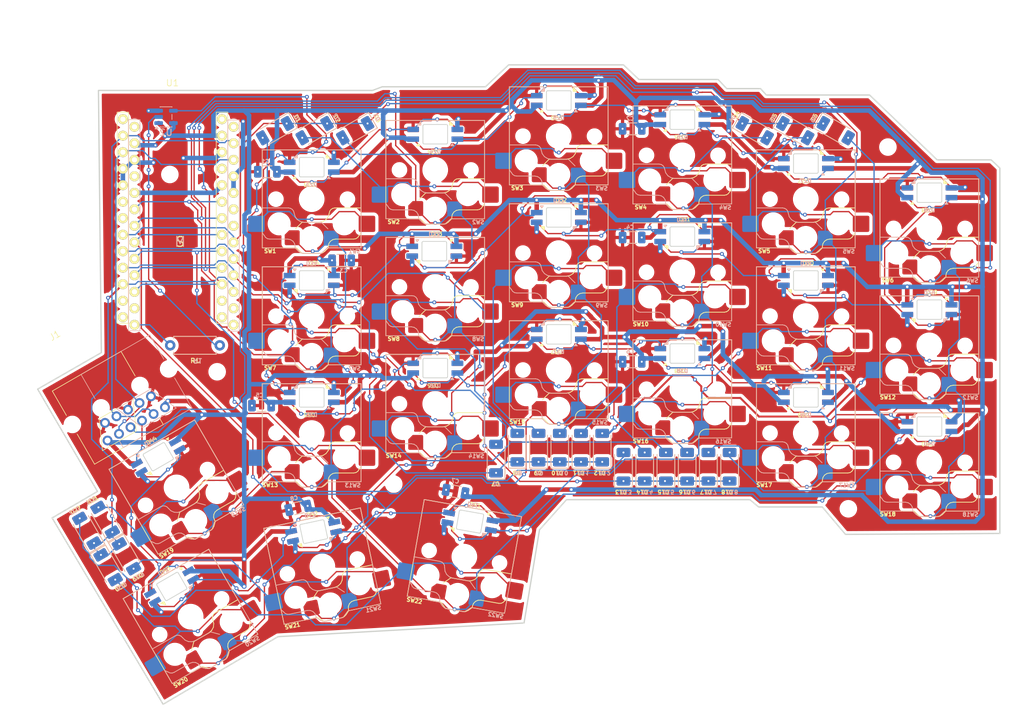
<source format=kicad_pcb>
(kicad_pcb (version 20241229) (generator "pcbnew") (generator_version "9.0")
  (layers (0 "F.Cu" signal) (2 "B.Cu" signal) (13 "F.Paste" user) (15 "B.Paste" user) (5 "F.SilkS" user "F.Silkscreen") (7 "B.SilkS" user "B.Silkscreen") (1 "F.Mask" user) (3 "B.Mask" user) (25 "Edge.Cuts" user))
  (net 0 "")
  (net 1 "Net-(D1-A)")
  (net 2 "/Row 1")
  (net 3 "Net-(D2-A)")
  (net 4 "Net-(D3-A)")
  (net 5 "Net-(D4-A)")
  (net 6 "Net-(D5-A)")
  (net 7 "Net-(D6-A)")
  (net 8 "Net-(D7-A)")
  (net 9 "/Row 2")
  (net 10 "Net-(D8-A)")
  (net 11 "Net-(D9-A)")
  (net 12 "Net-(D10-A)")
  (net 13 "Net-(D11-A)")
  (net 14 "Net-(D12-A)")
  (net 15 "/Row 3")
  (net 16 "Net-(D13-A)")
  (net 17 "Net-(D14-A)")
  (net 18 "Net-(D15-A)")
  (net 19 "Net-(D16-A)")
  (net 20 "Net-(D17-A)")
  (net 21 "Net-(D18-A)")
  (net 22 "Net-(D19-A)")
  (net 23 "/Row 4")
  (net 24 "Net-(D20-A)")
  (net 25 "Net-(D21-A)")
  (net 26 "Net-(D22-A)")
  (net 27 "GND")
  (net 28 "/Col 1")
  (net 29 "/Col 2")
  (net 30 "/Col 3")
  (net 31 "/Col 4")
  (net 32 "/Col 5")
  (net 33 "/Col 6")
  (net 34 "/RX")
  (net 35 "+3V3")
  (net 36 "/TX")
  (net 37 "+5V")
  (net 38 "Net-(D23-DOUT)")
  (net 39 "Net-(D24-DOUT)")
  (net 40 "Net-(D25-DOUT)")
  (net 41 "Net-(D26-DOUT)")
  (net 42 "Net-(D27-DOUT)")
  (net 43 "Net-(D28-DOUT)")
  (net 44 "Net-(D29-DOUT)")
  (net 45 "Net-(D30-DOUT)")
  (net 46 "Net-(D31-DOUT)")
  (net 47 "Net-(D32-DOUT)")
  (net 48 "Net-(D33-DOUT)")
  (net 49 "Net-(D34-DOUT)")
  (net 50 "Net-(D35-DOUT)")
  (net 51 "Net-(D36-DOUT)")
  (net 52 "Net-(D37-DOUT)")
  (net 53 "Net-(D38-DOUT)")
  (net 54 "Net-(D39-DOUT)")
  (net 55 "Net-(D40-DOUT)")
  (net 56 "Net-(D41-DOUT)")
  (net 57 "Net-(D42-DOUT)")
  (net 58 "Net-(D43-DOUT)")
  (net 59 "/LED")
  (net 74 "Net-(D23-DIN)")
  (net 76 "Net-(U2-A)")
  (net 77 "/LED_TX")
  (footprint "Keyboard:SW_Hotswap_Kailh_Choc_V1_1.00u" (layer "F.Cu") (at 241.59375 56.64 180)
    (property "Reference" "SW5")
    (property "Value" "SW_Push_45deg")
  )
  (footprint "Keyboard:RP2040_ProMicro" (layer "F.Cu") (at 144.1749 39.2518)
    (property "Reference" "U1")
    (property "Value" "~")
  )
  (footprint "Keyboard:MountingHole_2.2mm_M2" (layer "F.Cu") (at 151.05265 83.211)
    (property "Reference" "REF**" (hide yes))
    (property "Value" "MountingHole_2.2mm_M2")
  )
  (footprint "Keyboard:SW_Hotswap_Kailh_Choc_V1_1.00u" (layer "F.Cu") (at 241.59375 74.64 180)
    (property "Reference" "SW11")
    (property "Value" "SW_Push_45deg")
  )
  (footprint "Keyboard:SW_Hotswap_Kailh_Choc_V1_1.00u" (layer "F.Cu") (at 184.59375 88.14 180)
    (property "Reference" "SW14")
    (property "Value" "SW_Push_45deg")
  )
  (footprint "Keyboard:MountingHole_2.2mm_M2" (layer "F.Cu") (at 248.13895 104.301)
    (property "Reference" "REF**" (hide yes))
    (property "Value" "MountingHole_2.2mm_M2")
  )
  (footprint "Keyboard:MountingHole_2.2mm_M2" (layer "F.Cu") (at 254.2254 48.6234)
    (property "Reference" "REF**" (hide yes))
    (property "Value" "MountingHole_2.2mm_M2")
  )
  (footprint "Keyboard:MountingHole_2.2mm_M2" (layer "F.Cu") (at 143.7786 52.8414)
    (property "Reference" "REF**" (hide yes))
    (property "Value" "MountingHole_2.2mm_M2")
  )
  (footprint "Keyboard:SW_Hotswap_Kailh_Choc_V1_1.00u" (layer "F.Cu") (at 165.59375 92.64 180)
    (property "Reference" "SW13")
    (property "Value" "SW_Push_45deg")
  )
  (footprint "Keyboard:SW_Hotswap_Kailh_Choc_V1_1.00u" (layer "F.Cu") (at 203.59375 46.94 180)
    (property "Reference" "SW3")
    (property "Value" "SW_Push_45deg")
  )
  (footprint "Keyboard:R_Axial_DIN0207_L6.3mm_D2.5mm_P7.62mm_Horizontal" (layer "F.Cu") (at 151.450625 79.14 180)
    (property "Reference" "R1")
    (property "Value" "500")
  )
  (footprint "Keyboard:RJ12 6P6C" (layer "F.Cu") (at 126.331459 78.071477 30)
    (property "Reference" "J1")
    (property "Value" "6P6C")
  )
  (footprint "Keyboard:MountingHole_2.2mm_M2" (layer "F.Cu") (at 178.219 100.5048)
    (property "Reference" "REF**" (hide yes))
    (property "Value" "MountingHole_2.2mm_M2")
  )
  (footprint "Keyboard:SW_Hotswap_Kailh_Choc_V1_1.00u" (layer "F.Cu") (at 167.234375 113.17125 -168)
    (property "Reference" "SW21")
    (property "Value" "SW_Push_45deg")
  )
  (footprint "Keyboard:SW_Hotswap_Kailh_Choc_V1_1.00u" (layer "F.Cu") (at 241.59375 92.64 180)
    (property "Reference" "SW17")
    (property "Value" "SW_Push_45deg")
  )
  (footprint "Keyboard:SW_Hotswap_Kailh_Choc_V1_1.00u" (layer "F.Cu") (at 165.59375 56.64 180)
    (property "Reference" "SW1")
    (property "Value" "SW_Push_45deg")
  )
  (footprint "Keyboard:SW_Hotswap_Kailh_Choc_V1_1.00u" (layer "F.Cu") (at 189.072332 111.678198 170)
    (property "Reference" "SW22")
    (property "Value" "SW_Push_45deg")
  )
  (footprint "Keyboard:SW_Hotswap_Kailh_Choc_V1_1.00u" (layer "F.Cu") (at 203.59375 82.94 180)
    (property "Reference" "SW15")
    (property "Value" "SW_Push_45deg")
  )
  (footprint "Keyboard:SW_Hotswap_Kailh_Choc_V1_1.00u" (layer "F.Cu") (at 184.59375 52.14 180)
    (property "Reference" "SW2")
    (property "Value" "SW_Push_45deg")
  )
  (footprint "Keyboard:SW_Hotswap_Kailh_Choc_V1_1.00u" (layer "F.Cu") (at 203.59375 64.94 180)
    (property "Reference" "SW9")
    (property "Value" "SW_Push_45deg")
  )
  (footprint "Keyboard:SW_Hotswap_Kailh_Choc_V1_1.00u" (layer "F.Cu") (at 260.59375 79.14 180)
    (property "Reference" "SW12")
    (property "Value" "SW_Push_45deg")
  )
  (footprint "Keyboard:SW_Hotswap_Kailh_Choc_V1_1.00u" (layer "F.Cu") (at 260.59375 97.14 180)
    (property "Reference" "SW18")
    (property "Value" "SW_Push_45deg")
  )
  (footprint "Keyboard:SW_Hotswap_Kailh_Choc_V1_1.00u" (layer "F.Cu") (at 222.59375 85.89 180)
    (property "Reference" "SW16")
    (property "Value" "SW_Push_45deg")
  )
  (footprint "Keyboard:SW_Hotswap_Kailh_Choc_V1_1.00u" (layer "F.Cu") (at 222.59375 67.89 180)
    (property "Reference" "SW10")
    (property "Value" "SW_Push_45deg")
  )
  (footprint "Keyboard:SW_Hotswap_Kailh_Choc_V1_1.00u" (layer "F.Cu") (at 165.59375 74.64 180)
    (property "Reference" "SW7")
    (property "Value" "SW_Push_45deg")
  )
  (footprint "Keyboard:SW_Hotswap_Kailh_Choc_V1_1.00u" (layer "F.Cu") (at 222.59375 49.89 180)
    (property "Reference" "SW4")
    (property "Value" "SW_Push_45deg")
  )
  (footprint "Keyboard:SW_Hotswap_Kailh_Choc_V1_1.00u" (layer "F.Cu") (at 184.59375 70.14 180)
    (property "Reference" "SW8")
    (property "Value" "SW_Push_45deg")
  )
  (footprint "Keyboard:SW_Hotswap_Kailh_Choc_V1_1.00u" (layer "F.Cu") (at 260.59375 61.14 180)
    (property "Reference" "SW6")
    (property "Value" "SW_Push_45deg")
  )
  (footprint "Keyboard:SW_Hotswap_Kailh_Choc_V1_1.00u" (layer "F.Cu") (at 144.80501 101.0052 -150)
    (property "Reference" "SW19")
    (property "Value" "SW_Push_45deg")
  )
  (footprint "Keyboard:SW_Hotswap_Kailh_Choc_V1_1.00u" (layer "F.Cu") (at 146.979874 120.909231 -150)
    (property "Reference" "SW20")
    (property "Value" "SW_Push_45deg")
  )
  (footprint "Keyboard:D_SOD-128-Reversible" (layer "B.Cu") (at 131.0119 107.6754 120)
    (property "Reference" "D20" (hide yes))
    (property "Value" "1N4148W")
  )
  (footprint "Keyboard:D_SOD-128-Reversible" (layer "B.Cu") (at 223.3478 97.8334 90)
    (property "Reference" "D16" (hide yes))
    (property "Value" "1N4148W")
  )
  (footprint "Keyboard:C_1206_3216Metric" (layer "B.Cu") (at 163.52245 104.1604 -168)
    (property "Reference" "C8")
    (property "Value" "C_Small")
  )
  (footprint "Keyboard:C_1206_3216Metric" (layer "B.Cu") (at 157.88135 88.4132 180)
    (property "Reference" "C5")
    (property "Value" "C_Small")
  )
  (footprint "Keyboard:SK6812-MINI-E" (layer "B.Cu") (at 165.60075 69.151)
    (property "Reference" "D34")
    (property "Value" "SK6812MINI" (hide yes))
    (fp_line (start -1.9 -1.3) (end -1.9 1.3) (stroke (width 0.12)) (layer "Edge.Cuts"))
    (fp_line (start 1.7 -1.5) (end -1.7 -1.5) (stroke (width 0.12)) (layer "Edge.Cuts"))
    (fp_line (start 1.7 1.5) (end -1.7 1.5) (stroke (width 0.12)) (layer "Edge.Cuts"))
    (fp_line (start 1.9 -1.3) (end 1.9 1.3) (stroke (width 0.12)) (layer "Edge.Cuts"))
    (fp_arc (start -1.9 -1.3) (mid -1.841421 -1.441421) (end -1.7 -1.5) (stroke (width 0.12)) (layer "Edge.Cuts"))
    (fp_arc (start -1.7 1.5) (mid -1.841421 1.441421) (end -1.9 1.3) (stroke (width 0.12)) (layer "Edge.Cuts"))
    (fp_arc (start 1.7 -1.5) (mid 1.841421 -1.441421) (end 1.9 -1.3) (stroke (width 0.12)) (layer "Edge.Cuts"))
    (fp_arc (start 1.9 1.3) (mid 1.841421 1.441421) (end 1.7 1.5) (stroke (width 0.12)) (layer "Edge.Cuts"))
  )
  (footprint "Keyboard:D_SOD-128-Reversible" (layer "B.Cu") (at 133.83245 105.9882 120)
    (property "Reference" "D19" (hide yes))
    (property "Value" "1N4148W")
  )
  (footprint "Keyboard:D_SOD-128-Reversible" (layer "B.Cu") (at 193.9547 96.568 90)
    (property "Reference" "D7" (hide yes))
    (property "Value" "1N4148W")
  )
  (footprint "Keyboard:SK6812-MINI-E" (layer "B.Cu") (at 241.60715 69.151)
    (property "Reference" "D30")
    (property "Value" "SK6812MINI" (hide yes))
    (fp_line (start -1.9 -1.3) (end -1.9 1.3) (stroke (width 0.12)) (layer "Edge.Cuts"))
    (fp_line (start 1.7 -1.5) (end -1.7 -1.5) (stroke (width 0.12)) (layer "Edge.Cuts"))
    (fp_line (start 1.7 1.5) (end -1.7 1.5) (stroke (width 0.12)) (layer "Edge.Cuts"))
    (fp_line (start 1.9 -1.3) (end 1.9 1.3) (stroke (width 0.12)) (layer "Edge.Cuts"))
    (fp_arc (start -1.9 -1.3) (mid -1.841421 -1.441421) (end -1.7 -1.5) (stroke (width 0.12)) (layer "Edge.Cuts"))
    (fp_arc (start -1.7 1.5) (mid -1.841421 1.441421) (end -1.9 1.3) (stroke (width 0.12)) (layer "Edge.Cuts"))
    (fp_arc (start 1.7 -1.5) (mid 1.841421 -1.441421) (end 1.9 -1.3) (stroke (width 0.12)) (layer "Edge.Cuts"))
    (fp_arc (start 1.9 1.3) (mid 1.841421 1.441421) (end 1.7 1.5) (stroke (width 0.12)) (layer "Edge.Cuts"))
  )
  (footprint "Keyboard:SK6812-MINI-E" (layer "B.Cu") (at 260.60875 73.6502)
    (property "Reference" "D29")
    (property "Value" "SK6812MINI" (hide yes))
    (fp_line (start -1.9 -1.3) (end -1.9 1.3) (stroke (width 0.12)) (layer "Edge.Cuts"))
    (fp_line (start 1.7 -1.5) (end -1.7 -1.5) (stroke (width 0.12)) (layer "Edge.Cuts"))
    (fp_line (start 1.7 1.5) (end -1.7 1.5) (stroke (width 0.12)) (layer "Edge.Cuts"))
    (fp_line (start 1.9 -1.3) (end 1.9 1.3) (stroke (width 0.12)) (layer "Edge.Cuts"))
    (fp_arc (start -1.9 -1.3) (mid -1.841421 -1.441421) (end -1.7 -1.5) (stroke (width 0.12)) (layer "Edge.Cuts"))
    (fp_arc (start -1.7 1.5) (mid -1.841421 1.441421) (end -1.9 1.3) (stroke (width 0.12)) (layer "Edge.Cuts"))
    (fp_arc (start 1.7 -1.5) (mid 1.841421 -1.441421) (end 1.9 -1.3) (stroke (width 0.12)) (layer "Edge.Cuts"))
    (fp_arc (start 1.9 1.3) (mid 1.841421 1.441421) (end 1.7 1.5) (stroke (width 0.12)) (layer "Edge.Cuts"))
  )
  (footprint "Keyboard:C_1206_3216Metric" (layer "B.Cu") (at 158.77205 52.4196 180)
    (property "Reference" "C1")
    (property "Value" "C_Small")
  )
  (footprint "Keyboard:SK6812-MINI-E" (layer "B.Cu") (at 241.60715 51.1542 180)
    (property "Reference" "D27")
    (property "Value" "SK6812MINI" (hide yes))
    (fp_line (start 1.9 -1.3) (end 1.9 1.3) (stroke (width 0.12)) (layer "Edge.Cuts"))
    (fp_line (start 1.7 1.5) (end -1.7 1.5) (stroke (width 0.12)) (layer "Edge.Cuts"))
    (fp_line (start 1.7 -1.5) (end -1.7 -1.5) (stroke (width 0.12)) (layer "Edge.Cuts"))
    (fp_line (start -1.9 -1.3) (end -1.9 1.3) (stroke (width 0.12)) (layer "Edge.Cuts"))
    (fp_arc (start 1.9 1.3) (mid 1.841421 1.441421) (end 1.7 1.5) (stroke (width 0.12)) (layer "Edge.Cuts"))
    (fp_arc (start 1.7 -1.5) (mid 1.841421 -1.441421) (end 1.9 -1.3) (stroke (width 0.12)) (layer "Edge.Cuts"))
    (fp_arc (start -1.7 1.5) (mid -1.841421 1.441421) (end -1.9 1.3) (stroke (width 0.12)) (layer "Edge.Cuts"))
    (fp_arc (start -1.9 -1.3) (mid -1.841421 -1.441421) (end -1.7 -1.5) (stroke (width 0.12)) (layer "Edge.Cuts"))
  )
  (footprint "Keyboard:D_SOD-128-Reversible" (layer "B.Cu") (at 207.0183 94.8808 90)
    (property "Reference" "D11" (hide yes))
    (property "Value" "1N4148W")
  )
  (footprint "Keyboard:SK6812-MINI-E" (layer "B.Cu") (at 189.94655 106.2694 -10)
    (property "Reference" "D41")
    (property "Value" "SK6812MINI" (hide yes))
    (fp_line (start -1.9 -1.3) (end -1.9 1.3) (stroke (width 0.12)) (layer "Edge.Cuts"))
    (fp_line (start 1.7 1.5) (end -1.7 1.5) (stroke (width 0.12)) (layer "Edge.Cuts"))
    (fp_line (start 1.7 -1.5) (end -1.7 -1.5) (stroke (width 0.12)) (layer "Edge.Cuts"))
    (fp_line (start 1.9 -1.3) (end 1.9 1.3) (stroke (width 0.12)) (layer "Edge.Cuts"))
    (fp_arc (start -1.7 1.5) (mid -1.841421 1.441422) (end -1.9 1.3) (stroke (width 0.12)) (layer "Edge.Cuts"))
    (fp_arc (start -1.9 -1.3) (mid -1.841421 -1.441421) (end -1.7 -1.5) (stroke (width 0.12)) (layer "Edge.Cuts"))
    (fp_arc (start 1.9 1.3) (mid 1.841421 1.441421) (end 1.7 1.5) (stroke (width 0.12)) (layer "Edge.Cuts"))
    (fp_arc (start 1.7 -1.5) (mid 1.841421 -1.441422) (end 1.9 -1.3) (stroke (width 0.12)) (layer "Edge.Cuts"))
  )
  (footprint "Keyboard:D_SOD-128-Reversible" (layer "B.Cu") (at 229.8796 97.8334 90)
    (property "Reference" "D18" (hide yes))
    (property "Value" "1N4148W")
  )
  (footprint "Keyboard:SK6812-MINI-E" (layer "B.Cu") (at 203.60395 77.4464 180)
    (property "Reference" "D37")
    (property "Value" "SK6812MINI" (hide yes))
    (fp_line (start 1.9 -1.3) (end 1.9 1.3) (stroke (width 0.12)) (layer "Edge.Cuts"))
    (fp_line (start 1.7 1.5) (end -1.7 1.5) (stroke (width 0.12)) (layer "Edge.Cuts"))
    (fp_line (start 1.7 -1.5) (end -1.7 -1.5) (stroke (width 0.12)) (layer "Edge.Cuts"))
    (fp_line (start -1.9 -1.3) (end -1.9 1.3) (stroke (width 0.12)) (layer "Edge.Cuts"))
    (fp_arc (start 1.9 1.3) (mid 1.841421 1.441421) (end 1.7 1.5) (stroke (width 0.12)) (layer "Edge.Cuts"))
    (fp_arc (start 1.7 -1.5) (mid 1.841421 -1.441421) (end 1.9 -1.3) (stroke (width 0.12)) (layer "Edge.Cuts"))
    (fp_arc (start -1.7 1.5) (mid -1.841421 1.441421) (end -1.9 1.3) (stroke (width 0.12)) (layer "Edge.Cuts"))
    (fp_arc (start -1.9 -1.3) (mid -1.841421 -1.441421) (end -1.7 -1.5) (stroke (width 0.12)) (layer "Edge.Cuts"))
  )
  (footprint "Keyboard:D_SOD-128-Reversible" (layer "B.Cu") (at 220.0819 97.8334 90)
    (property "Reference" "D15" (hide yes))
    (property "Value" "1N4148W")
  )
  (footprint "Keyboard:SK6812-MINI-E" (layer "B.Cu") (at 222.60555 44.4054 180)
    (property "Reference" "D26")
    (property "Value" "SK6812MINI" (hide yes))
    (fp_line (start 1.9 -1.3) (end 1.9 1.3) (stroke (width 0.12)) (layer "Edge.Cuts"))
    (fp_line (start 1.7 1.5) (end -1.7 1.5) (stroke (width 0.12)) (layer "Edge.Cuts"))
    (fp_line (start 1.7 -1.5) (end -1.7 -1.5) (stroke (width 0.12)) (layer "Edge.Cuts"))
    (fp_line (start -1.9 -1.3) (end -1.9 1.3) (stroke (width 0.12)) (layer "Edge.Cuts"))
    (fp_arc (start 1.9 1.3) (mid 1.841421 1.441421) (end 1.7 1.5) (stroke (width 0.12)) (layer "Edge.Cuts"))
    (fp_arc (start 1.7 -1.5) (mid 1.841421 -1.441421) (end 1.9 -1.3) (stroke (width 0.12)) (layer "Edge.Cuts"))
    (fp_arc (start -1.7 1.5) (mid -1.841421 1.441421) (end -1.9 1.3) (stroke (width 0.12)) (layer "Edge.Cuts"))
    (fp_arc (start -1.9 -1.3) (mid -1.841421 -1.441421) (end -1.7 -1.5) (stroke (width 0.12)) (layer "Edge.Cuts"))
  )
  (footprint "Keyboard:SK6812-MINI-E" (layer "B.Cu") (at 184.60235 82.6486 180)
    (property "Reference" "D36")
    (property "Value" "SK6812MINI" (hide yes))
    (fp_line (start 1.9 -1.3) (end 1.9 1.3) (stroke (width 0.12)) (layer "Edge.Cuts"))
    (fp_line (start 1.7 1.5) (end -1.7 1.5) (stroke (width 0.12)) (layer "Edge.Cuts"))
    (fp_line (start 1.7 -1.5) (end -1.7 -1.5) (stroke (width 0.12)) (layer "Edge.Cuts"))
    (fp_line (start -1.9 -1.3) (end -1.9 1.3) (stroke (width 0.12)) (layer "Edge.Cuts"))
    (fp_arc (start 1.9 1.3) (mid 1.841421 1.441421) (end 1.7 1.5) (stroke (width 0.12)) (layer "Edge.Cuts"))
    (fp_arc (start 1.7 -1.5) (mid 1.841421 -1.441421) (end 1.9 -1.3) (stroke (width 0.12)) (layer "Edge.Cuts"))
    (fp_arc (start -1.7 1.5) (mid -1.841421 1.441421) (end -1.9 1.3) (stroke (width 0.12)) (layer "Edge.Cuts"))
    (fp_arc (start -1.9 -1.3) (mid -1.841421 -1.441421) (end -1.7 -1.5) (stroke (width 0.12)) (layer "Edge.Cuts"))
  )
  (footprint "Keyboard:SK6812-MINI-E" (layer "B.Cu") (at 241.60715 87.1478 180)
    (property "Reference" "D39")
    (property "Value" "SK6812MINI" (hide yes))
    (fp_line (start 1.9 -1.3) (end 1.9 1.3) (stroke (width 0.12)) (layer "Edge.Cuts"))
    (fp_line (start 1.7 1.5) (end -1.7 1.5) (stroke (width 0.12)) (layer "Edge.Cuts"))
    (fp_line (start 1.7 -1.5) (end -1.7 -1.5) (stroke (width 0.12)) (layer "Edge.Cuts"))
    (fp_line (start -1.9 -1.3) (end -1.9 1.3) (stroke (width 0.12)) (layer "Edge.Cuts"))
    (fp_arc (start 1.9 1.3) (mid 1.841421 1.441421) (end 1.7 1.5) (stroke (width 0.12)) (layer "Edge.Cuts"))
    (fp_arc (start 1.7 -1.5) (mid 1.841421 -1.441421) (end 1.9 -1.3) (stroke (width 0.12)) (layer "Edge.Cuts"))
    (fp_arc (start -1.7 1.5) (mid -1.841421 1.441421) (end -1.9 1.3) (stroke (width 0.12)) (layer "Edge.Cuts"))
    (fp_arc (start -1.9 -1.3) (mid -1.841421 -1.441421) (end -1.7 -1.5) (stroke (width 0.12)) (layer "Edge.Cuts"))
  )
  (footprint "Keyboard:SK6812-MINI-E" (layer "B.Cu") (at 184.60235 46.655 180)
    (property "Reference" "D24")
    (property "Value" "SK6812MINI" (hide yes))
    (fp_line (start 1.9 -1.3) (end 1.9 1.3) (stroke (width 0.12)) (layer "Edge.Cuts"))
    (fp_line (start 1.7 1.5) (end -1.7 1.5) (stroke (width 0.12)) (layer "Edge.Cuts"))
    (fp_line (start 1.7 -1.5) (end -1.7 -1.5) (stroke (width 0.12)) (layer "Edge.Cuts"))
    (fp_line (start -1.9 -1.3) (end -1.9 1.3) (stroke (width 0.12)) (layer "Edge.Cuts"))
    (fp_arc (start 1.9 1.3) (mid 1.841421 1.441421) (end 1.7 1.5) (stroke (width 0.12)) (layer "Edge.Cuts"))
    (fp_arc (start 1.7 -1.5) (mid 1.841421 -1.441421) (end 1.9 -1.3) (stroke (width 0.12)) (layer "Edge.Cuts"))
    (fp_arc (start -1.7 1.5) (mid -1.841421 1.441421) (end -1.9 1.3) (stroke (width 0.12)) (layer "Edge.Cuts"))
    (fp_arc (start -1.9 -1.3) (mid -1.841421 -1.441421) (end -1.7 -1.5) (stroke (width 0.12)) (layer "Edge.Cuts"))
  )
  (footprint "Keyboard:D_SOD-128-Reversible" (layer "B.Cu") (at 172.281 46.0926 -150)
    (property "Reference" "D3" (hide yes))
    (property "Value" "1N4148W")
  )
  (footprint "Keyboard:D_SOD-128-Reversible" (layer "B.Cu") (at 216.816 97.8334 90)
    (property "Reference" "D14" (hide yes))
    (property "Value" "1N4148W")
  )
  (footprint "Keyboard:SK6812-MINI-E" (layer "B.Cu") (at 165.60075 87.1478 180)
    (property "Reference" "D35")
    (property "Value" "SK6812MINI" (hide yes))
    (fp_line (start 1.9 -1.3) (end 1.9 1.3) (stroke (width 0.12)) (layer "Edge.Cuts"))
    (fp_line (start 1.7 1.5) (end -1.7 1.5) (stroke (width 0.12)) (layer "Edge.Cuts"))
    (fp_line (start 1.7 -1.5) (end -1.7 -1.5) (stroke (width 0.12)) (layer "Edge.Cuts"))
    (fp_line (start -1.9 -1.3) (end -1.9 1.3) (stroke (width 0.12)) (layer "Edge.Cuts"))
    (fp_arc (start 1.9 1.3) (mid 1.841421 1.441421) (end 1.7 1.5) (stroke (width 0.12)) (layer "Edge.Cuts"))
    (fp_arc (start 1.7 -1.5) (mid 1.841421 -1.441421) (end 1.9 -1.3) (stroke (width 0.12)) (layer "Edge.Cuts"))
    (fp_arc (start -1.7 1.5) (mid -1.841421 1.441421) (end -1.9 1.3) (stroke (width 0.12)) (layer "Edge.Cuts"))
    (fp_arc (start -1.9 -1.3) (mid -1.841421 -1.441421) (end -1.7 -1.5) (stroke (width 0.12)) (layer "Edge.Cuts"))
  )
  (footprint "Keyboard:D_SOD-128-Reversible" (layer "B.Cu") (at 226.6137 97.8334 90)
    (property "Reference" "D17" (hide yes))
    (property "Value" "1N4148W")
  )
  (footprint "Keyboard:D_SOD-128-Reversible" (layer "B.Cu") (at 213.5501 97.8334 90)
    (property "Reference" "D13" (hide yes))
    (property "Value" "1N4148W")
  )
  (footprint "Keyboard:SK6812-MINI-E" (layer "B.Cu") (at 144.0755 116.252 30)
    (property "Reference" "D43")
    (property "Value" "SK6812MINI" (hide yes))
    (fp_line (start -1.9 -1.3) (end -1.9 1.3) (stroke (width 0.12)) (layer "Edge.Cuts"))
    (fp_line (start 1.7 -1.5) (end -1.7 -1.5) (stroke (width 0.12)) (layer "Edge.Cuts"))
    (fp_line (start 1.9 -1.3) (end 1.9 1.3) (stroke (width 0.12)) (layer "Edge.Cuts"))
    (fp_line (start 1.7 1.5) (end -1.7 1.5) (stroke (width 0.12)) (layer "Edge.Cuts"))
    (fp_arc (start -1.9 -1.3) (mid -1.841421 -1.441421) (end -1.7 -1.5) (stroke (width 0.12)) (layer "Edge.Cuts"))
    (fp_arc (start -1.7 1.5) (mid -1.841421 1.441421) (end -1.9 1.3) (stroke (width 0.12)) (layer "Edge.Cuts"))
    (fp_arc (start 1.7 -1.5) (mid 1.841421 -1.441421) (end 1.9 -1.3) (stroke (width 0.12)) (layer "Edge.Cuts"))
    (fp_arc (start 1.9 1.3) (mid 1.841421 1.441421) (end 1.7 1.5) (stroke (width 0.12)) (layer "Edge.Cuts"))
  )
  (footprint "Keyboard:SK6812-MINI-E" (layer "B.Cu") (at 165.60075 51.7166 180)
    (property "Reference" "D23")
    (property "Value" "SK6812MINI" (hide yes))
    (fp_line (start 1.9 -1.3) (end 1.9 1.3) (stroke (width 0.12)) (layer "Edge.Cuts"))
    (fp_line (start 1.7 1.5) (end -1.7 1.5) (stroke (width 0.12)) (layer "Edge.Cuts"))
    (fp_line (start 1.7 -1.5) (end -1.7 -1.5) (stroke (width 0.12)) (layer "Edge.Cuts"))
    (fp_line (start -1.9 -1.3) (end -1.9 1.3) (stroke (width 0.12)) (layer "Edge.Cuts"))
    (fp_arc (start 1.9 1.3) (mid 1.841421 1.441421) (end 1.7 1.5) (stroke (width 0.12)) (layer "Edge.Cuts"))
    (fp_arc (start 1.7 -1.5) (mid 1.841421 -1.441421) (end 1.9 -1.3) (stroke (width 0.12)) (layer "Edge.Cuts"))
    (fp_arc (start -1.7 1.5) (mid -1.841421 1.441421) (end -1.9 1.3) (stroke (width 0.12)) (layer "Edge.Cuts"))
    (fp_arc (start -1.9 -1.3) (mid -1.841421 -1.441421) (end -1.7 -1.5) (stroke (width 0.12)) (layer "Edge.Cuts"))
  )
  (footprint "Keyboard:C_1206_3216Metric" (layer "B.Cu") (at 214.88615 62.5428 180)
    (property "Reference" "C4")
    (property "Value" "C_Small")
  )
  (footprint "Keyboard:D_SOD-128-Reversible" (layer "B.Cu") (at 246.2091 46.0926 -30)
    (property "Reference" "D6" (hide yes))
    (property "Value" "1N4148W")
  )
  (footprint "Keyboard:D_SOD-128-Reversible" (layer "B.Cu") (at 239.9742 46.0926 -30)
    (property "Reference" "D5" (hide yes))
    (property "Value" "1N4148W")
  )
  (footprint "Keyboard:C_1206_3216Metric" (layer "B.Cu") (at 214.88615 45.8114 180)
    (property "Reference" "C2")
    (property "Value" "C_Small")
  )
  (footprint "Keyboard:D_SOD-128-Reversible" (layer "B.Cu") (at 197.2206 94.8808 90)
    (property "Reference" "D8" (hide yes))
    (property "Value" "1N4148W")
  )
  (footprint "Keyboard:SK6812-MINI-E" (layer "B.Cu") (at 260.60875 91.647 180)
    (property "Reference" "D40")
    (property "Value" "SK6812MINI" (hide yes))
    (fp_line (start 1.9 -1.3) (end 1.9 1.3) (stroke (width 0.12)) (layer "Edge.Cuts"))
    (fp_line (start 1.7 1.5) (end -1.7 1.5) (stroke (width 0.12)) (layer "Edge.Cuts"))
    (fp_line (start 1.7 -1.5) (end -1.7 -1.5) (stroke (width 0.12)) (layer "Edge.Cuts"))
    (fp_line (start -1.9 -1.3) (end -1.9 1.3) (stroke (width 0.12)) (layer "Edge.Cuts"))
    (fp_arc (start 1.9 1.3) (mid 1.841421 1.441421) (end 1.7 1.5) (stroke (width 0.12)) (layer "Edge.Cuts"))
    (fp_arc (start 1.7 -1.5) (mid 1.841421 -1.441421) (end 1.9 -1.3) (stroke (width 0.12)) (layer "Edge.Cuts"))
    (fp_arc (start -1.7 1.5) (mid -1.841421 1.441421) (end -1.9 1.3) (stroke (width 0.12)) (layer "Edge.Cuts"))
    (fp_arc (start -1.9 -1.3) (mid -1.841421 -1.441421) (end -1.7 -1.5) (stroke (width 0.12)) (layer "Edge.Cuts"))
  )
  (footprint "Keyboard:D_SOD-128-Reversible" (layer "B.Cu") (at 134.2778 113.2994 -60)
    (property "Reference" "D22" (hide yes))
    (property "Value" "1N4148W")
  )
  (footprint "Keyboard:D_SOD-128-Reversible" (layer "B.Cu") (at 137.09835 111.6122 -60)
    (property "Reference" "D21" (hide yes))
    (property "Value" "1N4148W")
  )
  (footprint "Package_TO_SOT_SMD:SOT-23-5" (layer "B.Cu") (at 143.1875 43.98375)
    (property "Reference" "U2")
    (property "Value" "SN74LV1T34DBV")
  )
  (footprint "Keyboard:SK6812-MINI-E" (layer "B.Cu") (at 222.60555 62.4022)
    (property "Reference" "D31")
    (property "Value" "SK6812MINI" (hide yes))
    (fp_line (start -1.9 -1.3) (end -1.9 1.3) (stroke (width 0.12)) (layer "Edge.Cuts"))
    (fp_line (start 1.7 -1.5) (end -1.7 -1.5) (stroke (width 0.12)) (layer "Edge.Cuts"))
    (fp_line (start 1.7 1.5) (end -1.7 1.5) (stroke (width 0.12)) (layer "Edge.Cuts"))
    (fp_line (start 1.9 -1.3) (end 1.9 1.3) (stroke (width 0.12)) (layer "Edge.Cuts"))
    (fp_arc (start -1.9 -1.3) (mid -1.841421 -1.441421) (end -1.7 -1.5) (stroke (width 0.12)) (layer "Edge.Cuts"))
    (fp_arc (start -1.7 1.5) (mid -1.841421 1.441421) (end -1.9 1.3) (stroke (width 0.12)) (layer "Edge.Cuts"))
    (fp_arc (start 1.7 -1.5) (mid 1.841421 -1.441421) (end 1.9 -1.3) (stroke (width 0.12)) (layer "Edge.Cuts"))
    (fp_arc (start 1.9 1.3) (mid 1.841421 1.441421) (end 1.7 1.5) (stroke (width 0.12)) (layer "Edge.Cuts"))
  )
  (footprint "Keyboard:SK6812-MINI-E" (layer "B.Cu") (at 165.89765 107.816 12)
    (property "Reference" "D42")
    (property "Value" "SK6812MINI" (hide yes))
    (fp_line (start -1.9 -1.3) (end -1.9 1.3) (stroke (width 0.12)) (layer "Edge.Cuts"))
    (fp_line (start 1.7 -1.5) (end -1.699998 -1.5) (stroke (width 0.12)) (layer "Edge.Cuts"))
    (fp_line (start 1.9 -1.3) (end 1.9 1.3) (stroke (width 0.12)) (layer "Edge.Cuts"))
    (fp_line (start 1.699998 1.5) (end -1.7 1.5) (stroke (width 0.12)) (layer "Edge.Cuts"))
    (fp_arc (start -1.9 -1.3) (mid -1.841421 -1.441421) (end -1.699998 -1.5) (stroke (width 0.12)) (layer "Edge.Cuts"))
    (fp_arc (start -1.7 1.5) (mid -1.841421 1.441421) (end -1.9 1.3) (stroke (width 0.12)) (layer "Edge.Cuts"))
    (fp_arc (start 1.7 -1.5) (mid 1.841421 -1.441422) (end 1.9 -1.3) (stroke (width 0.12)) (layer "Edge.Cuts"))
    (fp_arc (start 1.9 1.3) (mid 1.841421 1.441421) (end 1.699998 1.5) (stroke (width 0.12)) (layer "Edge.Cuts"))
  )
  (footprint "Keyboard:C_1206_3216Metric" (layer "B.Cu") (at 187.71875 101.64 170)
    (property "Reference" "C7")
    (property "Value" "C_Small")
  )
  (footprint "Keyboard:SK6812-MINI-E" (layer "B.Cu") (at 260.60875 55.6534 180)
    (property "Reference" "D28")
    (property "Value" "SK6812MINI" (hide yes))
    (fp_line (start 1.9 -1.3) (end 1.9 1.3) (stroke (width 0.12)) (layer "Edge.Cuts"))
    (fp_line (start 1.7 1.5) (end -1.7 1.5) (stroke (width 0.12)) (layer "Edge.Cuts"))
    (fp_line (start 1.7 -1.5) (end -1.7 -1.5) (stroke (width 0.12)) (layer "Edge.Cuts"))
    (fp_line (start -1.9 -1.3) (end -1.9 1.3) (stroke (width 0.12)) (layer "Edge.Cuts"))
    (fp_arc (start 1.9 1.3) (mid 1.841421 1.441421) (end 1.7 1.5) (stroke (width 0.12)) (layer "Edge.Cuts"))
    (fp_arc (start 1.7 -1.5) (mid 1.841421 -1.441421) (end 1.9 -1.3) (stroke (width 0.12)) (layer "Edge.Cuts"))
    (fp_arc (start -1.7 1.5) (mid -1.841421 1.441421) (end -1.9 1.3) (stroke (width 0.12)) (layer "Edge.Cuts"))
    (fp_arc (start -1.9 -1.3) (mid -1.841421 -1.441421) (end -1.7 -1.5) (stroke (width 0.12)) (layer "Edge.Cuts"))
  )
  (footprint "Keyboard:SK6812-MINI-E" (layer "B.Cu") (at 203.60395 41.4528 180)
    (property "Reference" "D25")
    (property "Value" "SK6812MINI" (hide yes))
    (fp_line (start 1.9 -1.3) (end 1.9 1.3) (stroke (width 0.12)) (layer "Edge.Cuts"))
    (fp_line (start 1.7 1.5) (end -1.7 1.5) (stroke (width 0.12)) (layer "Edge.Cuts"))
    (fp_line (start 1.7 -1.5) (end -1.7 -1.5) (stroke (width 0.12)) (layer "Edge.Cuts"))
    (fp_line (start -1.9 -1.3) (end -1.9 1.3) (stroke (width 0.12)) (layer "Edge.Cuts"))
    (fp_arc (start 1.9 1.3) (mid 1.841421 1.441421) (end 1.7 1.5) (stroke (width 0.12)) (layer "Edge.Cuts"))
    (fp_arc (start 1.7 -1.5) (mid 1.841421 -1.441421) (end 1.9 -1.3) (stroke (width 0.12)) (layer "Edge.Cuts"))
    (fp_arc (start -1.7 1.5) (mid -1.841421 1.441421) (end -1.9 1.3) (stroke (width 0.12)) (layer "Edge.Cuts"))
    (fp_arc (start -1.9 -1.3) (mid -1.841421 -1.441421) (end -1.7 -1.5) (stroke (width 0.12)) (layer "Edge.Cuts"))
  )
  (footprint "Keyboard:SK6812-MINI-E" (layer "B.Cu") (at 222.60555 80.399 180)
    (property "Reference" "D38")
    (property "Value" "SK6812MINI" (hide yes))
    (fp_line (start 1.9 -1.3) (end 1.9 1.3) (stroke (width 0.12)) (layer "Edge.Cuts"))
    (fp_line (start 1.7 1.5) (end -1.7 1.5) (stroke (width 0.12)) (layer "Edge.Cuts"))
    (fp_line (start 1.7 -1.5) (end -1.7 -1.5) (stroke (width 0.12)) (layer "Edge.Cuts"))
    (fp_line (start -1.9 -1.3) (end -1.9 1.3) (stroke (width 0.12)) (layer "Edge.Cuts"))
    (fp_arc (start 1.9 1.3) (mid 1.841421 1.441421) (end 1.7 1.5) (stroke (width 0.12)) (layer "Edge.Cuts"))
    (fp_arc (start 1.7 -1.5) (mid 1.841421 -1.441421) (end 1.9 -1.3) (stroke (width 0.12)) (layer "Edge.Cuts"))
    (fp_arc (start -1.7 1.5) (mid -1.841421 1.441421) (end -1.9 1.3) (stroke (width 0.12)) (layer "Edge.Cuts"))
    (fp_arc (start -1.9 -1.3) (mid -1.841421 -1.441421) (end -1.7 -1.5) (stroke (width 0.12)) (layer "Edge.Cuts"))
  )
  (footprint "Keyboard:D_SOD-128-Reversible" (layer "B.Cu") (at 166.0461 46.0926 -150)
    (property "Reference" "D2" (hide yes))
    (property "Value" "1N4148W")
  )
  (footprint "Keyboard:SK6812-MINI-E" (layer "B.Cu") (at 141.9972 96.2868 30)
    (property "Reference" "D44")
    (property "Value" "SK6812MINI" (hide yes))
    (fp_line (start -1.9 -1.3) (end -1.9 1.3) (stroke (width 0.12)) (layer "Edge.Cuts"))
    (fp_line (start 1.7 -1.5) (end -1.7 -1.5) (stroke (width 0.12)) (layer "Edge.Cuts"))
    (fp_line (start 1.9 -1.3) (end 1.9 1.3) (stroke (width 0.12)) (layer "Edge.Cuts"))
    (fp_line (start 1.7 1.5) (end -1.7 1.5) (stroke (width 0.12)) (layer "Edge.Cuts"))
    (fp_arc (start -1.9 -1.3) (mid -1.841421 -1.441421) (end -1.7 -1.5) (stroke (width 0.12)) (layer "Edge.Cuts"))
    (fp_arc (start -1.7 1.5) (mid -1.841421 1.441421) (end -1.9 1.3) (stroke (width 0.12)) (layer "Edge.Cuts"))
    (fp_arc (start 1.7 -1.5) (mid 1.841421 -1.441421) (end 1.9 -1.3) (stroke (width 0.12)) (layer "Edge.Cuts"))
    (fp_arc (start 1.9 1.3) (mid 1.841421 1.441421) (end 1.7 1.5) (stroke (width 0.12)) (layer "Edge.Cuts"))
  )
  (footprint "Keyboard:D_SOD-128-Reversible" (layer "B.Cu") (at 159.95965 46.0926 -150)
    (property "Reference" "D1" (hide yes))
    (property "Value" "1N4148W")
  )
  (footprint "Keyboard:C_1206_3216Metric" (layer "B.Cu") (at 170.2027 66.0578)
    (property "Reference" "C3")
    (property "Value" "C_Small")
  )
  (footprint "Keyboard:SK6812-MINI-E" (layer "B.Cu") (at 203.60395 59.4496)
    (property "Reference" "D32")
    (property "Value" "SK6812MINI" (hide yes))
    (fp_line (start -1.9 -1.3) (end -1.9 1.3) (stroke (width 0.12)) (layer "Edge.Cuts"))
    (fp_line (start 1.7 -1.5) (end -1.7 -1.5) (stroke (width 0.12)) (layer "Edge.Cuts"))
    (fp_line (start 1.7 1.5) (end -1.7 1.5) (stroke (width 0.12)) (layer "Edge.Cuts"))
    (fp_line (start 1.9 -1.3) (end 1.9 1.3) (stroke (width 0.12)) (layer "Edge.Cuts"))
    (fp_arc (start -1.9 -1.3) (mid -1.841421 -1.441421) (end -1.7 -1.5) (stroke (width 0.12)) (layer "Edge.Cuts"))
    (fp_arc (start -1.7 1.5) (mid -1.841421 1.441421) (end -1.9 1.3) (stroke (width 0.12)) (layer "Edge.Cuts"))
    (fp_arc (start 1.7 -1.5) (mid 1.841421 -1.441421) (end 1.9 -1.3) (stroke (width 0.12)) (layer "Edge.Cuts"))
    (fp_arc (start 1.9 1.3) (mid 1.841421 1.441421) (end 1.7 1.5) (stroke (width 0.12)) (layer "Edge.Cuts"))
  )
  (footprint "Keyboard:C_1206_3216Metric" (layer "B.Cu") (at 214.88615 81.6644 180)
    (property "Reference" "C6")
    (property "Value" "C_Small")
  )
  (footprint "Keyboard:SK6812-MINI-E" (layer "B.Cu") (at 184.4539 64.6518)
    (property "Reference" "D33")
    (property "Value" "SK6812MINI" (hide yes))
    (fp_line (start -1.9 -1.3) (end -1.9 1.3) (stroke (width 0.12)) (layer "Edge.Cuts"))
    (fp_line (start 1.7 -1.5) (end -1.7 -1.5) (stroke (width 0.12)) (layer "Edge.Cuts"))
    (fp_line (start 1.7 1.5) (end -1.7 1.5) (stroke (width 0.12)) (layer "Edge.Cuts"))
    (fp_line (start 1.9 -1.3) (end 1.9 1.3) (stroke (width 0.12)) (layer "Edge.Cuts"))
    (fp_arc (start -1.9 -1.3) (mid -1.841421 -1.441421) (end -1.7 -1.5) (stroke (width 0.12)) (layer "Edge.Cuts"))
    (fp_arc (start -1.7 1.5) (mid -1.841421 1.441421) (end -1.9 1.3) (stroke (width 0.12)) (layer "Edge.Cuts"))
    (fp_arc (start 1.7 -1.5) (mid 1.841421 -1.441421) (end 1.9 -1.3) (stroke (width 0.12)) (layer "Edge.Cuts"))
    (fp_arc (start 1.9 1.3) (mid 1.841421 1.441421) (end 1.7 1.5) (stroke (width 0.12)) (layer "Edge.Cuts"))
  )
  (footprint "Keyboard:D_SOD-128-Reversible" (layer "B.Cu") (at 233.7393 46.0926 -30)
    (property "Reference" "D4" (hide yes))
    (property "Value" "1N4148W")
  )
  (footprint "Keyboard:D_SOD-128-Reversible" (layer "B.Cu") (at 200.4865 94.8808 90)
    (property "Reference" "D9" (hide yes))
    (property "Value" "1N4148W")
  )
  (footprint "Keyboard:D_SOD-128-Reversible" (layer "B.Cu") (at 210.2842 94.8808 90)
    (property "Reference" "D12" (hide yes))
    (property "Value" "1N4148W")
  )
  (footprint "Keyboard:D_SOD-128-Reversible" (layer "B.Cu") (at 203.7524 94.8808 90)
    (property "Reference" "D10" (hide yes))
    (property "Value" "1N4148W")
  )
  (gr_poly (pts (xy 142.73945 134.3894) (xy 160.405 123.985) (xy 198.25975 121.876) (xy 200.63495 107.5348) (xy 204.79155 102.895) (xy 232.99705 102.895) (xy 234.3331 104.0198) (xy 244.1308 104.0198) (xy 247.6936 108.2378) (xy 271.4456 108.0972) (xy 271.4456 51.8572) (xy 270.10955 50.5918) (xy 261.79635 50.5918) (xy 251.40485 40.6092) (xy 235.5207 40.6092) (xy 234.63 39.625) (xy 229.43425 39.625) (xy 228.0982 38.219) (xy 215.9253 38.219) (xy 213.5501 35.9694) (xy 195.88455 35.9694) (xy 192.32175 39.3438) (xy 176.4376 39.3438) (xy 174.9531 39.90605) (xy 132.7933 39.90605) (xy 133.23865 80.2584) (xy 123.44095 85.8824) (xy 132.64485 101.6296) (xy 125.6677 105.707)) (stroke (width 0.2)) (fill no) (layer "Edge.Cuts"))
  (gr_text "S" (at 144.52085 64.0894 0) (layer "F.SilkS") (effects (font (size 1.5 1.5) (thickness 0.1875)) (justify left bottom)))
  (gr_text "M" (at 144.3724 64.0894 0) (layer "B.SilkS") (effects (font (size 1.5 1.5) (thickness 0.1875)) (justify left bottom)))
  (segment (start 165.60075 59.73375) (end 168.646935 59.73375) (width 0.2) (layer "F.Cu") (net 1))
  (segment (start 168.646935 59.73375) (end 169.816685 58.564) (width 0.2) (layer "F.Cu") (net 1))
  (segment (start 172.21775 58.564) (end 174.09375 60.44) (width 0.2) (layer "F.Cu") (net 1))
  (segment (start 169.816685 58.564) (end 172.21775 58.564) (width 0.2) (layer "F.Cu") (net 1))
  (via (at 158.054394 47.1926) (size 0.6) (drill 0.3) (layers "F.Cu" "B.Cu") (net 1))
  (via (at 165.60075 59.73375) (size 0.6) (drill 0.3) (layers "F.Cu" "B.Cu") (net 1))
  (segment (start 158.77205 58.7617) (end 157.09375 60.44) (width 0.2) (layer "B.Cu") (net 1))
  (segment (start 158.77205 47.910256) (end 158.77205 58.7617) (width 0.2) (layer "B.Cu") (net 1))
  (segment (start 162.174 58.564) (end 158.96975 58.564) (width 0.2) (layer "B.Cu") (net 1))
  (segment (start 158.054394 47.1926) (end 158.77205 47.910256) (width 0.2) (layer "B.Cu") (net 1))
  (segment (start 165.60075 59.73375) (end 163.34375 59.73375) (width 0.2) (layer "B.Cu") (net 1))
  (segment (start 158.96975 58.564) (end 157.09375 60.44) (width 0.2) (layer "B.Cu") (net 1))
  (segment (start 163.34375 59.73375) (end 162.174 58.564) (width 0.2) (layer "B.Cu") (net 1))
  (segment (start 158.213788 44.9926) (end 154.6379 48.568488) (width 0.2) (layer "F.Cu") (net 2))
  (segment (start 224.84655 40.2042) (end 225.66055 40.2042) (width 0.2) (layer "F.Cu") (net 2))
  (segment (start 154.6379 48.568488) (end 154.6379 62.2188) (width 0.2) (layer "F.Cu") (net 2))
  (segment (start 161.864906 44.9926) (end 161.74105 44.9926) (width 0.2) (layer "F.Cu") (net 2))
  (segment (start 225.67735 40.1874) (end 227.028844 40.1874) (width 0.2) (layer "F.Cu") (net 2))
  (segment (start 154.6379 62.2188) (end 153.5749 63.2818) (width 0.2) (layer "F.Cu") (net 2))
  (segment (start 227.028844 40.1874) (end 231.834044 44.9926) (width 0.2) (layer "F.Cu") (net 2))
  (segment (start 225.66055 40.2042) (end 225.67735 40.1874) (width 0.2) (layer "F.Cu") (net 2))
  (segment (start 177.3283 42.0152) (end 177.163656 42.0152) (width 0.2) (layer "F.Cu") (net 2))
  (segment (start 161.74105 44.9926) (end 158.213788 44.9926) (width 0.2) (layer "F.Cu") (net 2))
  (segment (start 177.163656 42.0152) (end 174.186256 44.9926) (width 0.2) (layer "F.Cu") (net 2))
  (via (at 161.74105 44.9926) (size 0.6) (drill 0.3) (layers "F.Cu" "B.Cu") (net 2))
  (via (at 177.3283 42.0152) (size 0.6) (drill 0.3) (layers "F.Cu" "B.Cu") (net 2))
  (via (at 244.27925 44.9926) (size 0.6) (drill 0.3) (layers "F.Cu" "B.Cu") (net 2))
  (via (at 231.834044 44.9926) (size 0.6) (drill 0.3) (layers "F.Cu" "B.Cu") (net 2))
  (via (at 167.97595 44.9926) (size 0.6) (drill 0.3) (layers "F.Cu" "B.Cu") (net 2))
  (via (at 238.068944 44.9926) (size 0.6) (drill 0.3) (layers "F.Cu" "B.Cu") (net 2))
  (via (at 174.186256 44.9926) (size 0.6) (drill 0.3) (layers "F.Cu" "B.Cu") (net 2))
  (via (at 224.84655 40.2042) (size 0.6) (drill 0.3) (layers "F.Cu" "B.Cu") (net 2))
  (segment (start 153.5749 62.38849) (end 152.23521 61.0488) (width 0.2) (layer "B.Cu") (net 2))
  (segment (start 194.887302 41.933147) (end 177.410353 41.933147) (width 0.2) (layer "B.Cu") (net 2))
  (segment (start 152.23521 61.0488) (end 139.53121 61.0488) (width 0.2) (layer "B.Cu") (net 2))
  (segment (start 224.26735 40.1874) (end 214.91685 40.1874) (width 0.2) (layer "B.Cu") (net 2))
  (segment (start 224.84655 40.2042) (end 224.28415 40.2042) (width 0.2) (layer "B.Cu") (net 2))
  (segment (start 139.53121 61.0488) (end 138.46821 62.1118) (width 0.2) (layer "B.Cu") (net 2))
  (segment (start 161.864906 44.9926) (end 167.97595 44.9926) (width 0.2) (layer "B.Cu") (net 2))
  (segment (start 244.303844 44.9926) (end 244.27925 44.9926) (width 0.2) (layer "B.Cu") (net 2))
  (segment (start 138.46821 62.1118) (end 136.5549 62.1118) (width 0.2) (layer "B.Cu") (net 2))
  (segment (start 231.834044 44.9926) (end 238.068944 44.9926) (width 0.2) (layer "B.Cu") (net 2))
  (segment (start 199.163849 37.6566) (end 194.887302 41.933147) (width 0.2) (layer "B.Cu") (net 2))
  (segment (start 153.5749 63.2818) (end 153.5749 62.38849) (width 0.2) (layer "B.Cu") (net 2))
  (segment (start 177.410353 41.933147) (end 177.3283 42.0152) (width 0.2) (layer "B.Cu") (net 2))
  (segment (start 224.28415 40.2042) (end 224.26735 40.1874) (width 0.2) (layer "B.Cu") (net 2))
  (segment (start 214.91685 40.1874) (end 212.38605 37.6566) (width 0.2) (layer "B.Cu") (net 2))
  (segment (start 244.27925 44.9926) (end 238.068944 44.9926) (width 0.2) (layer "B.Cu") (net 2))
  (segment (start 212.38605 37.6566) (end 199.163849 37.6566) (width 0.2) (layer "B.Cu") (net 2))
  (segment (start 167.97595 44.9926) (end 174.186256 44.9926) (width 0.2) (layer "B.Cu") (net 2))
  (segment (start 191.21775 54.064) (end 193.09375 55.94) (width 0.2) (layer "F.Cu") (net 3))
  (segment (start 188.211485 54.6692) (end 188.816685 54.064) (width 0.2) (layer "F.Cu") (net 3))
  (segment (start 184.4539 54.6692) (end 188.211485 54.6692) (width 0.2) (layer "F.Cu") (net 3))
  (segment (start 188.816685 54.064) (end 191.21775 54.064) (width 0.2) (layer "F.Cu") (net 3))
  (via (at 184.4539 54.6692) (size 0.6) (drill 0.3) (layers "F.Cu" "B.Cu") (net 3))
  (via (at 164.140844 47.1926) (size 0.6) (drill 0.3) (layers "F.Cu" "B.Cu") (net 3))
  (segment (start 177.36455 54.6692) (end 178.211485 54.6692) (width 0.2) (layer "B.Cu") (net 3))
  (segment (start 176.09375 55.94) (end 177.36455 54.6692) (width 0.2) (layer "B.Cu") (net 3))
  (segment (start 164.140844 47.1926) (end 168.5064 47.1926) (width 0.2) (layer "B.Cu") (net 3))
  (segment (start 178.816685 54.064) (end 180.370815 54.064) (width 0.2) (layer "B.Cu") (net 3))
  (segment (start 180.976015 54.6692) (end 184.4539 54.6692) (width 0.2) (layer "B.Cu") (net 3))
  (segment (start 178.211485 54.6692) (end 178.816685 54.064) (width 0.2) (layer "B.Cu") (net 3))
  (segment (start 180.370815 54.064) (end 180.976015 54.6692) (width 0.2) (layer "B.Cu") (net 3))
  (segment (start 168.5064 47.1926) (end 176.09375 54.77995) (width 0.2) (layer "B.Cu") (net 3))
  (segment (start 176.09375 54.77995) (end 176.09375 55.94) (width 0.2) (layer "B.Cu") (net 3))
  (segment (start 203.60395 49.467) (end 203.9087 49.467) (width 0.2) (layer "F.Cu") (net 4))
  (segment (start 210.21775 48.864) (end 212.09375 50.74) (width 0.2) (layer "F.Cu") (net 4))
  (segment (start 203.9087 49.467) (end 204.5117 48.864) (width 0.2) (layer "F.Cu") (net 4))
  (segment (start 204.5117 48.864) (end 210.21775 48.864) (width 0.2) (layer "F.Cu") (net 4))
  (via (at 170.375744 47.1926) (size 0.6) (drill 0.3) (layers "F.Cu" "B.Cu") (net 4))
  (via (at 203.60395 49.467) (size 0.6) (drill 0.3) (layers "F.Cu" "B.Cu") (net 4))
  (segment (start 202.581843 48.864) (end 203.184843 49.467) (width 0.2) (layer "B.Cu") (net 4))
  (segment (start 170.375744 47.1926) (end 172.931344 49.7482) (width 0.2) (layer "B.Cu") (net 4))
  (segment (start 194.10195 49.7482) (end 195.09375 50.74) (width 0.2) (layer "B.Cu") (net 4))
  (segment (start 203.184843 49.467) (end 203.60395 49.467) (width 0.2) (layer "B.Cu") (net 4))
  (segment (start 196.96975 48.864) (end 202.581843 48.864) (width 0.2) (layer "B.Cu") (net 4))
  (segment (start 172.931344 49.7482) (end 194.10195 49.7482) (width 0.2) (layer "B.Cu") (net 4))
  (segment (start 195.09375 50.74) (end 196.96975 48.864) (width 0.2) (layer "B.Cu") (net 4))
  (segment (start 222.60555 52.279) (end 226.351685 52.279) (width 0.2) (layer "F.Cu") (net 5))
  (segment (start 229.21775 51.814) (end 231.09375 53.69) (width 0.2) (layer "F.Cu") (net 5))
  (segment (start 226.816685 51.814) (end 229.21775 51.814) (width 0.2) (layer "F.Cu") (net 5))
  (segment (start 226.351685 52.279) (end 226.816685 51.814) (width 0.2) (layer "F.Cu") (net 5))
  (via (at 235.644556 47.1926) (size 0.6) (drill 0.3) (layers "F.Cu" "B.Cu") (net 5))
  (via (at 222.60555 52.279) (size 0.6) (drill 0.3) (layers "F.Cu" "B.Cu") (net 5))
  (segment (start 222.046843 52.279) (end 222.60555 52.279) (width 0.2) (layer "B.Cu") (net 5))
  (segment (start 228.8096 47.1926) (end 223.7232 52.279) (width 0.2) (layer "B.Cu") (net 5))
  (segment (start 214.09375 53.69) (end 215.96975 51.814) (width 0.2) (layer "B.Cu") (net 5))
  (segment (start 235.644556 47.1926) (end 228.8096 47.1926) (width 0.2) (layer "B.Cu") (net 5))
  (segment (start 223.7232 52.279) (end 222.60555 52.279) (width 0.2) (layer "B.Cu") (net 5))
  (segment (start 215.96975 51.814) (end 221.581843 51.814) (width 0.2) (layer "B.Cu") (net 5))
  (segment (start 221.581843 51.814) (end 222.046843 52.279) (width 0.2) (layer "B.Cu") (net 5))
  (segment (start 245.352885 59.0278) (end 245.816685 58.564) (width 0.2) (layer "F.Cu") (net 6))
  (segment (start 241.4587 59.0278) (end 245.352885 59.0278) (width 0.2) (layer "F.Cu") (net 6))
  (segment (start 245.816685 58.564) (end 248.21775 58.564) (width 0.2) (layer "F.Cu") (net 6))
  (segment (start 248.21775 58.564) (end 250.09375 60.44) (width 0.2) (layer "F.Cu") (net 6))
  (via (at 241.879456 47.1926) (size 0.6) (drill 0.3) (layers "F.Cu" "B.Cu") (net 6))
  (via (at 241.4587 59.0278) (size 0.6) (drill 0.3) (layers "F.Cu" "B.Cu") (net 6))
  (segment (start 233.09375 60.44) (end 234.96975 58.564) (width 0.2) (layer "B.Cu") (net 6))
  (segment (start 240.581843 58.564) (end 241.045643 59.0278) (width 0.2) (layer "B.Cu") (net 6))
  (segment (start 241.879456 47.1926) (end 239.5608 47.1926) (width 0.2) (layer "B.Cu") (net 6))
  (segment (start 233.09375 53.65965) (end 233.09375 60.44) (width 0.2) (layer "B.Cu") (net 6))
  (segment (start 239.5608 47.1926) (end 233.09375 53.65965) (width 0.2) (layer "B.Cu") (net 6))
  (segment (start 241.045643 59.0278) (end 241.4587 59.0278) (width 0.2) (layer "B.Cu") (net 6))
  (segment (start 234.96975 58.564) (end 240.581843 58.564) (width 0.2) (layer "B.Cu") (net 6))
  (segment (start 260.60875 63.527) (end 264.353685 63.527) (width 0.2) (layer "F.Cu") (net 7))
  (segment (start 264.816685 63.064) (end 267.21775 63.064) (width 0.2) (layer "F.Cu") (net 7))
  (segment (start 267.21775 63.064) (end 269.09375 64.94) (width 0.2) (layer "F.Cu") (net 7))
  (segment (start 264.353685 63.527) (end 264.816685 63.064) (width 0.2) (layer "F.Cu") (net 7))
  (via (at 248.114356 47.1926) (size 0.6) (drill 0.3) (layers "F.Cu" "B.Cu") (net 7))
  (via (at 260.60875 63.527) (size 0.6) (drill 0.3) (layers "F.Cu" "B.Cu") (net 7))
  (segment (start 252.09375 64.94) (end 253.96975 63.064) (width 0.2) (layer "B.Cu") (net 7))
  (segment (start 252.09375 51.171994) (end 252.09375 64.94) (width 0.2) (layer "B.Cu") (net 7))
  (segment (start 260.044843 63.527) (end 260.60875 63.527) (width 0.2) (layer "B.Cu") (net 7))
  (segment (start 253.96975 63.064) (end 259.581843 63.064) (width 0.2) (layer "B.Cu") (net 7))
  (segment (start 259.581843 63.064) (end 260.044843 63.527) (width 0.2) (layer "B.Cu") (net 7))
  (segment (start 248.114356 47.1926) (end 252.09375 51.171994) (width 0.2) (layer "B.Cu") (net 7))
  (segment (start 169.816685 76.564) (end 172.21775 76.564) (width 0.2) (layer "F.Cu") (net 8))
  (segment (start 175.06975 80.5396) (end 174.09375 79.5636) (width 0.2) (layer "F.Cu") (net 8))
  (segment (start 172.21775 76.564) (end 174.09375 78.44) (width 0.2) (layer "F.Cu") (net 8))
  (segment (start 165.60075 77.1652) (end 169.215485 77.1652) (width 0.2) (layer "F.Cu") (net 8))
  (segment (start 178.96845 82.821457) (end 177.108393 80.9614) (width 0.2) (layer "F.Cu") (net 8))
  (segment (start 174.09375 79.5636) (end 174.09375 78.44) (width 0.2) (layer "F.Cu") (net 8))
  (segment (start 180.5942 85.1794) (end 178.96845 83.55365) (width 0.2) (layer "F.Cu") (net 8))
  (segment (start 177.108393 80.9614) (end 176.88295 80.9614) (width 0.2) (layer "F.Cu") (net 8))
  (segment (start 178.96845 83.55365) (end 178.96845 82.821457) (width 0.2) (layer "F.Cu") (net 8))
  (segment (start 169.215485 77.1652) (end 169.816685 76.564) (width 0.2) (layer "F.Cu") (net 8))
  (via (at 175.06975 80.5396) (size 0.6) (drill 0.3) (layers "F.Cu" "B.Cu") (net 8))
  (via (at 176.88295 80.9614) (size 0.6) (drill 0.3) (layers "F.Cu" "B.Cu") (net 8))
  (via (at 165.60075 77.1652) (size 0.6) (drill 0.3) (layers "F.Cu" "B.Cu") (net 8))
  (via (at 180.5942 85.1794) (size 0.6) (drill 0.3) (layers "F.Cu" "B.Cu") (net 8))
  (via (at 193.9547 94.368) (size 0.6) (drill 0.3) (layers "F.Cu" "B.Cu") (net 8))
  (segment (start 195.4392 92.8835) (end 195.4392 91.5064) (width 0.2) (layer "B.Cu") (net 8))
  (segment (start 193.9547 94.368) (end 195.4392 92.8835) (width 0.2) (layer "B.Cu") (net 8))
  (segment (start 175.49155 80.9614) (end 175.06975 80.5396) (width 0.2) (layer "B.Cu") (net 8))
  (segment (start 157.09375 78.44) (end 158.96975 76.564) (width 0.2) (layer "B.Cu") (net 8))
  (segment (start 181.4788 86.064) (end 180.5942 85.1794) (width 0.2) (layer "B.Cu") (net 8))
  (segment (start 189.9968 86.064) (end 181.4788 86.064) (width 0.2) (layer "B.Cu") (net 8))
  (segment (start 195.4392 91.5064) (end 189.9968 86.064) (width 0.2) (layer "B.Cu") (net 8))
  (segment (start 176.88295 80.9614) (end 175.49155 80.9614) (width 0.2) (layer "B.Cu") (net 8))
  (segment (start 158.96975 76.564) (end 164.581843 76.564) (width 0.2) (layer "B.Cu") (net 8))
  (segment (start 164.581843 76.564) (end 165.183043 77.1652) (width 0.2) (layer "B.Cu") (net 8))
  (segment (start 165.183043 77.1652) (end 165.60075 77.1652) (width 0.2) (layer "B.Cu") (net 8))
  (segment (start 174.50775 85.20295) (end 174.9531 84.7576) (width 0.2) (layer "F.Cu") (net 9))
  (segment (start 171.8435 73.2284) (end 171.917725 73.302625) (width 0.2) (layer "F.Cu") (net 9))
  (segment (start 156.561 68.3074) (end 156.0605 68.3074) (width 0.2) (layer "F.Cu") (net 9))
  (segment (start 169.857439 73.187889) (end 169.89795 73.2284) (width 0.2) (layer "F.Cu") (net 9))
  (segment (start 156.8422 68.5886) (end 156.561 68.3074) (width 0.2) (layer "F.Cu") (net 9))
  (segment (start 175.5469 84.1638) (end 175.5469 82.9234) (width 0.2) (layer "F.Cu") (net 9))
  (segment (start 162.0765 73.9314) (end 160.1081 71.963) (width 0.2) (layer "F.Cu") (net 9))
  (segment (start 174.50775 87.0072) (end 174.50775 85.20295) (width 0.2) (layer "F.Cu") (net 9))
  (segment (start 171.917725 73.302625) (end 172.198925 73.302625) (width 0.2) (layer "F.Cu") (net 9))
  (segment (start 174.9531 84.7576) (end 175.5469 84.1638) (width 0.2) (layer "F.Cu") (net 9))
  (segment (start 156.0605 68.3074) (end 153.5749 65.8218) (width 0.2) (layer "F.Cu") (net 9))
  (segment (start 169.89795 73.2284) (end 171.8435 73.2284) (width 0.2) (layer "F.Cu") (net 9))
  (via (at 160.1081 71.963) (size 0.6) (drill 0.3) (layers "F.Cu" "B.Cu") (net 9))
  (via (at 193.9547 98.768) (size 0.6) (drill 0.3) (layers "F.Cu" "B.Cu") (net 9))
  (via (at 200.4865 97.0808) (size 0.6) (drill 0.3) (layers "F.Cu" "B.Cu") (net 9))
  (via (at 197.2206 97.0808) (size 0.6) (drill 0.3) (layers "F.Cu" "B.Cu") (net 9))
  (via (at 162.0765 73.9314) (size 0.6) (drill 0.3) (layers "F.Cu" "B.Cu") (net 9))
  (via (at 210.2842 97.0808) (size 0.6) (drill 0.3) (layers "F.Cu" "B.Cu") (net 9))
  (via (at 207.0183 97.0808) (size 0.6) (drill 0.3) (layers "F.Cu" "B.Cu") (net 9))
  (via (at 169.857439 73.187889) (size 0.6) (drill 0.3) (layers "F.Cu" "B.Cu") (net 9))
  (via (at 203.7524 97.0808) (size 0.6) (drill 0.3) (layers "F.Cu" "B.Cu") (net 9))
  (via (at 174.50775 87.0072) (size 0.6) (drill 0.3) (layers "F.Cu" "B.Cu") (net 9))
  (via (at 156.8422 68.5886) (size 0.6) (drill 0.3) (layers "F.Cu" "B.Cu") (net 9))
  (via (at 175.5469 82.9234) (size 0.6) (drill 0.3) (layers "F.Cu" "B.Cu") (net 9))
  (via (at 172.198925 73.302625) (size 0.6) (drill 0.3) (layers "F.Cu" "B.Cu") (net 9))
  (segment (start 197.2206 97.0808) (end 195.6419 97.0808) (width 0.2) (layer "B.Cu") (net 9))
  (segment (start 153.5749 65.8218) (end 153.5749 64.92849) (width 0.2) (layer "B.Cu") (net 9))
  (segment (start 163.374 73.9314) (end 163.51775 73.78765) (width 0.2) (layer "B.Cu") (net 9))
  (segment (start 172.198925 73.302625) (end 174.46875 75.57245) (width 0.2) (layer "B.Cu") (net 9))
  (segment (start 164.7414 72.564) (end 164.78 72.5254) (width 0.2) (layer "B.Cu") (net 9))
  (segment (start 150.7319 64.21149) (end 150.7319 64.2508) (width 0.2) (layer "B.Cu") (net 9))
  (segment (start 162.0765 73.9314) (end 163.374 73.9314) (width 0.2) (layer "B.Cu") (net 9))
  (segment (start 163.51775 73.78765) (end 163.51775 73.780093) (width 0.2) (layer "B.Cu") (net 9))
  (segment (start 160.1081 71.8545) (end 156.8422 68.5886) (width 0.2) (layer "B.Cu") (net 9))
  (segment (start 138.46821 64.6518) (end 136.5549 64.6518) (width 0.2) (layer "B.Cu") (net 9))
  (segment (start 203.7524 97.0808) (end 200.4865 97.0808) (width 0.2) (layer "B.Cu") (net 9))
  (segment (start 174.46875 81.84525) (end 175.5469 82.9234) (width 0.2) (layer "B.Cu") (net 9))
  (segment (start 174.46875 75.57245) (end 174.46875 81.84525) (width 0.2) (layer "B.Cu") (net 9))
  (segment (start 150.7319 64.2508) (end 138.86921 64.2508) (width 0.2) (layer "B.Cu") (net 9))
  (segment (start 174.50775 93.16516) (end 180.11059 98.768) (width 0.2) (layer "B.Cu") (net 9))
  (segment (start 138.86921 64.2508) (end 138.46821 64.6518) (width 0.2) (layer "B.Cu") (net 9))
  (segment (start 200.4865 97.0808) (end 197.2206 97.0808) (width 0.2) (layer "B.Cu") (net 9))
  (segment (start 210.2842 97.0808) (end 207.0183 97.0808) (width 0.2) (layer "B.Cu") (net 9))
  (segment (start 152.23521 63.5888) (end 151.35459 63.5888) (width 0.2) (layer "B.Cu") (net 9))
  (segment (start 153.5749 64.92849) (end 152.23521 63.5888) (width 0.2) (layer "B.Cu") (net 9))
  (segment (start 151.35459 63.5888) (end 150.7319 64.21149) (width 0.2) (layer "B.Cu") (net 9))
  (segment (start 164.78 72.5254) (end 169.19495 72.5254) (width 0.2) (layer "B.Cu") (net 9))
  (segment (start 180.11059 98.768) (end 193.9547 98.768) (width 0.2) (layer "B.Cu") (net 9))
  (segment (start 163.51775 73.780093) (end 164.733843 72.564) (width 0.2) (layer "B.Cu") (net 9))
  (segment (start 160.1081 71.963) (end 160.1081 71.8545) (width 0.2) (layer "B.Cu") (net 9))
  (segment (start 207.0183 97.0808) (end 203.7524 97.0808) (width 0.2) (layer "B.Cu") (net 9))
  (segment (start 169.19495 72.5254) (end 169.857439 73.187889) (width 0.2) (layer "B.Cu") (net 9))
  (segment (start 174.50775 87.0072) (end 174.50775 93.16516) (width 0.2) (layer "B.Cu") (net 9))
  (segment (start 195.6419 97.0808) (end 193.9547 98.768) (width 0.2) (layer "B.Cu") (net 9))
  (segment (start 164.733843 72.564) (end 164.7414 72.564) (width 0.2) (layer "B.Cu") (net 9))
  (segment (start 184.4539 72.5254) (end 188.355285 72.5254) (width 0.2) (layer "F.Cu") (net 10))
  (segment (start 188.355285 72.5254) (end 188.917685 71.963) (width 0.2) (layer "F.Cu") (net 10))
  (segment (start 188.917685 71.963) (end 191.11675 71.963) (width 0.2) (layer "F.Cu") (net 10))
  (segment (start 191.11675 71.963) (end 193.09375 73.94) (width 0.2) (layer "F.Cu") (net 10))
  (via (at 197.2206 92.6808) (size 0.6) (drill 0.3) (layers "F.Cu" "B.Cu") (net 10))
  (via (at 184.4539 72.5254) (size 0.6) (drill 0.3) (layers "F.Cu" "B.Cu") (net 10))
  (segment (start 190.6888 86.149) (end 190.6888 81.2583) (width 0.2) (layer "B.Cu") (net 10))
  (segment (start 197.2206 92.6808) (end 190.6888 86.149) (width 0.2) (layer "B.Cu") (net 10))
  (segment (start 181.84975 79.696) (end 176.09375 73.94) (width 0.2) (layer "B.Cu") (net 10))
  (segment (start 177.96975 72.064) (end 180.370815 72.064) (width 0.2) (layer "B.Cu") (net 10))
  (segment (start 176.09375 73.94) (end 177.96975 72.064) (width 0.2) (layer "B.Cu") (net 10))
  (segment (start 180.370815 72.064) (end 180.832215 72.5254) (width 0.2) (layer "B.Cu") (net 10))
  (segment (start 180.832215 72.5254) (end 184.4539 72.5254) (width 0.2) (layer "B.Cu") (net 10))
  (segment (start 190.6888 81.2583) (end 189.1265 79.696) (width 0.2) (layer "B.Cu") (net 10))
  (segment (start 189.1265 79.696) (end 181.84975 79.696) (width 0.2) (layer "B.Cu") (net 10))
  (segment (start 210.21775 66.864) (end 212.09375 68.74) (width 0.2) (layer "F.Cu") (net 11))
  (segment (start 207.357485 67.3232) (end 207.816685 66.864) (width 0.2) (layer "F.Cu") (net 11))
  (segment (start 203.60395 67.3232) (end 207.357485 67.3232) (width 0.2) (layer "F.Cu") (net 11))
  (segment (start 207.816685 66.864) (end 210.21775 66.864) (width 0.2) (layer "F.Cu") (net 11))
  (via (at 200.3914 92.5857) (size 0.6) (drill 0.3) (layers "F.Cu" "B.Cu") (net 11))
  (via (at 203.60395 67.3232) (size 0.6) (drill 0.3) (layers "F.Cu" "B.Cu") (net 11))
  (segment (start 193.51775 70.316) (end 195.09375 68.74) (width 0.2) (layer "B.Cu") (net 11))
  (segment (start 197.22239 91.6798) (end 193.51775 87.97516) (width 0.2) (layer "B.Cu") (net 11))
  (segment (start 196.96975 66.864) (end 202.581843 66.864) (width 0.2) (layer "B.Cu") (net 11))
  (segment (start 202.581843 66.864) (end 203.041043 67.3232) (width 0.2) (layer "B.Cu") (net 11))
  (segment (start 200.4865 92.6808) (end 200.3914 92.5857) (width 0.2) (layer "B.Cu") (net 11))
  (segment (start 203.041043 67.3232) (end 203.60395 67.3232) (width 0.2) (layer "B.Cu") (net 11))
  (segment (start 199.4855 91.6798) (end 197.22239 91.6798) (width 0.2) (layer "B.Cu") (net 11))
  (segment (start 200.3914 92.5857) (end 199.4855 91.6798) (width 0.2) (layer "B.Cu") (net 11))
  (segment (start 193.51775 87.97516) (end 193.51775 70.316) (width 0.2) (layer "B.Cu") (net 11))
  (segment (start 195.09375 68.74) (end 196.96975 66.864) (width 0.2) (layer "B.Cu") (net 11))
  (segment (start 226.816685 69.814) (end 229.21775 69.814) (width 0.2) (layer "F.Cu") (net 12))
  (segment (start 222.755715 70.159228) (end 226.471457 70.159228) (width 0.2) (layer "F.Cu") (net 12))
  (segment (start 229.21775 69.814) (end 231.09375 71.69) (width 0.2) (layer "F.Cu") (net 12))
  (segment (start 226.471457 70.159228) (end 226.816685 69.814) (width 0.2) (layer "F.Cu") (net 12))
  (via (at 222.755715 70.159228) (size 0.6) (drill 0.3) (layers "F.Cu" "B.Cu") (net 12))
  (via (at 203.7524 92.6808) (size 0.6) (drill 0.3) (layers "F.Cu" "B.Cu") (net 12))
  (segment (start 214.09375 71.69) (end 216.07035 69.7134) (width 0.2) (layer "B.Cu") (net 12))
  (segment (start 216.07035 69.7134) (end 221.481243 69.7134) (width 0.2) (layer "B.Cu") (net 12))
  (segment (start 221.481243 69.7134) (end 221.927071 70.159228) (width 0.2) (layer "B.Cu") (net 12))
  (segment (start 203.7524 92.6808) (end 206.0422 90.391) (width 0.2) (layer "B.Cu") (net 12))
  (segment (start 206.0422 90.391) (end 207.7337 90.391) (width 0.2) (layer "B.Cu") (net 12))
  (segment (start 212.53515 85.58955) (end 212.53515 73.2486) (width 0.2) (layer "B.Cu") (net 12))
  (segment (start 207.7337 90.391) (end 212.53515 85.58955) (width 0.2) (layer "B.Cu") (net 12))
  (segment (start 221.927071 70.159228) (end 222.755715 70.159228) (width 0.2) (layer "B.Cu") (net 12))
  (segment (start 212.53515 73.2486) (end 214.09375 71.69) (width 0.2) (layer "B.Cu") (net 12))
  (segment (start 231.21565 80.399) (end 231.09005 80.399) (width 0.3) (layer "F.Cu") (net 13))
  (segment (start 248.21775 76.564) (end 250.09375 78.44) (width 0.2) (layer "F.Cu") (net 13))
  (segment (start 245.816685 76.564) (end 248.21775 76.564) (width 0.2) (layer "F.Cu") (net 13))
  (segment (start 231.09005 80.399) (end 228.84045 82.6486) (width 0.2) (layer "F.Cu") (net 13))
  (segment (start 241.7556 77.0246) (end 245.356085 77.0246) (width 0.2) (layer "F.Cu") (net 13))
  (segment (start 245.356085 77.0246) (end 245.816685 76.564) (width 0.2) (layer "F.Cu") (net 13))
  (via (at 231.21565 80.399) (size 0.6) (drill 0.3) (layers "F.Cu" "B.Cu") (net 13))
  (via (at 228.84045 82.6486) (size 0.6) (drill 0.3) (layers "F.Cu" "B.Cu") (net 13))
  (via (at 207.0183 92.6808) (size 0.6) (drill 0.3) (layers "F.Cu" "B.Cu") (net 13))
  (via (at 241.7556 77.0246) (size 0.6) (drill 0.3) (layers "F.Cu" "B.Cu") (net 13))
  (segment (start 233.09375 78.5209) (end 231.21565 80.399) (width 0.2) (layer "B.Cu") (net 13))
  (segment (start 234.96975 76.564) (end 237.370815 76.564) (width 0.2) (layer "B.Cu") (net 13))
  (segment (start 237.370815 76.564) (end 237.831415 77.0246) (width 0.2) (layer "B.Cu") (net 13))
  (segment (start 233.09375 78.44) (end 234.96975 76.564) (width 0.2) (layer "B.Cu") (net 13))
  (segment (start 215.9351 83.764) (end 207.0183 92.6808) (width 0.2) (layer "B.Cu") (net 13))
  (segment (start 233.09375 78.44) (end 233.09375 78.5209) (width 0.3) (layer "B.Cu") (net 13))
  (segment (start 237.831415 77.0246) (end 241.7556 77.0246) (width 0.2) (layer "B.Cu") (net 13))
  (segment (start 228.84045 82.6486) (end 227.72505 83.764) (width 0.2) (layer "B.Cu") (net 13))
  (segment (start 227.72505 83.764) (end 215.9351 83.764) (width 0.2) (layer "B.Cu") (net 13))
  (segment (start 218.44475 86.449603) (end 217.653353 87.241) (width 0.3) (layer "F.Cu") (net 14))
  (segment (start 231.52662 87.241) (end 234.38602 90.1004) (width 0.3) (layer "F.Cu") (net 14))
  (segment (start 224.5354 84.35935) (end 223.94005 83.764) (width 0.3) (layer "F.Cu") (net 14))
  (segment (start 218.44475 86.434) (end 218.44475 86.449603) (width 0.3) (layer "F.Cu") (net 14))
  (segment (start 224.68385 84.617) (end 225.51735 85.4505) (width 0.3) (layer "F.Cu") (net 14))
  (segment (start 264.356885 81.5238) (end 264.816685 81.064) (width 0.2) (layer "F.Cu") (net 14))
  (segment (start 225.51735 85.4505) (end 225.51735 86.152054) (width 0.3) (layer "F.Cu") (net 14))
  (segment (start 216.76065 87.241) (end 212.21405 91.7876) (width 0.3) (layer "F.Cu") (net 14))
  (segment (start 267.21775 81.064) (end 269.09375 82.94) (width 0.2) (layer "F.Cu") (net 14))
  (segment (start 224.5354 84.414) (end 224.5354 84.35935) (width 0.3) (layer "F.Cu") (net 14))
  (segment (start 224.5354 84.414) (end 224.5354 84.44235) (width 0.3) (layer "F.Cu") (net 14))
  (segment (start 217.653353 87.241) (end 216.76065 87.241) (width 0.3) (layer "F.Cu") (net 14))
  (segment (start 264.816685 81.064) (end 267.21775 81.064) (width 0.2) (layer "F.Cu") (net 14))
  (segment (start 244.8666 90.1004) (end 250.0688 84.8982) (width 0.3) (layer "F.Cu") (net 14))
  (segment (start 223.94005 83.764) (end 221.11475 83.764) (width 0.3) (layer "F.Cu") (net 14))
  (segment (start 224.68385 84.5908) (end 224.68385 84.617) (width 0.3) (layer "F.Cu") (net 14))
  (segment (start 234.38602 90.1004) (end 244.8666 90.1004) (width 0.3) (layer "F.Cu") (net 14))
  (segment (start 224.5354 84.44235) (end 224.68385 84.5908) (width 0.3) (layer "F.Cu") (net 14))
  (segment (start 226.606296 87.241) (end 231.52662 87.241) (width 0.3) (layer "F.Cu") (net 14))
  (segment (start 260.60875 81.5238) (end 264.356885 81.5238) (width 0.2) (layer "F.Cu") (net 14))
  (segment (start 221.11475 83.764) (end 218.44475 86.434) (width 0.3) (layer "F.Cu") (net 14))
  (segment (start 225.51735 86.152054) (end 226.606296 87.241) (width 0.3) (layer "F.Cu") (net 14))
  (via (at 224.5354 84.414) (size 0.6) (drill 0.3) (layers "F.Cu" "B.Cu") (net 14))
  (via (at 212.21405 91.7876) (size 0.6) (drill 0.3) (layers "F.Cu" "B.Cu") (net 14))
  (via (at 250.0688 84.8982) (size 0.6) (drill 0.3) (layers "F.Cu" "B.Cu") (net 14))
  (via (at 210.2842 92.6808) (size 0.6) (drill 0.3) (layers "F.Cu" "B.Cu") (net 14))
  (via (at 260.60875 81.5238) (size 0.6) (drill 0.3) (layers "F.Cu" "B.Cu") (net 14))
  (segment (start 259.239297 80.721453) (end 260.041643 81.5238) (width 0.2) (layer "B.Cu") (net 14))
  (segment (start 211.32085 92.6808) (end 212.21405 91.7876) (width 0.3) (layer "B.Cu") (net 14))
  (segment (start 252.09375 82.94) (end 254.312297 80.721453) (width 0.2) (layer "B.Cu") (net 14))
  (segment (start 254.312297 80.721453) (end 259.239297 80.721453) (width 0.2) (layer "B.Cu") (net 14))
  (segment (start 260.041643 81.5238) (end 260.60875 81.5238) (width 0.2) (layer "B.Cu") (net 14))
  (segment (start 252.09375 82.94) (end 252.027 82.94) (width 0.3) (layer "B.Cu") (net 14))
  (segment (start 252.027 82.94) (end 250.0688 84.8982) (width 0.3) (layer "B.Cu") (net 14))
  (segment (start 210.2842 92.6808) (end 211.32085 92.6808) (width 0.3) (layer "B.Cu") (net 14))
  (segment (start 172.8748 72.5254) (end 170.4777 72.5254) (width 0.2) (layer "F.Cu") (net 15))
  (segment (start 170.4777 72.5254) (end 170.1965 72.2442) (width 0.2) (layer "F.Cu") (net 15))
  (segment (start 206.4245 100.083) (end 197.63315 100.083) (width 0.2) (layer "F.Cu") (net 15))
  (segment (start 161.74105 72.666) (end 160.43705 71.362) (width 0.2) (layer "F.Cu") (net 15))
  (segment (start 197.63315 100.083) (end 192.1733 94.62315) (width 0.2) (layer "F.Cu") (net 15))
  (segment (start 192.1733 94.62315) (end 192.1733 94.5996) (width 0.2) (layer "F.Cu") (net 15))
  (segment (start 156.5751 71.362) (end 153.5749 68.3618) (width 0.2) (layer "F.Cu") (net 15))
  (segment (start 192.1733 89.538) (end 192.1733 86.726) (width 0.2) (layer "F.Cu") (net 15))
  (segment (start 188.46205 70.65905) (end 186.5322 68.7292) (width 0.2) (layer "F.Cu") (net 15))
  (segment (start 160.43705 71.362) (end 156.5751 71.362) (width 0.2) (layer "F.Cu") (net 15))
  (segment (start 188.46205 70.8382) (end 188.46205 70.65905) (width 0.2) (layer "F.Cu") (net 15))
  (via (at 206.4245 100.083) (size 0.6) (drill 0.3) (layers "F.Cu" "B.Cu") (net 15))
  (via (at 226.6137 100.0334) (size 0.6) (drill 0.3) (layers "F.Cu" "B.Cu") (net 15))
  (via (at 192.1733 94.5996) (size 0.6) (drill 0.3) (layers "F.Cu" "B.Cu") (net 15))
  (via (at 161.74105 72.666) (size 0.6) (drill 0.3) (layers "F.Cu" "B.Cu") (net 15))
  (via (at 216.816 100.0334) (size 0.6) (drill 0.3) (layers "F.Cu" "B.Cu") (net 15))
  (via (at 172.8748 72.5254) (size 0.6) (drill 0.3) (layers "F.Cu" "B.Cu") (net 15))
  (via (at 170.1965 72.2442) (size 0.6) (drill 0.3) (layers "F.Cu" "B.Cu") (net 15))
  (via (at 213.5501 100.0334) (size 0.6) (drill 0.3) (layers "F.Cu" "B.Cu") (net 15))
  (via (at 192.1733 89.538) (size 0.6) (drill 0.3) (layers "F.Cu" "B.Cu") (net 15))
  (via (at 229.8796 100.0334) (size 0.6) (drill 0.3) (layers "F.Cu" "B.Cu") (net 15))
  (via (at 186.5322 68.7292) (size 0.6) (drill 0.3) (layers "F.Cu" "B.Cu") (net 15))
  (via (at 223.3478 100.0334) (size 0.6) (drill 0.3) (layers "F.Cu" "B.Cu") (net 15))
  (via (at 192.1733 86.726) (size 0.6) (drill 0.3) (layers "F.Cu" "B.Cu") (net 15))
  (via (at 188.46205 70.8382) (size 0.6) (drill 0.3) (layers "F.Cu" "B.Cu") (net 15))
  (via (at 219.93345 100.0334) (size 0.6) (drill 0.3) (layers "F.Cu" "B.Cu") (net 15))
  (segment (start 216.816 100.0334) (end 213.5501 100.0334) (width 0.2) (layer "B.Cu") (net 15))
  (segment (start 226.6137 100.0334) (end 223.3478 100.0334) (width 0.2) (layer "B.Cu") (net 15))
  (segment (start 153.5749 67.46849) (end 152.23521 66.1288) (width 0.2) (layer "B.Cu") (net 15))
  (segment (start 229.8796 100.0334) (end 226.6137 100.0334) (width 0.2) (layer "B.Cu") (net 15))
  (segment (start 213.5501 100.0334) (end 206.4741 100.0334) (width 0.2) (layer "B.Cu") (net 15))
  (segment (start 170.1965 72.2442) (end 170.0767 72.1244) (width 0.2) (layer "B.Cu") (net 15))
  (segment (start 153.5749 68.3618) (end 153.5749 67.46849) (width 0.2) (layer "B.Cu") (net 15))
  (segment (start 177.3362 68.064) (end 172.8748 72.5254) (width 0.2) (layer "B.Cu") (net 15))
  (segment (start 138.88221 67.1918) (end 136.5549 67.1918) (width 0.2) (layer "B.Cu") (net 15))
  (segment (start 219.93345 100.0334) (end 216.816 100.0334) (width 0.2) (layer "B.Cu") (net 15))
  (segment (start 170.0767 72.1244) (end 162.523854 72.1244) (width 0.2) (layer "B.Cu") (net 15))
  (segment (start 186.5322 68.7292) (end 185.867 68.064) (width 0.2) (layer "B.Cu") (net 15))
  (segment (start 223.3478 100.0334) (end 219.93345 100.0334) (width 0.2) (layer "B.Cu") (net 15))
  (segment (start 192.1733 94.5996) (end 192.1733 89.538) (width 0.2) (layer "B.Cu") (net 15))
  (segment (start 162.523854 72.1244) (end 161.982254 72.666) (width 0.2) (layer "B.Cu") (net 15))
  (segment (start 192.1733 86.726) (end 192.1733 73.866485) (width 0.2) (layer "B.Cu") (net 15))
  (segment (start 189.06485 71.441) (end 188.46205 70.8382) (width 0.2) (layer "B.Cu") (net 15))
  (segment (start 152.23521 66.1288) (end 151.2693 66.1288) (width 0.2) (layer "B.Cu") (net 15))
  (segment (start 189.747815 71.441) (end 189.06485 71.441) (width 0.2) (layer "B.Cu") (net 15))
  (segment (start 206.4741 100.0334) (end 206.4245 100.083) (width 0.2) (layer "B.Cu") (net 15))
  (segment (start 161.982254 72.666) (end 161.74105 72.666) (width 0.2) (layer "B.Cu") (net 15))
  (segment (start 192.1733 73.866485) (end 189.747815 71.441) (width 0.2) (layer "B.Cu") (net 15))
  (segment (start 139.28321 66.7908) (end 138.88221 67.1918) (width 0.2) (layer "B.Cu") (net 15))
  (segment (start 150.6073 66.7908) (end 139.28321 66.7908) (width 0.2) (layer "B.Cu") (net 15))
  (segment (start 185.867 68.064) (end 177.3362 68.064) (width 0.2) (layer "B.Cu") (net 15))
  (segment (start 151.2693 66.1288) (end 150.6073 66.7908) (width 0.2) (layer "B.Cu") (net 15))
  (segment (start 166.65195 94.564) (end 172.21775 94.564) (width 0.2) (layer "F.Cu") (net 16))
  (segment (start 166.05395 95.162) (end 166.65195 94.564) (width 0.2) (layer "F.Cu") (net 16))
  (segment (start 172.21775 94.564) (end 174.09375 96.44) (width 0.2) (layer "F.Cu") (net 16))
  (segment (start 165.60075 95.162) (end 166.05395 95.162) (width 0.2) (layer "F.Cu") (net 16))
  (via (at 213.5501 95.6334) (size 0.6) (drill 0.3) (layers "F.Cu" "B.Cu") (net 16))
  (via (at 165.60075 95.162) (size 0.6) (drill 0.3) (layers "F.Cu" "B.Cu") (net 16))
  (segment (start 181.606824 99.169) (end 178.820024 101.9558) (width 0.2) (layer "B.Cu") (net 16))
  (segment (start 165.179843 95.162) (end 165.60075 95.162) (width 0.2) (layer "B.Cu") (net 16))
  (segment (start 197.2206 98.3958) (end 195.674 99.9424) (width 0.2) (layer "B.Cu") (net 16))
  (segment (start 157.09375 96.8417) (end 157.09375 96.44) (width 0.2) (layer "B.Cu") (net 16))
  (segment (start 177.617976 101.9558) (end 177.291776 101.6296) (width 0.2) (layer "B.Cu") (net 16))
  (segment (start 178.820024 101.9558) (end 177.617976 101.9558) (width 0.2) (layer "B.Cu") (net 16))
  (segment (start 195.674 99.9424) (end 192.70865 99.9424) (width 0.2) (layer "B.Cu") (net 16))
  (segment (start 161.88165 101.6296) (end 157.09375 96.8417) (width 0.2) (layer "B.Cu") (net 16))
  (segment (start 158.96975 94.564) (end 164.581843 94.564) (width 0.2) (layer "B.Cu") (net 16))
  (segment (start 177.291776 101.6296) (end 161.88165 101.6296) (width 0.2) (layer "B.Cu") (net 16))
  (segment (start 157.09375 96.44) (end 158.96975 94.564) (width 0.2) (layer "B.Cu") (net 16))
  (segment (start 164.581843 94.564) (end 165.179843 95.162) (width 0.2) (layer "B.Cu") (net 16))
  (segment (start 211.4877 98.3958) (end 197.2206 98.3958) (width 0.2) (layer "B.Cu") (net 16))
  (segment (start 192.70865 99.9424) (end 191.93525 99.169) (width 0.2) (layer "B.Cu") (net 16))
  (segment (start 213.5501 95.6334) (end 213.5501 96.3334) (width 0.2) (layer "B.Cu") (net 16))
  (segment (start 213.5501 96.3334) (end 211.4877 98.3958) (width 0.2) (layer "B.Cu") (net 16))
  (segment (start 191.93525 99.169) (end 181.606824 99.169) (width 0.2) (layer "B.Cu") (net 16))
  (segment (start 191.21775 90.064) (end 193.09375 91.94) (width 0.2) (layer "F.Cu") (net 17))
  (segment (start 188.816685 90.064) (end 191.21775 90.064) (width 0.2) (layer "F.Cu") (net 17))
  (segment (start 184.60235 90.6628) (end 188.217885 90.6628) (width 0.2) (layer "F.Cu") (net 17))
  (segment (start 188.217885 90.6628) (end 188.816685 90.064) (width 0.2) (layer "F.Cu") (net 17))
  (via (at 184.60235 90.6628) (size 0.6) (drill 0.3) (layers "F.Cu" "B.Cu") (net 17))
  (via (at 216.816 95.6334) (size 0.6) (drill 0.3) (layers "F.Cu" "B.Cu") (net 17))
  (segment (start 196.033 94.32586) (end 193.47106 96.8878) (width 0.2) (layer "B.Cu") (net 17))
  (segment (start 193.47106 96.8878) (end 181.04155 96.8878) (width 0.2) (layer "B.Cu") (net 17))
  (segment (start 177.96975 90.064) (end 183.581843 90.064) (width 0.2) (layer "B.Cu") (net 17))
  (segment (start 216.816 95.6334) (end 215.2198 94.0372) (width 0.2) (layer "B.Cu") (net 17))
  (segment (start 184.180643 90.6628) (end 184.60235 90.6628) (width 0.2) (layer "B.Cu") (net 17))
  (segment (start 196.033 94.0372) (end 196.033 94.32586) (width 0.2) (layer "B.Cu") (net 17))
  (segment (start 176.09375 91.94) (end 177.96975 90.064) (width 0.2) (layer "B.Cu") (net 17))
  (segment (start 215.2198 94.0372) (end 196.033 94.0372) (width 0.2) (layer "B.Cu") (net 17))
  (segment (start 183.581843 90.064) (end 184.180643 90.6628) (width 0.2) (layer "B.Cu") (net 17))
  (segment (start 181.04155 96.8878) (end 176.09375 91.94) (width 0.2) (layer "B.Cu") (net 17))
  (segment (start 211.7687 90.241) (end 211.91715 90.09255) (width 0.2) (layer "F.Cu") (net 18))
  (segment (start 203.60395 85.4606) (end 207.220085 85.4606) (width 0.2) (layer "F.Cu") (net 18))
  (segment (start 211.91715 89.9755) (end 212.09375 89.7989) (width 0.2) (layer "F.Cu") (net 18))
  (segment (start 207.816685 84.864) (end 210.21775 84.864) (width 0.2) (layer "F.Cu") (net 18))
  (segment (start 207.220085 85.4606) (end 207.816685 84.864) (width 0.2) (layer "F.Cu") (net 18))
  (segment (start 210.21775 84.864) (end 212.09375 86.74) (width 0.2) (layer "F.Cu") (net 18))
  (segment (start 211.91715 90.09255) (end 211.91715 89.9755) (width 0.2) (layer "F.Cu") (net 18))
  (segment (start 212.09375 89.7989) (end 212.09375 86.74) (width 0.2) (layer "F.Cu") (net 18))
  (via (at 220.0819 95.6334) (size 0.6) (drill 0.3) (layers "F.Cu" "B.Cu") (net 18))
  (via (at 211.7687 90.241) (size 0.6) (drill 0.3) (layers "F.Cu" "B.Cu") (net 18))
  (via (at 203.60395 85.4606) (size 0.6) (drill 0.3) (layers "F.Cu" "B.Cu") (net 18))
  (segment (start 195.09375 86.74) (end 196.96975 84.864) (width 0.2) (layer "B.Cu") (net 18))
  (segment (start 211.91715 90.32456) (end 215.22879 93.6362) (width 0.2) (layer "B.Cu") (net 18))
  (segment (start 203.178443 85.4606) (end 203.60395 85.4606) (width 0.2) (layer "B.Cu") (net 18))
  (segment (start 202.581843 84.864) (end 203.178443 85.4606) (width 0.2) (layer "B.Cu") (net 18))
  (segment (start 215.22879 93.6362) (end 218.0847 93.6362) (width 0.2) (layer "B.Cu") (net 18))
  (segment (start 211.7687 90.241) (end 211.85226 90.32456) (width 0.2) (layer "B.Cu") (net 18))
  (segment (start 196.96975 84.864) (end 202.581843 84.864) (width 0.2) (layer "B.Cu") (net 18))
  (segment (start 211.85226 90.32456) (end 211.91715 90.32456) (width 0.2) (layer "B.Cu") (net 18))
  (segment (start 218.0847 93.6362) (end 220.0819 95.6334) (width 0.2) (layer "B.Cu") (net 18))
  (segment (start 226.816685 87.814) (end 229.21775 87.814) (width 0.2) (layer "F.Cu") (net 19))
  (segment (start 229.21775 87.814) (end 231.09375 89.69) (width 0.2) (layer "F.Cu") (net 19))
  (segment (start 222.60555 88.2726) (end 226.358085 88.2726) (width 0.2) (layer "F.Cu") (net 19))
  (segment (start 226.358085 88.2726) (end 226.816685 87.814) (width 0.2) (layer "F.Cu") (net 19))
  (via (at 222.60555 88.2726) (size 0.6) (drill 0.3) (layers "F.Cu" "B.Cu") (net 19))
  (via (at 223.3478 95.6334) (size 0.6) (drill 0.3) (layers "F.Cu" "B.Cu") (net 19))
  (segment (start 215.96975 87.814) (end 221.581843 87.814) (width 0.2) (layer "B.Cu") (net 19))
  (segment (start 217.63895 93.2352) (end 214.09375 89.69) (width 0.2) (layer "B.Cu") (net 19))
  (segment (start 221.581843 87.814) (end 222.040443 88.2726) (width 0.2) (layer "B.Cu") (net 19))
  (segment (start 223.3478 95.6334) (end 220.9496 93.2352) (width 0.2) (layer "B.Cu") (net 19))
  (segment (start 220.9496 93.2352) (end 217.63895 93.2352) (width 0.2) (layer "B.Cu") (net 19))
  (segment (start 222.040443 88.2726) (end 222.60555 88.2726) (width 0.2) (layer "B.Cu") (net 19))
  (segment (start 214.09375 89.69) (end 215.96975 87.814) (width 0.2) (layer "B.Cu") (net 19))
  (segment (start 245.816685 94.564) (end 248.21775 94.564) (width 0.2) (layer "F.Cu") (net 20))
  (segment (start 248.21775 94.564) (end 250.09375 96.44) (width 0.2) (layer "F.Cu") (net 20))
  (segment (start 241.60715 95.162) (end 245.218685 95.162) (width 0.2) (layer "F.Cu") (net 20))
  (segment (start 245.218685 95.162) (end 245.816685 94.564) (width 0.2) (layer "F.Cu") (net 20))
  (via (at 241.60715 95.162) (size 0.6) (drill 0.3) (layers "F.Cu" "B.Cu") (net 20))
  (via (at 226.6385 95.6086) (size 0.6) (drill 0.3) (layers "F.Cu" "B.Cu") (net 20))
  (segment (start 237.968815 95.162) (end 241.60715 95.162) (width 0.2) (layer "B.Cu") (net 20))
  (segment (start 226.6385 95.6086) (end 227.6147 94.6324) (width 0.2) (layer "B.Cu") (net 20))
  (segment (start 231.28615 94.6324) (end 233.09375 96.44) (width 0.2) (layer "B.Cu") (net 20))
  (segment (start 234.96975 94.564) (end 237.370815 94.564) (width 0.2) (layer "B.Cu") (net 20))
  (segment (start 237.370815 94.564) (end 237.968815 95.162) (width 0.2) (layer "B.Cu") (net 20))
  (segment (start 226.6137 95.6334) (end 226.6385 95.6086) (width 0.2) (layer "B.Cu") (net 20))
  (segment (start 227.6147 94.6324) (end 231.28615 94.6324) (width 0.2) (layer "B.Cu") (net 20))
  (segment (start 233.09375 96.44) (end 234.96975 94.564) (width 0.2) (layer "B.Cu") (net 20))
  (segment (start 260.7572 99.5206) (end 264.360085 99.5206) (width 0.2) (layer "F.Cu") (net 21))
  (segment (start 264.816685 99.064) (end 267.21775 99.064) (width 0.2) (layer "F.Cu") (net 21))
  (segment (start 264.360085 99.5206) (end 264.816685 99.064) (width 0.2) (layer "F.Cu") (net 21))
  (segment (start 267.21775 99.064) (end 269.09375 100.94) (width 0.2) (layer "F.Cu") (net 21))
  (via (at 260.7572 99.5206) (size 0.6) (drill 0.3) (layers "F.Cu" "B.Cu") (net 21))
  (via (at 229.8796 95.6334) (size 0.6) (drill 0.3) (layers "F.Cu" "B.Cu") (net 21))
  (segment (start 251.50615 101.5276) (end 252.09375 100.94) (width 0.2) (layer "B.Cu") (net 21))
  (segment (start 229.8796 95.6334) (end 229.8796 96.3334) (width 0.2) (layer "B.Cu") (net 21))
  (segment (start 259.581843 99.064) (end 260.038443 99.5206) (width 0.2) (layer "B.Cu") (net 21))
  (segment (start 229.8796 96.3334) (end 235.0738 101.5276) (width 0.2) (layer "B.Cu") (net 21))
  (segment (start 253.96975 99.064) (end 259.581843 99.064) (width 0.2) (layer "B.Cu") (net 21))
  (segment (start 260.038443 99.5206) (end 260.7572 99.5206) (width 0.2) (layer "B.Cu") (net 21))
  (segment (start 252.09375 100.94) (end 253.96975 99.064) (width 0.2) (layer "B.Cu") (net 21))
  (segment (start 235.0738 101.5276) (end 251.50615 101.5276) (width 0.2) (layer "B.Cu") (net 21))
  (segment (start 153.940226 99.920097) (end 154.066226 100.046097) (width 0.2) (layer "F.Cu") (net 22))
  (segment (start 149.113003 99.920097) (end 153.940226 99.920097) (width 0.2) (layer "F.Cu") (net 22))
  (segment (start 145.8569 103.1762) (end 149.113003 99.920097) (width 0.2) (layer "F.Cu") (net 22))
  (via (at 132.7933 104.082944) (size 0.6) (drill 0.3) (layers "F.Cu" "B.Cu") (net 22))
  (via (at 145.8569 103.1762) (size 0.6) (drill 0.3) (layers "F.Cu" "B.Cu") (net 22))
  (segment (start 132.73245 104.082944) (end 132.7933 104.082944) (width 0.2) (layer "B.Cu") (net 22))
  (segment (start 139.343794 108.546097) (end 139.343794 107.102721) (width 0.2) (layer "B.Cu") (net 22))
  (segment (start 134.880641 104.082944) (end 139.343794 108.546097) (width 0.2) (layer "B.Cu") (net 22))
  (segment (start 131.5991 104.082944) (end 132.73245 104.082944) (width 0.2) (layer "B.Cu") (net 22))
  (segment (start 139.343794 107.102721) (end 143.270315 103.1762) (width 0.2) (layer "B.Cu") (net 22))
  (segment (start 143.270315 103.1762) (end 145.8569 103.1762) (width 0.2) (layer "B.Cu") (net 22))
  (segment (start 132.7933 104.082944) (end 134.880641 104.082944) (width 0.2) (layer "B.Cu") (net 22))
  (segment (start 134.42625 71.66775) (end 134.61895 71.66775) (width 0.3) (layer "F.Cu") (net 23))
  (segment (start 134.61895 71.66775) (end 136.5549 69.7318) (width 0.3) (layer "F.Cu") (net 23))
  (segment (start 134.8716 105.4258) (end 134.8716 102.895) (width 0.2) (layer "F.Cu") (net 23))
  (segment (start 134.2716 71.8224) (end 134.42625 71.66775) (width 0.3) (layer "F.Cu") (net 23))
  (via (at 134.93245 107.893456) (size 0.6) (drill 0.3) (layers "F.Cu" "B.Cu") (net 23))
  (via (at 134.8716 105.4258) (size 0.6) (drill 0.3) (layers "F.Cu" "B.Cu") (net 23))
  (via (at 135.99835 109.706944) (size 0.6) (drill 0.3) (layers "F.Cu" "B.Cu") (net 23))
  (via (at 134.8716 102.895) (size 0.6) (drill 0.3) (layers "F.Cu" "B.Cu") (net 23))
  (via (at 132.1119 109.580656) (size 0.6) (drill 0.3) (layers "F.Cu" "B.Cu") (net 23))
  (via (at 133.1778 111.394144) (size 0.6) (drill 0.3) (layers "F.Cu" "B.Cu") (net 23))
  (via (at 134.2716 71.8224) (size 0.6) (drill 0.3) (layers "F.Cu" "B.Cu") (net 23))
  (segment (start 134.2778 71.8286) (end 134.2716 71.8224) (width 0.2) (layer "B.Cu") (net 23))
  (segment (start 134.8716 102.895) (end 134.8716 96.71645) (width 0.2) (layer "B.Cu") (net 23))
  (segment (start 134.93245 105.48665) (end 134.8716 105.4258) (width 0.2) (layer "B.Cu") (net 23))
  (segment (start 132.1119 110.328244) (end 132.1119 109.580656) (width 0.2) (layer "B.Cu") (net 23))
  (segment (start 153.5749 70.00849) (end 152.23521 68.6688) (width 0.2) (layer "B.Cu") (net 23))
  (segment (start 134.31115 111.394144) (end 133.1778 111.394144) (width 0.2) (layer "B.Cu") (net 23))
  (segment (start 131.750074 89.371024) (end 131.750074 88.168976) (width 0.2) (layer "B.Cu") (net 23))
  (segment (start 134.93245 108.641044) (end 134.93245 107.893456) (width 0.2) (layer "B.Cu") (net 23))
  (segment (start 153.5749 70.9018) (end 153.5749 70.00849) (width 0.2) (layer "B.Cu") (net 23))
  (segment (start 134.2716 84.8982) (end 134.2778 84.8982) (width 0.2) (layer "B.Cu") (net 23))
  (segment (start 138.86921 69.3308) (end 138.46821 69.7318) (width 0.2) (layer "B.Cu") (net 23))
  (segment (start 135.99835 109.706944) (end 134.31115 111.394144) (width 0.2) (layer "B.Cu") (net 23))
  (segment (start 131.75415 93.599) (end 131.75415 89.3751) (width 0.2) (layer "B.Cu") (net 23))
  (segment (start 134.93245 107.893456) (end 134.93245 105.48665) (width 0.2) (layer "B.Cu") (net 23))
  (segment (start 133.24525 109.580656) (end 134.93245 107.893456) (width 0.2) (layer "B.Cu") (net 23))
  (segment (start 138.46821 69.7318) (end 136.5549 69.7318) (width 0.2) (layer "B.Cu") (net 23))
  (segment (start 131.75415 87.41565) (end 134.2716 84.8982) (width 0.2) (layer "B.Cu") (net 23))
  (segment (start 134.2778 84.8982) (end 134.2778 71.8286) (width 0.2) (layer "B.Cu") (net 23))
  (segment (start 131.75415 88.1649) (end 131.75415 87.41565) (width 0.2) (layer "B.Cu") (net 23))
  (segment (start 150.6073 69.3308) (end 138.86921 69.3308) (width 0.2) (layer "B.Cu") (net 23))
  (segment (start 134.8716 96.71645) (end 131.75415 93.599) (width 0.2) (layer "B.Cu") (net 23))
  (segment (start 135.99835 109.706944) (end 134.93245 108.641044) (width 0.2) (layer "B.Cu") (net 23))
  (segment (start 152.23521 68.6688) (end 151.2693 68.6688) (width 0.2) (layer "B.Cu") (net 23))
  (segment (start 131.75415 89.3751) (end 131.750074 89.371024) (width 0.2) (layer "B.Cu") (net 23))
  (segment (start 131.750074 88.168976) (end 131.75415 88.1649) (width 0.2) (layer "B.Cu") (net 23))
  (segment (start 151.2693 68.6688) (end 150.6073 69.3308) (width 0.2) (layer "B.Cu") (net 23))
  (segment (start 132.1119 109.580656) (end 133.24525 109.580656) (width 0.2) (layer "B.Cu") (net 23))
  (segment (start 133.1778 111.394144) (end 132.1119 110.328244) (width 0.2) (layer "B.Cu") (net 23))
  (segment (start 138.7313 119.75915) (end 138.87975 119.9076) (width 0.2) (layer "F.Cu") (net 24))
  (segment (start 138.7313 116.5332) (end 138.7313 119.75915) (width 0.2) (layer "F.Cu") (net 24))
  (segment (start 151.400922 119.824128) (end 156.11509 119.824128) (width 0.2) (layer "F.Cu") (net 24))
  (segment (start 156.11509 119.824128) (end 156.24109 119.950128) (width 0.2) (layer "F.Cu") (net 24))
  (segment (start 148.08365 123.1414) (end 151.400922 119.824128) (width 0.2) (layer "F.Cu") (net 24))
  (via (at 138.87975 119.9076) (size 0.6) (drill 0.3) (layers "F.Cu" "B.Cu") (net 24))
  (via (at 129.9119 105.770144) (size 0.6) (drill 0.3) (layers "F.Cu" "B.Cu") (net 24))
  (via (at 138.7313 116.5332) (size 0.6) (drill 0.3) (layers "F.Cu" "B.Cu") (net 24))
  (via (at 148.08365 123.1414) (size 0.6) (drill 0.3) (layers "F.Cu" "B.Cu") (net 24))
  (segment (start 144.600841 122.358231) (end 145.38401 123.1414) (width 0.2) (layer "B.Cu") (net 24))
  (segment (start 130.4181 109.3626) (end 130.4181 110.29185) (width 0.2) (layer "B.Cu") (net 24))
  (segment (start 138.87975 119.9076) (end 141.330381 122.358231) (width 0.2) (layer "B.Cu") (net 24))
  (segment (start 129.9119 105.770144) (end 129.9119 108.8564) (width 0.2) (layer "B.Cu") (net 24))
  (segment (start 130.4181 110.29185) (end 131.45725 111.331) (width 0.2) (layer "B.Cu") (net 24))
  (segment (start 145.38401 123.1414) (end 148.08365 123.1414) (width 0.2) (layer "B.Cu") (net 24))
  (segment (start 131.45725 111.331) (end 131.45725 111.8306) (width 0.2) (layer "B.Cu") (net 24))
  (segment (start 129.9119 108.8564) (end 130.4181 109.3626) (width 0.2) (layer "B.Cu") (net 24))
  (segment (start 131.45725 111.8306) (end 132.64485 113.0182) (width 0.2) (layer "B.Cu") (net 24))
  (segment (start 135.23195 113.0182) (end 138.7313 116.51755) (width 0.2) (layer "B.Cu") (net 24))
  (segment (start 132.64485 113.0182) (end 135.23195 113.0182) (width 0.2) (layer "B.Cu") (net 24))
  (segment (start 141.330381 122.358231) (end 144.600841 122.358231) (width 0.2) (layer "B.Cu") (net 24))
  (segment (start 138.7313 116.51755) (end 138.7313 116.5332) (width 0.2) (layer "B.Cu") (net 24))
  (segment (start 141.518658 127.006752) (end 145.38401 123.1414) (width 0.2) (layer "B.Cu") (net 24))
  (segment (start 141.518658 128.450128) (end 141.518658 127.006752) (width 0.2) (layer "B.Cu") (net 24))
  (segment (start 175.190384 113.972652) (end 176.338694 115.120962) (width 0.2) (layer "F.Cu") (net 25))
  (segment (start 167.8275 115.549) (end 169.403848 113.972652) (width 0.2) (layer "F.Cu") (net 25))
  (segment (start 169.403848 113.972652) (end 175.190384 113.972652) (width 0.2) (layer "F.Cu") (net 25))
  (via (at 167.8275 115.549) (size 0.6) (drill 0.3) (layers "F.Cu" "B.Cu") (net 25))
  (via (at 138.19835 113.517456) (size 0.6) (drill 0.3) (layers "F.Cu" "B.Cu") (net 25))
  (segment (start 162.816645 115.549) (end 167.8275 115.549) (width 0.2) (layer "B.Cu") (net 25))
  (segment (start 153.229325 112.1746) (end 159.710185 118.65546) (width 0.2) (layer "B.Cu") (net 25))
  (segment (start 138.19835 113.517456) (end 139.541206 112.1746) (width 0.2) (layer "B.Cu") (net 25))
  (segment (start 139.541206 112.1746) (end 153.229325 112.1746) (width 0.2) (layer "B.Cu") (net 25))
  (segment (start 159.710185 118.65546) (end 162.816645 115.549) (width 0.2) (layer "B.Cu") (net 25))
  (segment (start 188.6105 114.143) (end 194.029858 114.143) (width 0.2) (layer "F.Cu") (net 26))
  (segment (start 194.029858 114.143) (end 196.783335 116.896477) (width 0.2) (layer "F.Cu") (net 26))
  (via (at 188.6105 114.143) (size 0.6) (drill 0.3) (layers "F.Cu" "B.Cu") (net 26))
  (via (at 135.3778 115.204656) (size 0.6) (drill 0.3) (layers "F.Cu" "B.Cu") (net 26))
  (segment (start 180.041603 113.944458) (end 179.095592 113.944458) (width 0.2) (layer "B.Cu") (net 26))
  (segment (start 180.041603 113.944458) (end 181.309834 112.676227) (width 0.2) (layer "B.Cu") (net 26))
  (segment (start 188.601227 114.143) (end 188.6105 114.143) (width 0.2) (layer "B.Cu") (net 26))
  (segment (start 164.6401 120.6106) (end 157.249107 120.6106) (width 0.2) (layer "B.Cu") (net 26))
  (segment (start 170.88285 122.1572) (end 166.1867 122.1572) (width 0.2) (layer "B.Cu") (net 26))
  (segment (start 157.249107 120.6106) (end 153.496738 116.858231) (width 0.2) (layer "B.Cu") (net 26))
  (segment (start 147.772112 116.858231) (end 143.790543 120.8398) (width 0.2) (layer "B.Cu") (net 26))
  (segment (start 153.496738 116.858231) (end 147.772112 116.858231) (width 0.2) (layer "B.Cu") (net 26))
  (segment (start 143.790543 120.8398) (end 141.012944 120.8398) (width 0.2) (layer "B.Cu") (net 26))
  (segment (start 141.012944 120.8398) (end 135.3778 115.204656) (width 0.2) (layer "B.Cu") (net 26))
  (segment (start 166.1867 122.1572) (end 164.6401 120.6106) (width 0.2) (layer "B.Cu") (net 26))
  (segment (start 179.095592 113.944458) (end 170.88285 122.1572) (width 0.2) (layer "B.Cu") (net 26))
  (segment (start 187.134454 112.676227) (end 188.601227 114.143) (width 0.2) (layer "B.Cu") (net 26))
  (segment (start 181.309834 112.676227) (end 187.134454 112.676227) (width 0.2) (layer "B.Cu") (net 26))
  (segment (start 145.8569 50.3106) (end 141.95795 50.3106) (width 0.7) (layer "F.Cu") (net 27))
  (segment (start 145.8569 45.03845) (end 148.020132 42.875218) (width 0.7) (layer "F.Cu") (net 27))
  (segment (start 153.240118 42.875218) (end 155.0515 44.6866) (width 0.7) (layer "F.Cu") (net 27))
  (segment (start 148.020132 42.875218) (end 153.240118 42.875218) (width 0.7) (layer "F.Cu") (net 27))
  (segment (start 136.5549 51.9518) (end 136.9649 51.9518) (width 0.7) (layer "F.Cu") (net 27))
  (segment (start 145.8569 50.3106) (end 145.8569 45.03845) (width 0.7) (layer "F.Cu") (net 27))
  (segment (start 141.95795 50.3106) (end 141.25495 51.0136) (width 0.7) (layer "F.Cu") (net 27))
  (via (at 207.3152 75.1968) (size 0.7) (drill 0.4) (layers "F.Cu" "B.Cu") (net 27))
  (via (at 145.8569 50.3106) (size 0.7) (drill 0.4) (layers "F.Cu" "B.Cu") (net 27))
  (via (at 185.9384 108.0972) (size 0.7) (drill 0.4) (layers "F.Cu" "B.Cu") (net 27))
  (via (at 209.0966 40.6092) (size 0.7) (drill 0.4) (layers "F.Cu" "B.Cu") (net 27))
  (via (at 169.0151 49.467) (size 0.7) (drill 0.4) (layers "F.Cu" "B.Cu") (net 27))
  (via (at 163.0771 110.9092) (size 0.7) (drill 0.4) (layers "F.Cu" "B.Cu") (net 27))
  (via (at 244.87305 82.7892) (size 0.7) (drill 0.4) (layers "F.Cu" "B.Cu") (net 27))
  (via (at 257.1944 76.0404) (size 0.7) (drill 0.4) (layers "F.Cu" "B.Cu") (net 27))
  (via (at 181.03955 66.7608) (size 0.7) (drill 0.4) (layers "F.Cu" "B.Cu") (net 27))
  (via (at 213.41115 45.8114) (size 0.6) (drill 0.3) (layers "F.Cu" "B.Cu") (net 27))
  (via (at 157.29705 52.4196) (size 0.6) (drill 0.3) (layers "F.Cu" "B.Cu") (net 27))
  (via (at 188.0167 80.399) (size 0.7) (drill 0.4) (layers "F.Cu" "B.Cu") (net 27))
  (via (at 213.41115 81.6644) (size 0.6) (drill 0.3) (layers "F.Cu" "B.Cu") (net 27))
  (via (at 155.0515 44.6866) (size 0.7) (drill 0.4) (layers "F.Cu" "B.Cu") (net 27))
  (via (at 162.1864 71.5412) (size 0.7) (drill 0.4) (layers "F.Cu" "B.Cu") (net 27))
  (via (at 142.44255 120.1888) (size 0.7) (drill 0.4) (layers "F.Cu" "B.Cu") (net 27))
  (via (at 156.40635 88.4132) (size 0.6) (drill 0.3) (layers "F.Cu" "B.Cu") (net 27))
  (via (at 140.36425 100.083) (size 0.7) (drill 0.4) (layers "F.Cu" "B.Cu") (net 27))
  (via (at 265.13323 87.59872) (size 0.7) (drill 0.4) (layers "F.Cu" "B.Cu") (net 27))
  (via (at 246.95135 50.4512) (size 0.7) (drill 0.4) (layers "F.Cu" "B.Cu") (net 27))
  (via (at 188.16515 44.2648) (size 0.7) (drill 0.4) (layers "F.Cu" "B.Cu") (net 27))
  (via (at 141.25495 51.0136) (size 0.7) (drill 0.4) (layers "F.Cu" "B.Cu") (net 27))
  (via (at 238.1928 71.4006) (size 0.7) (drill 0.4) (layers "F.Cu" "B.Cu") (net 27))
  (via (at 171.6777 66.0578) (size 0.6) (drill 0.3) (layers "F.Cu" "B.Cu") (net 27))
  (via (at 200.1896 61.6992) (size 0.7) (drill 0.4) (layers "F.Cu" "B.Cu") (net 27))
  (via (at 213.41115 62.5428) (size 0.6) (drill 0.3) (layers "F.Cu" "B.Cu") (net 27))
  (via (at 219.1912 64.6518) (size 0.7) (drill 0.4) (layers "F.Cu" "B.Cu") (net 27))
  (via (at 228.24665 43.5618) (size 0.7) (drill 0.4) (layers "F.Cu" "B.Cu") (net 27))
  (via (at 140.515625 43.03375) (size 0.6) (drill 0.3) (layers "F.Cu" "B.Cu") (net 27))
  (via (at 162.079682 104.46707) (size 0.6) (drill 0.3) (layers "F.Cu" "B.Cu") (net 27))
  (via (at 266.1014 54.8098) (size 0.7) (drill 0.4) (layers "F.Cu" "B.Cu") (net 27))
  (via (at 169.0151 84.8982) (size 0.7) (drill 0.4) (layers "F.Cu" "B.Cu") (net 27))
  (via (at 186.266159 101.383869) (size 0.6) (drill 0.3) (layers "F.Cu" "B.Cu") (net 27))
  (via (at 226.16835 78.1494) (size 0.7) (drill 0.4) (layers "F.Cu" "B.Cu") (net 27))
  (segment (start 185.9384 108.0972) (end 185.9384 106.94717) (width 0.7) (layer "B.Cu") (net 27))
  (segment (start 151.191937 49.9308) (end 151.2759 49.9308) (width 0.7) (layer "B.Cu") (net 27))
  (segment (start 162.20075 69.901) (end 162.20075 71.52685) (width 0.7) (layer "B.Cu") (net 27))
  (segment (start 139.427714 99.146464) (end 140.36425 100.083) (width 0.7) (layer "B.Cu") (net 27))
  (segment (start 138.3349 50.5818) (end 138.7667 51.0136) (width 0.7) (layer "B.Cu") (net 27))
  (segment (start 245.00715 50.4042) (end 246.90435 50.4042) (width 0.7) (layer "B.Cu") (net 27))
  (segment (start 141.506014 118.601519) (end 141.506014 119.252264) (width 0.7) (layer "B.Cu") (net 27))
  (segment (start 209.003 40.7028) (end 209.0966 40.6092) (width 0.7) (layer "B.Cu") (net 27))
  (segment (start 265.30295 87.76844) (end 265.30295 89.6028) (width 0.7) (layer "B.Cu") (net 27))
  (segment (start 136.5549 54.4918) (end 136.5549 51.9518) (width 0.7) (layer "B.Cu") (net 27))
  (segment (start 188.00235 45.905) (end 188.00235 44.4276) (width 0.7) (layer "B.Cu") (net 27))
  (segment (start 257.20875 74.4002) (end 257.20875 76.02605) (width 0.7) (layer "B.Cu") (net 27))
  (segment (start 153.5749 55.6618) (end 153.5749 53.1218) (width 0.7) (layer "B.Cu") (net 27))
  (segment (start 245.00715 86.3978) (end 245.00715 82.9233) (width 0.7) (layer "B.Cu") (net 27))
  (segment (start 266.0078 54.9034) (end 266.1014 54.8098) (width 0.7) (layer "B.Cu") (net 27))
  (segment (start 141.506014 119.252264) (end 142.44255 120.1888) (width 0.7) (layer "B.Cu") (net 27))
  (segment (start 169.00075 50.9666) (end 169.00075 49.48135) (width 0.7) (layer "B.Cu") (net 27))
  (segment (start 163.0771 109.605728) (end 162.727882 109.25651) (width 0.7) (layer "B.Cu") (net 27))
  (segment (start 139.427714 98.636319) (end 139.427714 99.146464) (width 0.7) (layer "B.Cu") (net 27))
  (segment (start 200.1896 60.21395) (end 200.20395 60.1996) (width 0.7) (layer "B.Cu") (net 27))
  (segment (start 169.00075 84.91255) (end 169.0151 84.8982) (width 0.7) (layer "B.Cu") (net 27))
  (segment (start 245.00715 82.9233) (end 244.87305 82.7892) (width 0.7) (layer "B.Cu") (net 27))
  (segment (start 226.00555 43.6554) (end 228.15305 43.6554) (width 0.7) (layer "B.Cu") (net 27))
  (segment (start 200.1896 61.6992) (end 200.1896 60.21395) (width 0.7) (layer "B.Cu") (net 27))
  (segment (start 163.0771 110.9092) (end 163.0771 109.605728) (width 0.7) (layer "B.Cu") (net 27))
  (segment (start 136.5549 51.9518) (end 136.9649 51.9518) (width 0.7) (layer "B.Cu") (net 27))
  (segment (start 181.03955 66.7608) (end 181.03955 65.41615) (width 0.7) (layer "B.Cu") (net 27))
  (segment (start 264.00875 54.9034) (end 266.0078 54.9034) (width 0.7) (layer "B.Cu") (net 27))
  (segment (start 219.20555 64.63745) (end 219.1912 64.6518) (width 0.7) (layer "B.Cu") (net 27))
  (segment (start 265.30295 89.6028) (end 264.00875 90.897) (width 0.7) (layer "B.Cu") (net 27))
  (segment (start 226.00555 78.3122) (end 226.16835 78.1494) (width 0.7) (layer "B.Cu") (net 27))
  (segment (start 238.20715 69.901) (end 238.20715 71.38625) (width 0.7) (layer "B.Cu") (net 27))
  (segment (start 228.15305 43.6554) (end 228.24665 43.5618) (width 0.7) (layer "B.Cu") (net 27))
  (segment (start 150.812136 50.3106) (end 151.191937 49.9308) (width 0.7) (layer "B.Cu") (net 27))
  (segment (start 181.03955 65.41615) (end 181.0539 65.4018) (width 0.7) (layer "B.Cu") (net 27))
  (segment (start 207.3152 75.6213) (end 207.00395 75.93255) (width 0.7) (layer "B.Cu") (net 27))
  (segment (start 155.0515 51.6452) (end 155.0515 44.6866) (width 0.7) (layer "B.Cu") (net 27))
  (segment (start 246.90435 50.4042) (end 246.95135 50.4512) (width 0.7) (layer "B.Cu") (net 27))
  (segment (start 219.20555 63.1522) (end 219.20555 64.63745) (width 0.7) (layer "B.Cu") (net 27))
  (segment (start 145.8569 50.3106) (end 150.812136 50.3106) (width 0.7) (layer "B.Cu") (net 27))
  (segment (start 188.00235 81.8986) (end 188.00235 80.41335) (width 0.7) (layer "B.Cu") (net 27))
  (segment (start 226.00555 79.649) (end 226.00555 78.3122) (width 0.7) (layer "B.Cu") (net 27))
  (segment (start 238.20715 71.38625) (end 238.1928 71.4006) (width 0.7) (layer "B.Cu") (net 27))
  (segment (start 188.00235 80.41335) (end 188.0167 80.399) (width 0.7) (layer "B.Cu") (net 27))
  (segment (start 137.9249 50.5818) (end 138.3349 50.5818) (width 0.2) (layer "B.Cu") (net 27))
  (segment (start 140.515625 43.03375) (end 142.05 43.03375) (width 0.7) (layer "B.Cu") (net 27))
  (segment (start 162.20075 71.52685) (end 162.1864 71.5412) (width 0.7) (layer "B.Cu") (net 27))
  (segment (start 207.00395 40.7028) (end 209.003 40.7028) (width 0.7) (layer "B.Cu") (net 27))
  (segment (start 169.00075 49.48135) (end 169.0151 49.467) (width 0.7) (layer "B.Cu") (net 27))
  (segment (start 185.9384 106.94717) (end 186.467968 106.417602) (width 0.7) (layer "B.Cu") (net 27))
  (segment (start 188.00235 44.4276) (end 188.16515 44.2648) (width 0.7) (layer "B.Cu") (net 27))
  (segment (start 207.3152 75.1968) (end 207.3152 75.6213) (width 0.7) (layer "B.Cu") (net 27))
  (segment (start 265.13323 87.59872) (end 265.30295 87.76844) (width 0.7) (layer "B.Cu") (net 27))
  (segment (start 138.7667 51.0136) (end 141.25495 51.0136) (width 0.7) (layer "B.Cu") (net 27))
  (segment (start 136.9649 51.9518) (end 138.3349 50.5818) (width 0.7) (layer "B.Cu") (net 27))
  (segment (start 151.2759 49.9308) (end 151.7949 49.4118) (width 0.7) (layer "B.Cu") (net 27))
  (segment (start 257.20875 76.02605) (end 257.1944 76.0404) (width 0.7) (layer "B.Cu") (net 27))
  (segment (start 169.00075 86.3978) (end 169.00075 84.91255) (width 0.7) (layer "B.Cu") (net 27))
  (segment (start 207.00395 75.93255) (end 207.00395 76.6964) (width 0.7) (layer "B.Cu") (net 27))
  (segment (start 153.5749 53.1218) (end 155.0515 51.6452) (width 0.7) (layer "B.Cu") (net 27))
  (segment (start 148.06405 58.34825) (end 146.7476 57.0318) (width 0.2) (layer "F.Cu") (net 28))
  (segment (start 151.80139 76.3216) (end 150.6073 75.12751) (width 0.2) (layer "F.Cu") (net 28))
  (segment (start 165.60075 82.6486) (end 165.46015 82.7892) (width 0.2) (layer "F.Cu") (net 28))
  (segment (start 145.624743 108.0972) (end 145.176934 107.649391) (width 0.2) (layer "F.Cu") (net 28))
  (segment (start 150.6073 75.12751) (end 150.6073 69.151) (width 0.2) (layer "F.Cu") (net 28))
  (segment (start 165.7492 64.6518) (end 164.66555 64.6518) (width 0.2) (layer "F.Cu") (net 28))
  (segment (start 164.94035 100.9266) (end 162.59375 98.58) (width 0.2) (layer "F.Cu") (net 28))
  (segment (start 159.4379 98.58) (end 153.5763 104.4416) (width 0.2) (layer "F.Cu") (net 28))
  (segment (start 148.06405 59.820743) (end 148.06405 58.34825) (width 0.2) (layer "F.Cu") (net 28))
  (segment (start 156.66979 80.58) (end 152.53715 76.44736) (width 0.2) (layer "F.Cu") (net 28))
  (segment (start 162.59375 98.58) (end 159.4379 98.58) (width 0.2) (layer "F.Cu") (net 28))
  (segment (start 162.59375 80.58) (end 156.66979 80.58) (width 0.2) (layer "F.Cu") (net 28))
  (segment (start 165.46015 82.7892) (end 164.80295 82.7892) (width 0.2) (layer "F.Cu") (net 28))
  (segment (start 149.1228 108.0972) (end 145.624743 108.0972) (width 0.2) (layer "F.Cu") (net 28))
  (segment (start 171.9841 83.8141) (end 171.0934 82.9234) (width 0.2) (layer "F.Cu") (net 28))
  (segment (start 152.53715 76.3216) (end 151.80139 76.3216) (width 0.2) (layer "F.Cu") (net 28))
  (segment (start 164.66555 64.6518) (end 162.59375 62.58) (width 0.2) (layer "F.Cu") (net 28))
  (segment (start 150.175307 69.151) (end 148.66405 67.639743) (width 0.2) (layer "F.Cu") (net 28))
  (segment (start 148.66405 67.639743) (end 148.66405 60.420743) (width 0.2) (layer "F.Cu") (net 28))
  (segment (start 152.53715 76.44736) (end 152.53715 76.3216) (width 0.2) (layer "F.Cu") (net 28))
  (segment (start 165.60075 100.9266) (end 164.94035 100.9266) (width 0.2) (layer "F.Cu") (net 28))
  (segment (start 150.6073 69.151) (end 150.175307 69.151) (width 0.2) (layer "F.Cu") (net 28))
  (segment (start 164.80295 82.7892) (end 162.59375 80.58) (width 0.2) (layer "F.Cu") (net 28))
  (segment (start 171.9841 84.7576) (end 171.9841 83.8141) (width 0.2) (layer "F.Cu") (net 28))
  (segment (start 148.66405 60.420743) (end 148.06405 59.820743) (width 0.2) (layer "F.Cu") (net 28))
  (via (at 165.60075 82.6486) (size 0.6) (drill 0.3) (layers "F.Cu" "B.Cu") (net 28))
  (via (at 171.0934 82.9234) (size 0.6) (drill 0.3) (layers "F.Cu" "B.Cu") (net 28))
  (via (at 146.7476 57.0318) (size 0.6) (drill 0.3) (layers "F.Cu" "B.Cu") (net 28))
  (via (at 149.1228 108.0972) (size 0.6) (drill 0.3) (layers "F.Cu" "B.Cu") (net 28))
  (via (at 165.7492 64.6518) (size 0.6) (drill 0.3) (layers "F.Cu" "B.Cu") (net 28))
  (via (at 165.60075 100.9266) (size 0.6) (drill 0.3) (layers "F.Cu" "B.Cu") (net 28))
  (via (at 153.5763 104.4416) (size 0.6) (drill 0.3) (layers "F.Cu" "B.Cu") (net 28))
  (via (at 171.9841 84.7576) (size 0.6) (drill 0.3) (layers "F.Cu" "B.Cu") (net 28))
  (segment (start 147.48985 57.0318) (end 146.7476 57.0318) (width 0.2) (layer "B.Cu") (net 28))
  (segment (start 168.59375 98.64) (end 166.30715 100.9266) (width 0.2) (layer "B.Cu") (net 28))
  (segment (start 171.0934 82.9234) (end 170.87715 82.9234) (width 0.2) (layer "B.Cu") (net 28))
  (segment (start 168.59375 92.12525) (end 168.59375 98.64) (width 0.2) (layer "B.Cu") (net 28))
  (segment (start 150.403086 106.816914) (end 149.1228 108.0972) (width 0.2) (layer "B.Cu") (net 28))
  (segment (start 168.59375 75.300108) (end 168.59375 80.64) (width 0.2) (layer "B.Cu") (net 28))
  (segment (start 166.44455 82.7892) (end 168.59375 80.64) (width 0.2) (layer "B.Cu") (net 28))
  (segment (start 170.7965 64.84275) (end 170.7965 73.097358) (width 0.2) (layer "B.Cu") (net 28))
  (segment (start 171.9841 84.7576) (end 170.7965 85.9452) (width 0.2) (layer "B.Cu") (net 28))
  (segment (start 170.7965 85.9452) (end 170.7965 89.9225) (width 0.2) (layer "B.Cu") (net 28))
  (segment (start 165.74135 82.7892) (end 166.44455 82.7892) (width 0.2) (layer "B.Cu") (net 28))
  (segment (start 150.403086 104.701352) (end 150.403086 106.816914) (width 0.2) (layer "B.Cu") (net 28))
  (segment (start 146.7476 57.0318) (end 139.5049 57.0318) (width 0.2) (layer "B.Cu") (net 28))
  (segment (start 165.60075 82.6486) (end 165.74135 82.7892) (width 0.2) (layer "B.Cu") (net 28))
  (segment (start 170.87715 82.9234) (end 168.59375 80.64) (width 0.2) (layer "B.Cu") (net 28))
  (segment (start 168.59375 62.64) (end 170.7965 64.84275) (width 0.2) (layer "B.Cu") (net 28))
  (segment (start 139.5049 57.0318) (end 138.3349 58.2018) (width 0.2) (layer "B.Cu") (net 28))
  (segment (start 170.7965 89.9225) (end 168.59375 92.12525) (width 0.2) (layer "B.Cu") (net 28))
  (segment (start 151.7949 57.0318) (end 147.48985 57.0318) (width 0.2) (layer "B.Cu") (net 28))
  (segment (start 168.59375 62.64) (end 166.58195 64.6518) (width 0.2) (layer "B.Cu") (net 28))
  (segment (start 166.30715 100.9266) (end 165.60075 100.9266) (width 0.2) (layer "B.Cu") (net 28))
  (segment (start 153.5763 104.4416) (end 153.316548 104.701352) (width 0.2) (layer "B.Cu") (net 28))
  (segment (start 170.7965 73.097358) (end 168.59375 75.300108) (width 0.2) (layer "B.Cu") (net 28))
  (segment (start 153.316548 104.701352) (end 150.403086 104.701352) (width 0.2) (layer "B.Cu") (net 28))
  (segment (start 170.05425 82.1005) (end 168.59375 80.64) (width 0.2) (layer "B.Cu") (net 28))
  (segment (start 166.58195 64.6518) (end 165.7492 64.6518) (width 0.2) (layer "B.Cu") (net 28))
  (segment (start 184.60235 96.894) (end 184.00855 97.4878) (width 0.2) (layer "F.Cu") (net 29))
  (segment (start 158.3267 121.1566) (end 155.3577 124.1256) (width 0.2) (layer "F.Cu") (net 29))
  (segment (start 172.406878 107.189822) (end 170.7965 108.8002) (width 0.2) (layer "F.Cu") (net 29))
  (segment (start 181.59375 51.4593) (end 178.5159 48.38145) (width 0.2) (layer "F.Cu") (net 29))
  (segment (start 184.60235 96.2868) (end 184.60235 96.894) (width 0.2) (layer "F.Cu") (net 29))
  (segment (start 183.80695 60.2932) (end 181.59375 58.08) (width 0.2) (layer "F.Cu") (net 29))
  (segment (start 184.60235 78.29) (end 183.80375 78.29) (width 0.2) (layer "F.Cu") (net 29))
  (segment (start 181.59375 58.08) (end 181.59375 51.4593) (width 0.2) (layer "F.Cu") (net 29))
  (segment (start 146.905903 47.135203) (end 146.905903 47.185143) (width 0.2) (layer "F.Cu") (net 29))
  (segment (start 146.7069 46.9362) (end 146.905903 47.135203) (width 0.2) (layer "F.Cu") (net 29))
  (segment (start 147.105903 47.385143) (end 147.105903 56.36501) (width 0.2) (layer "F.Cu") (net 29))
  (segment (start 179.119576 97.5522) (end 174.21085 102.460926) (width 0.2) (layer "F.Cu") (net 29))
  (segment (start 187.126 86.4919) (end 187.126 89.6786) (width 0.2) (layer "F.Cu") (net 29))
  (segment (start 151.2011 128.0624) (end 147.860776 128.0624) (width 0.2) (layer "F.Cu") (net 29))
  (segment (start 146.7069 45.6708) (end 146.7069 46.9362) (width 0.2) (layer "F.Cu") (net 29))
  (segment (start 184.60235 96.2868) (end 183.80055 96.2868) (width 0.2) (layer "F.Cu") (net 29))
  (segment (start 178.5159 40.56165) (end 178.36745 40.4132) (width 0.2) (layer "F.Cu") (net 29))
  (segment (start 189.8043 84.0075) (end 189.6104 84.0075) (width 0.2) (layer "F.Cu") (net 29))
  (segment (start 147.105903 56.36501) (end 148.66505 57.924157) (width 0.2) (layer "F.Cu") (net 29))
  (segment (start 180.14885 97.5522) (end 179.119576 97.5522) (width 0.2) (layer "F.Cu") (net 29))
  (segment (start 147.860776 128.0624) (end 147.351798 127.553422) (width 0.2) (layer "F.Cu") (net 29))
  (segment (start 146.905903 47.185143) (end 147.105903 47.385143) (width 0.2) (layer "F.Cu") (net 29))
  (segment (start 178.5159 48.38145) (end 178.5159 40.56165) (width 0.2) (layer "F.Cu") (net 29))
  (segment (start 174.21085 102.460926) (end 174.21085 102.6514) (width 0.2) (layer "F.Cu") (net 29))
  (segment (start 183.80055 96.2868) (end 181.59375 94.08) (width 0.2) (layer "F.Cu") (net 29))
  (segment (start 191.43105 82.38075) (end 189.8043 84.0075) (width 0.2) (layer "F.Cu") (net 29))
  (segment (start 148.66505 57.924157) (end 148.66505 59.5718) (width 0.2) (layer "F.Cu") (net 29))
  (segment (start 172.456042 107.189822) (end 172.406878 107.189822) (width 0.2) (layer "F.Cu") (net 29))
  (segment (start 189.6104 84.0075) (end 187.126 86.4919) (width 0.2) (layer "F.Cu") (net 29))
  (segment (start 158.3267 115.9708) (end 158.3267 121.1566) (width 0.2) (layer "F.Cu") (net 29))
  (segment (start 184.60235 60.2932) (end 183.80695 60.2932) (width 0.2) (layer "F.Cu") (net 29))
  (segment (start 183.80375 78.29) (end 181.59375 76.08) (width 0.2) (layer "F.Cu") (net 29))
  (via (at 187.126 89.6786) (size 0.6) (drill 0.3) (layers "F.Cu" "B.Cu") (net 29))
  (via (at 170.7965 108.8002) (size 0.6) (drill 0.3) (layers "F.Cu" "B.Cu") (net 29))
  (via (at 155.3577 124.1256) (size 0.6) (drill 0.3) (layers "F.Cu" "B.Cu") (net 29))
  (via (at 151.2011 128.0624) (size 0.6) (drill 0.3) (layers "F.Cu" "B.Cu") (net 29))
  (via (at 148.66505 59.5718) (size 0.6) (drill 0.3) (layers "F.Cu" "B.Cu") (net 29))
  (via (at 158.3267 115.9708) (size 0.6) (drill 0.3) (layers "F.Cu" "B.Cu") (net 29))
  (via (at 184.00855 97.4878) (size 0.6) (drill 0.3) (layers "F.Cu" "B.Cu") (net 29))
  (via (at 172.456042 107.189822) (size 0.6) (drill 0.3) (layers "F.Cu" "B.Cu") (net 29))
  (via (at 184.60235 60.2932) (size 0.6) (drill 0.3) (layers "F.Cu" "B.Cu") (net 29))
  (via (at 178.36745 40.4132) (size 0.6) (drill 0.3) (layers "F.Cu" "B.Cu") (net 29))
  (via (at 184.60235 96.2868) (size 0.6) (drill 0.3) (layers "F.Cu" "B.Cu") (net 29))
  (via (at 174.21085 102.6514) (size 0.6) (drill 0.3) (layers "F.Cu" "B.Cu") (net 29))
  (via (at 184.60235 78.29) (size 0.6) (drill 0.3) (layers "F.Cu" "B.Cu") (net 29))
  (via (at 146.7069 45.6708) (size 0.6) (drill 0.3) (layers "F.Cu" "B.Cu") (net 29))
  (via (at 191.43105 82.38075) (size 0.6) (drill 0.3) (layers "F.Cu" "B.Cu") (net 29))
  (via (at 180.14885 97.5522) (size 0.6) (drill 0.3) (layers "F.Cu" "B.Cu") (net 29))
  (segment (start 152.57795 126.68555) (end 151.2011 128.0624) (width 0.2) (layer "B.Cu") (net 29))
  (segment (start 191.43105 79.9773) (end 187.59375 76.14) (width 0.2) (layer "B.Cu") (net 29))
  (segment (start 155.3577 124.1256) (end 154.877917 124.605383) (width 0.2) (layer "B.Cu") (net 29))
  (segment (start 152.57795 124.605383) (end 152.57795 126.68555) (width 0.2) (layer "B.Cu") (net 29))
  (segment (start 183.94415 97.5522) (end 180.14885 97.5522) (width 0.2) (layer "B.Cu") (net 29))
  (segment (start 187.59375 76.14) (end 185.44375 78.29) (width 0.2) (layer "B.Cu") (net 29))
  (segment (start 148.66505 59.5718) (end 139.5049 59.5718) (width 0.2) (layer "B.Cu") (net 29))
  (segment (start 161.283736 113.013764) (end 158.3267 115.9708) (width 0.2) (layer "B.Cu") (net 29))
  (segment (start 187.126 89.6786) (end 187.126 89.95195) (width 0.2) (layer "B.Cu") (net 29))
  (segment (start 174.21085 102.6514) (end 174.21085 105.435014) (width 0.2) (layer "B.Cu") (net 29))
  (segment (start 190.18625 61.710746) (end 190.24345 61.653546) (width 0.2) (layer "B.Cu") (net 29))
  (segment (start 187.59375 94.14) (end 185.44695 96.2868) (width 0.2) (layer "B.Cu") (net 29))
  (segment (start 187.126 89.95195) (end 187.59375 90.4197) (width 0.2) (layer "B.Cu") (net 29))
  (segment (start 187.59375 90.4197) (end 187.59375 94.14) (width 0.2) (layer "B.Cu") (net 29))
  (segment (start 190.24345 62.307254) (end 190.18625 62.250054) (width 0.2) (layer "B.Cu") (net 29))
  (segment (start 190.24345 65.7452) (end 190.24345 62.307254) (width 0.2) (layer "B.Cu") (net 29))
  (segment (start 164.311969 111.09525) (end 162.393455 113.013764) (width 0.2) (layer "B.Cu") (net 29))
  (segment (start 185.44375 78.29) (end 184.60235 78.29) (width 0.2) (layer "B.Cu") (net 29))
  (segment (start 170.7965 108.8002) (end 168.50145 111.09525) (width 0.2) (layer "B.Cu") (net 29))
  (segment (start 146.7069 45.6708) (end 146.7069 45.508083) (width 0.2) (layer "B.Cu") (net 29))
  (segment (start 191.43105 82.38075) (end 191.43105 79.9773) (width 0.2) (layer "B.Cu") (net 29))
  (segment (start 162.393455 113.013764) (end 161.283736 113.013764) (width 0.2) (layer "B.Cu") (net 29))
  (segment (start 187.59375 69.6917) (end 190.83725 66.4482) (width 0.2) (layer "B.Cu") (net 29))
  (segment (start 175.69535 41.5464) (end 176.82855 40.4132) (width 0.2) (layer "B.Cu") (net 29))
  (segment (start 190.83725 66.4482) (end 190.83725 66.339) (width 0.2) (layer "B.Cu") (net 29))
  (segment (start 190.24345 61.653546) (end 190.24345 60.7897) (width 0.2) (layer "B.Cu") (net 29))
  (segment (start 168.50145 111.09525) (end 164.311969 111.09525) (width 0.2) (layer "B.Cu") (net 29))
  (segment (start 190.24345 60.7897) (end 187.59375 58.14) (width 0.2) (layer "B.Cu") (net 29))
  (segment (start 154.877917 124.605383) (end 152.57795 124.605383) (width 0.2) (layer "B.Cu") (net 29))
  (segment (start 190.83725 66.339) (end 190.24345 65.7452) (width 0.2) (layer "B.Cu") (net 29))
  (segment (start 150.668583 41.5464) (end 175.69535 41.5464) (width 0.2) (layer "B.Cu") (net 29))
  (segment (start 190.18625 62.250054) (end 190.18625 61.710746) (width 0.2) (layer "B.Cu") (net 29))
  (segment (start 185.44055 60.2932) (end 184.60235 60.2932) (width 0.2) (layer "B.Cu") (net 29))
  (segment (start 176.82855 40.4132) (end 178.36745 40.4132) (width 0.2) (layer "B.Cu") (net 29))
  (segment (start 139.5049 59.5718) (end 138.3349 60.7418) (width 0.2) (layer "B.Cu") (net 29))
  (segment (start 148.66505 59.5718) (end 151.7949 59.5718) (width 0.2) (layer "B.Cu") (net 29))
  (segment (start 146.7069 45.508083) (end 150.668583 41.5464) (width 0.2) (layer "B.Cu") (net 29))
  (segment (start 174.21085 105.435014) (end 172.456042 107.189822) (width 0.2) (layer "B.Cu") (net 29))
  (segment (start 187.59375 76.14) (end 187.59375 69.6917) (width 0.2) (layer "B.Cu") (net 29))
  (segment (start 187.59375 58.14) (end 185.44055 60.2932) (width 0.2) (layer "B.Cu") (net 29))
  (segment (start 184.00855 97.4878) (end 183.94415 97.5522) (width 0.2) (layer "B.Cu") (net 29))
  (segment (start 185.44695 96.2868) (end 184.60235 96.2868) (width 0.2) (layer "B.Cu") (net 29))
  (segment (start 139.3979 64.3448) (end 138.3349 63.2818) (width 0.2) (layer "F.Cu") (net 30))
  (segment (start 139.3979 76.522497) (end 139.3979 64.3448) (width 0.2) (layer "F.Cu") (net 30))
  (segment (start 167.102746 121.173) (end 165.534928 119.605182) (width 0.2) (layer "F.Cu") (net 30))
  (segment (start 169.0151 121.173) (end 167.102746 121.173) (width 0.2) (layer "F.Cu") (net 30))
  (segment (start 202.66415 54.9504) (end 200.59375 52.88) (width 0.2) (layer "F.Cu") (net 30))
  (segment (start 156.5453 93.669897) (end 139.3979 76.522497) (width 0.2) (layer "F.Cu") (net 30))
  (segment (start 203.60395 72.9472) (end 202.66095 72.9472) (width 0.2) (layer "F.Cu") (net 30))
  (segment (start 198.5716 98.68395) (end 198.25975 98.9958) (width 0.2) (layer "F.Cu") (net 30))
  (segment (start 198.5716 90.90215) (end 198.5716 98.68395) (width 0.2) (layer "F.Cu") (net 30))
  (segment (start 202.93895 91.2252) (end 200.59375 88.88) (width 0.2) (layer "F.Cu") (net 30))
  (segment (start 156.5453 99.38) (end 156.5453 93.669897) (width 0.2) (layer "F.Cu") (net 30))
  (segment (start 202.66095 72.9472) (end 200.59375 70.88) (width 0.2) (layer "F.Cu") (net 30))
  (segment (start 203.60395 91.2252) (end 202.93895 91.2252) (width 0.2) (layer "F.Cu") (net 30))
  (segment (start 200.59375 88.88) (end 198.5716 90.90215) (width 0.2) (layer "F.Cu") (net 30))
  (segment (start 203.7524 54.9504) (end 202.66415 54.9504) (width 0.2) (layer "F.Cu") (net 30))
  (via (at 198.25975 98.9958) (size 0.6) (drill 0.3) (layers "F.Cu" "B.Cu") (net 30))
  (via (at 203.60395 72.9472) (size 0.6) (drill 0.3) (layers "F.Cu" "B.Cu") (net 30))
  (via (at 156.5453 99.38) (size 0.6) (drill 0.3) (layers "F.Cu" "B.Cu") (net 30))
  (via (at 203.60395 91.2252) (size 0.6) (drill 0.3) (layers "F.Cu" "B.Cu") (net 30))
  (via (at 203.7524 54.9504) (size 0.6) (drill 0.3) (layers "F.Cu" "B.Cu") (net 30))
  (via (at 169.0151 121.173) (size 0.6) (drill 0.3) (layers "F.Cu" "B.Cu") (net 30))
  (segment (start 206.59375 88.94) (end 204.30855 91.2252) (width 0.2) (layer "B.Cu") (net 30))
  (segment (start 206.59375 52.94) (end 204.58335 54.9504) (width 0.2) (layer "B.Cu") (net 30))
  (segment (start 171.039177 118.03929) (end 171.416288 118.416401) (width 0.2) (layer "B.Cu") (net 30))
  (segment (start 171.416288 118.771812) (end 169.0151 121.173) (width 0.2) (layer "B.Cu") (net 30))
  (segment (start 210.13575 80.058108) (end 206.59375 83.600108) (width 0.2) (layer "B.Cu") (net 30))
  (segment (start 196.91215 100.3434) (end 192.54255 100.3434) (width 0.2) (layer "B.Cu") (net 30))
  (segment (start 181.772924 99.57) (end 177.036662 104.306262) (width 0.2) (layer "B.Cu") (net 30))
  (segment (start 208.20495 54.5512) (end 208.20495 63.988908) (width 0.2) (layer "B.Cu") (net 30))
  (segment (start 206.59375 70.94) (end 204.58655 72.9472) (width 0.2) (layer "B.Cu") (net 30))
  (segment (start 204.58335 54.9504) (end 203.7524 54.9504) (width 0.2) (layer "B.Cu") (net 30))
  (segment (start 171.039177 110.303747) (end 171.039177 118.03929) (width 0.2) (layer "B.Cu") (net 30))
  (segment (start 208.20495 63.988908) (end 206.59375 65.600108) (width 0.2) (layer "B.Cu") (net 30))
  (segment (start 174.74255 102.0514) (end 159.2167 102.0514) (width 0.2) (layer "B.Cu") (net 30))
  (segment (start 139.5049 62.1118) (end 138.3349 63.2818) (width 0.2) (layer "B.Cu") (net 30))
  (segment (start 206.59375 83.600108) (end 206.59375 88.94) (width 0.2) (layer "B.Cu") (net 30))
  (segment (start 176.997412 104.306262) (end 174.74255 102.0514) (width 0.2) (layer "B.Cu") (net 30))
  (segment (start 171.416288 118.416401) (end 171.416288 118.771812) (width 0.2) (layer "B.Cu") (net 30))
  (segment (start 206.59375 65.600108) (end 206.59375 70.94) (width 0.2) (layer "B.Cu") (net 30))
  (segment (start 198.25975 98.9958) (end 196.91215 100.3434) (width 0.2) (layer "B.Cu") (net 30))
  (segment (start 151.7949 62.1118) (end 139.5049 62.1118) (width 0.2) (layer "B.Cu") (net 30))
  (segment (start 204.58655 72.9472) (end 203.60395 72.9472) (width 0.2) (layer "B.Cu") (net 30))
  (segment (start 206.59375 70.94) (end 210.13575 74.482) (width 0.2) (layer "B.Cu") (net 30))
  (segment (start 177.036662 104.306262) (end 171.039177 110.303747) (width 0.2) (layer "B.Cu") (net 30))
  (segment (start 204.30855 91.2252) (end 203.60395 91.2252) (width 0.2) (layer "B.Cu") (net 30))
  (segment (start 192.54255 100.3434) (end 191.76915 99.57) (width 0.2) (layer "B.Cu") (net 30))
  (segment (start 206.59375 52.94) (end 208.20495 54.5512) (width 0.2) (layer "B.Cu") (net 30))
  (segment (start 191.76915 99.57) (end 181.772924 99.57) (width 0.2) (layer "B.Cu") (net 30))
  (segment (start 210.13575 74.482) (end 210.13575 80.058108) (width 0.2) (layer "B.Cu") (net 30))
  (segment (start 177.036662 104.306262) (end 176.997412 104.306262) (width 0.2) (layer "B.Cu") (net 30))
  (segment (start 159.2167 102.0514) (end 156.5453 99.38) (width 0.2) (layer "B.Cu") (net 30))
  (segment (start 155.6523 89.6142) (end 158.907842 89.6142) (width 0.2) (layer "F.Cu") (net 31))
  (segment (start 221.80735 58.0436) (end 219.59375 55.83) (width 0.2) (layer "F.Cu") (net 31))
  (segment (start 227.2075 82.7892) (end 227.2075 84.84325) (width 0.2) (layer "F.Cu") (net 31))
  (segment (start 187.57135 119.767) (end 185.08644 117.28209) (width 0.2) (layer "F.Cu") (net 31))
  (segment (start 222.754 93.8966) (end 221.66035 93.8966) (width 0.2) (layer "F.Cu") (net 31))
  (segment (start 153.72475 87.8508) (end 153.8889 87.8508) (width 0.2) (layer "F.Cu") (net 31))
  (segment (start 168.71775 102.603) (end 183.121762 117.007012) (width 0.2) (layer "F.Cu") (net 31))
  (segment (start 165.60075 95.763) (end 168.71775 98.88) (width 0.2) (layer "F.Cu") (net 31))
  (segment (start 185.08644 117.28209) (end 185.08644 117.007012) (width 0.2) (layer "F.Cu") (net 31))
  (segment (start 227.2075 84.84325) (end 226.16835 85.8824) (width 0.2) (layer "F.Cu") (net 31))
  (segment (start 153.8889 87.8508) (end 155.6523 89.6142) (width 0.2) (layer "F.Cu") (net 31))
  (segment (start 147.9375 70.6976) (end 147.9375 64.8508) (width 0.2) (layer "F.Cu") (net 31))
  (segment (start 221.80415 76.0404) (end 219.59375 73.83) (width 0.2) (layer "F.Cu") (net 31))
  (segment (start 222.754 58.0436) (end 221.80735 58.0436) (width 0.2) (layer "F.Cu") (net 31))
  (segment (start 222.60555 76.0404) (end 221.80415 76.0404) (width 0.2) (layer "F.Cu") (net 31))
  (segment (start 221.66035 93.8966) (end 219.59375 91.83) (width 0.2) (layer "F.Cu") (net 31))
  (segment (start 183.121762 117.007012) (end 185.086439 117.007012) (width 0.2) (layer "F.Cu") (net 31))
  (segment (start 158.907842 89.6142) (end 165.056642 95.763) (width 0.2) (layer "F.Cu") (net 31))
  (segment (start 168.71775 98.88) (end 168.71775 102.603) (width 0.2) (layer "F.Cu") (net 31))
  (segment (start 165.056642 95.763) (end 165.60075 95.763) (width 0.2) (layer "F.Cu") (net 31))
  (via (at 147.9375 70.6976) (size 0.6) (drill 0.3) (layers "F.Cu" "B.Cu") (net 31))
  (via (at 147.9375 64.8508) (size 0.6) (drill 0.3) (layers "F.Cu" "B.Cu") (net 31))
  (via (at 227.2075 82.7892) (size 0.6) (drill 0.3) (layers "F.Cu" "B.Cu") (net 31))
  (via (at 153.72475 87.8508) (size 0.6) (drill 0.3) (layers "F.Cu" "B.Cu") (net 31))
  (via (at 226.16835 85.8824) (size 0.6) (drill 0.3) (layers "F.Cu" "B.Cu") (net 31))
  (via (at 222.754 93.8966) (size 0.6) (drill 0.3) (layers "F.Cu" "B.Cu") (net 31))
  (via (at 222.754 58.0436) (size 0.6) (drill 0.3) (layers "F.Cu" "B.Cu") (net 31))
  (via (at 222.60555 76.0404) (size 0.6) (drill 0.3) (layers "F.Cu" "B.Cu") (net 31))
  (via (at 187.57135 119.767) (size 0.6) (drill 0.3) (layers "F.Cu" "B.Cu") (net 31))
  (segment (start 225.59375 86.457) (end 225.59375 91.89) (width 0.2) (layer "B.Cu") (net 31))
  (segment (start 225.59375 55.89) (end 223.44015 58.0436) (width 0.2) (layer "B.Cu") (net 31))
  (segment (start 206.41825 98.7968) (end 190.984866 114.230184) (width 0.2) (layer "B.Cu") (net 31))
  (segment (start 190.984866 114.230184) (end 190.984866 118.107989) (width 0.2) (layer "B.Cu") (net 31))
  (segment (start 223.44015 58.0436) (end 222.754 58.0436) (width 0.2) (layer "B.Cu") (net 31))
  (segment (start 224.357335 96.660025) (end 213.790575 96.660025) (width 0.2) (layer "B.Cu") (net 31))
  (segment (start 225.59375 91.89) (end 223.58715 93.8966) (width 0.2) (layer "B.Cu") (net 31))
  (segment (start 227.20655 66.937308) (end 227.20655 57.5028) (width 0.2) (layer "B.Cu") (net 31))
  (segment (start 211.6538 98.7968) (end 206.41825 98.7968) (width 0.2) (layer "B.Cu") (net 31))
  (segment (start 225.59375 91.89) (end 225.1292 92.35455) (width 0.2) (layer "B.Cu") (net 31))
  (segment (start 226.16835 85.8824) (end 225.59375 86.457) (width 0.2) (layer "B.Cu") (net 31))
  (segment (start 190.984866 118.107989) (end 189.325855 119.767) (width 0.2) (layer "B.Cu") (net 31))
  (segment (start 225.1292 95.88816) (end 224.357335 96.660025) (width 0.2) (layer "B.Cu") (net 31))
  (segment (start 153.5763 78.325675) (end 153.5763 87.70235) (width 0.2) (layer "B.Cu") (net 31))
  (segment (start 227.2075 75.50375) (end 227.2075 82.7892) (width 0.2) (layer "B.Cu") (net 31))
  (segment (start 139.5049 64.6518) (end 138.3349 65.8218) (width 0.2) (layer "B.Cu") (net 31))
  (segment (start 151.7949 64.6518) (end 139.5049 64.6518) (width 0.2) (layer "B.Cu") (net 31))
  (segment (start 225.1292 92.35455) (end 225.1292 95.88816) (width 0.2) (layer "B.Cu") (net 31))
  (segment (start 225.59375 68.550108) (end 227.20655 66.937308) (width 0.2) (layer "B.Cu") (net 31))
  (segment (start 227.20655 57.5028) (end 225.59375 55.89) (width 0.2) (layer "B.Cu") (net 31))
  (segment (start 225.59375 73.89) (end 223.44335 76.0404) (width 0.2) (layer "B.Cu") (net 31))
  (segment (start 189.325855 119.767) (end 187.57135 119.767) (width 0.2) (layer "B.Cu") (net 31))
  (segment (start 225.59375 73.89) (end 225.59375 68.550108) (width 0.2) (layer "B.Cu") (net 31))
  (segment (start 153.5763 87.70235) (end 153.72475 87.8508) (width 0.2) (layer "B.Cu") (net 31))
  (segment (start 223.58715 93.8966) (end 222.754 93.8966) (width 0.2) (layer "B.Cu") (net 31))
  (segment (start 213.790575 96.660025) (end 211.6538 98.7968) (width 0.2) (layer "B.Cu") (net 31))
  (segment (start 147.9375 70.6976) (end 147.9375 72.686875) (width 0.2) (layer "B.Cu") (net 31))
  (segment (start 147.9375 72.686875) (end 153.5763 78.325675) (width 0.2) (layer "B.Cu") (net 31))
  (segment (start 223.44335 76.0404) (end 222.60555 76.0404) (width 0.2) (layer "B.Cu") (net 31))
  (segment (start 225.59375 73.89) (end 227.2075 75.50375) (width 0.2) (layer "B.Cu") (net 31))
  (segment (start 241.7556 82.9298) (end 240.94355 82.9298) (width 0.2) (layer "F.Cu") (net 32))
  (segment (start 241.60715 64.7924) (end 240.80615 64.7924) (width 0.2) (layer "F.Cu") (net 32))
  (segment (start 241.7556 100.9266) (end 240.94035 100.9266) (width 0.2) (layer "F.Cu") (net 32))
  (segment (start 147.506903 56.19891) (end 149.26505 57.957057) (width 0.2) (layer "F.Cu") (net 32))
  (segment (start 149.26505 57.957057) (end 149.26505 67.3908) (width 0.2) (layer "F.Cu") (net 32))
  (segment (start 249.457785 49.616965) (end 249.457785 46.412235) (width 0.2) (layer "F.Cu") (net 32))
  (segment (start 249.457785 46.412235) (end 244.79395 41.7484) (width 0.2) (layer "F.Cu") (net 32))
  (segment (start 240.94035 100.9266) (end 238.59375 98.58) (width 0.2) (layer "F.Cu") (net 32))
  (segment (start 244.79395 41.7484) (end 244.4277 41.7484) (width 0.2) (layer "F.Cu") (net 32))
  (segment (start 240.80615 64.7924) (end 238.59375 62.58) (width 0.2) (layer "F.Cu") (net 32))
  (segment (start 147.506903 45.6708) (end 147.506903 56.19891) (width 0.2) (layer "F.Cu") (net 32))
  (segment (start 249.32655 49.7482) (end 249.457785 49.616965) (width 0.2) (layer "F.Cu") (net 32))
  (segment (start 240.94355 82.9298) (end 238.59375 80.58) (width 0.2) (layer "F.Cu") (net 32))
  (via (at 241.7556 82.9298) (size 0.6) (drill 0.3) (layers "F.Cu" "B.Cu") (net 32))
  (via (at 249.32655 49.7482) (size 0.6) (drill 0.3) (layers "F.Cu" "B.Cu") (net 32))
  (via (at 241.7556 100.9266) (size 0.6) (drill 0.3) (layers "F.Cu" "B.Cu") (net 32))
  (via (at 244.4277 41.7484) (size 0.6) (drill 0.3) (layers "F.Cu" "B.Cu") (net 32))
  (via (at 241.60715 64.7924) (size 0.6) (drill 0.3) (layers "F.Cu" "B.Cu") (net 32))
  (via (at 147.506903 45.6708) (size 0.6) (drill 0.3) (layers "F.Cu" "B.Cu") (net 32))
  (via (at 149.26505 67.3908) (size 0.6) (drill 0.3) (layers "F.Cu" "B.Cu") (net 32))
  (segment (start 242.30395 82.9298) (end 241.7556 82.9298) (width 0.2) (layer "B.Cu") (net 32))
  (segment (start 244.59375 93.300108) (end 244.59375 98.64) (width 0.2) (layer "B.Cu") (net 32))
  (segment (start 244.59375 62.64) (end 244.59375 56.81625) (width 0.2) (layer "B.Cu") (net 32))
  (segment (start 235.0822 41.9474) (end 244.2287 41.9474) (width 0.2) (layer "B.Cu") (net 32))
  (segment (start 227.3999 39.2032) (end 228.8787 40.682) (width 0.2) (layer "B.Cu") (net 32))
  (segment (start 176.9088 41.0132) (end 194.6045 41.0132) (width 0.2) (layer "B.Cu") (net 32))
  (segment (start 139.5049 67.1918) (end 138.3349 68.3618) (width 0.2) (layer "B.Cu") (net 32))
  (segment (start 213.00475 36.813) (end 215.39495 39.2032) (width 0.2) (layer "B.Cu") (net 32))
  (segment (start 244.2287 41.9474) (end 244.4277 41.7484) (width 0.2) (layer "B.Cu") (net 32))
  (segment (start 246.20815 64.2544) (end 246.20815 73.58835) (width 0.2) (layer "B.Cu") (net 32))
  (segment (start 242.30715 100.9266) (end 241.7556 100.9266) (width 0.2) (layer "B.Cu") (net 32))
  (segment (start 233.800353 40.682) (end 233.888953 40.7706) (width 0.2) (layer "B.Cu") (net 32))
  (segment (start 147.506903 45.6708) (end 147.506903 45.295799) (width 0.2) (layer "B.Cu") (net 32))
  (segment (start 228.8787 40.682) (end 233.800353 40.682) (width 0.2) (layer "B.Cu") (net 32))
  (segment (start 246.20815 82.2544) (end 246.20815 91.685708) (width 0.2) (layer "B.Cu") (net 32))
  (segment (start 147.8311 44.971602) (end 147.8311 44.950983) (width 0.2) (layer "B.Cu") (net 32))
  (segment (start 244.59375 80.64) (end 246.20815 82.2544) (width 0.2) (layer "B.Cu") (net 32))
  (segment (start 150.834683 41.9474) (end 175.9746 41.9474) (width 0.2) (layer "B.Cu") (net 32))
  (segment (start 147.8311 44.950983) (end 150.834683 41.9474) (width 0.2) (layer "B.Cu") (net 32))
  (segment (start 246.20815 73.58835) (end 244.59375 75.20275) (width 0.2) (layer "B.Cu") (net 32))
  (segment (start 198.8047 36.813) (end 213.00475 36.813) (width 0.2) (layer "B.Cu") (net 32))
  (segment (start 244.59375 98.64) (end 242.30715 100.9266) (width 0.2) (layer "B.Cu") (net 32))
  (segment (start 151.7949 67.1918) (end 139.5049 67.1918) (width 0.2) (layer "B.Cu") (net 32))
  (segment (start 194.6045 41.0132) (end 198.8047 36.813) (width 0.2) (layer "B.Cu") (net 32))
  (segment (start 242.44135 64.7924) (end 241.60715 64.7924) (width 0.2) (layer "B.Cu") (net 32))
  (segment (start 147.506903 45.295799) (end 147.8311 44.971602) (width 0.2) (layer "B.Cu") (net 32))
  (segment (start 244.59375 56.81625) (end 249.32655 52.08345) (width 0.2) (layer "B.Cu") (net 32))
  (segment (start 244.59375 75.20275) (end 244.59375 80.64) (width 0.2) (layer "B.Cu") (net 32))
  (segment (start 233.888953 40.7706) (end 233.9054 40.7706) (width 0.2) (layer "B.Cu") (net 32))
  (segment (start 244.59375 80.64) (end 242.30395 82.9298) (width 0.2) (layer "B.Cu") (net 32))
  (segment (start 246.20815 91.685708) (end 244.59375 93.300108) (width 0.2) (layer "B.Cu") (net 32))
  (segment (start 249.32655 52.08345) (end 249.32655 49.7482) (width 0.2) (layer "B.Cu") (net 32))
  (segment (start 244.59375 62.64) (end 246.20815 64.2544) (width 0.2) (layer "B.Cu") (net 32))
  (segment (start 215.39495 39.2032) (end 227.3999 39.2032) (width 0.2) (layer "B.Cu") (net 32))
  (segment (start 175.9746 41.9474) (end 176.9088 41.0132) (width 0.2) (layer "B.Cu") (net 32))
  (segment (start 244.59375 62.64) (end 242.44135 64.7924) (width 0.2) (layer "B.Cu") (net 32))
  (segment (start 233.9054 40.7706) (end 235.0822 41.9474) (width 0.2) (layer "B.Cu") (net 32))
  (segment (start 260.7572 69.2916) (end 259.80535 69.2916) (width 0.2) (layer "F.Cu") (net 33))
  (segment (start 260.7572 105.4258) (end 259.93955 105.4258) (width 0.2) (layer "F.Cu") (net 33))
  (segment (start 260.60875 87.2884) (end 259.80215 87.2884) (width 0.2) (layer "F.Cu") (net 33))
  (segment (start 149.86505 67.80195) (end 151.7949 69.7318) (width 0.2) (layer "F.Cu") (net 33))
  (segment (start 267.5859 67.1826) (end 269.9611 67.1826) (width 0.2) (layer "F.Cu") (net 33))
  (segment (start 149.86505 55.7025) (end 149.86505 67.80195) (width 0.2) (layer "F.Cu") (net 33))
  (segment (start 148.306906 45.6708) (end 148.306906 51.924156) (width 0.2) (layer "F.Cu") (net 33))
  (segment (start 259.80535 69.2916) (end 257.59375 67.08) (width 0.2) (layer "F.Cu") (net 33))
  (segment (start 148.97435 54.8118) (end 149.86505 55.7025) (width 0.2) (layer "F.Cu") (net 33))
  (segment (start 259.80215 87.2884) (end 257.59375 85.08) (width 0.2) (layer "F.Cu") (net 33))
  (segment (start 148.306906 51.924156) (end 148.38055 51.9978) (width 0.2) (layer "F.Cu") (net 33))
  (segment (start 259.93955 105.4258) (end 257.59375 103.08) (width 0.2) (layer "F.Cu") (net 33))
  (via (at 260.7572 105.4258) (size 0.6) (drill 0.3) (layers "F.Cu" "B.Cu") (net 33))
  (via (at 269.9611 67.1826) (size 0.6) (drill 0.3) (layers "F.Cu" "B.Cu") (net 33))
  (via (at 260.7572 69.2916) (size 0.6) (drill 0.3) (layers "F.Cu" "B.Cu") (net 33))
  (via (at 267.5859 67.1826) (size 0.6) (drill 0.3) (layers "F.Cu" "B.Cu") (net 33))
  (via (at 260.60875 87.2884) (size 0.6) (drill 0.3) (layers "F.Cu" "B.Cu") (net 33))
  (via (at 148.97435 54.8118) (size 0.6) (drill 0.3) (layers "F.Cu" "B.Cu") (net 33))
  (via (at 148.306906 45.6708) (size 0.6) (drill 0.3) (layers "F.Cu" "B.Cu") (net 33))
  (via (at 148.38055 51.9978) (size 0.6) (drill 0.3) (layers "F.Cu" "B.Cu") (net 33))
  (segment (start 263.59375 103.14) (end 261.30795 105.4258) (width 0.2) (layer "B.Cu") (net 33))
  (segment (start 148.306906 45.6708) (end 148.2321 45.595994) (width 0.2) (layer "B.Cu") (net 33))
  (segment (start 148.38055 51.9978) (end 148.97435 52.5916) (width 0.2) (layer "B.Cu") (net 33))
  (segment (start 244.677643 42.3484) (end 251.64175 42.3484) (width 0.2) (layer "B.Cu") (net 33))
  (segment (start 176.1407 42.3484) (end 177.0749 41.4142) (width 0.2) (layer "B.Cu") (net 33))
  (segment (start 212.85945 37.2348) (end 215.22885 39.6042) (width 0.2) (layer "B.Cu") (net 33))
  (segment (start 263.59375 67.14) (end 267.5433 67.14) (width 0.2) (layer "B.Cu") (net 33))
  (segment (start 151.000783 42.3484) (end 176.1407 42.3484) (width 0.2) (layer "B.Cu") (net 33))
  (segment (start 244.178757 42.3494) (end 244.676643 42.3494) (width 0.2) (layer "B.Cu") (net 33))
  (segment (start 263.59375 85.14) (end 263.59375 79.800108) (width 0.2) (layer "B.Cu") (net 33))
  (segment (start 263.59375 67.14) (end 261.44215 69.2916) (width 0.2) (layer "B.Cu") (net 33))
  (segment (start 234.9161 42.3484) (end 244.177757 42.3484) (width 0.2) (layer "B.Cu") (net 33))
  (segment (start 148.2321 45.595994) (end 148.2321 45.117083) (width 0.2) (layer "B.Cu") (net 33))
  (segment (start 263.59375 85.14) (end 265.95295 87.4992) (width 0.2) (layer "B.Cu") (net 33))
  (segment (start 148.2321 45.117083) (end 151.000783 42.3484) (width 0.2) (layer "B.Cu") (net 33))
  (segment (start 233.722858 41.171602) (end 233.739302 41.171602) (width 0.2) (layer "B.Cu") (net 33))
  (segment (start 244.177757 42.3484) (end 244.178757 42.3494) (width 0.2) (layer "B.Cu") (net 33))
  (segment (start 265.95295 87.4992) (end 265.95295 95.440908) (width 0.2) (layer "B.Cu") (net 33))
  (segment (start 251.64175 42.3484) (end 261.20255 51.9092) (width 0.2) (layer "B.Cu") (net 33))
  (segment (start 263.59375 97.800108) (end 263.59375 103.14) (width 0.2) (layer "B.Cu") (net 33))
  (segment (start 267.5433 67.14) (end 267.5859 67.1826) (width 0.2) (layer "B.Cu") (net 33))
  (segment (start 269.9611 53.764947) (end 269.9611 67.1826) (width 0.2) (layer "B.Cu") (net 33))
  (segment (start 139.5049 69.7318) (end 138.3349 70.9018) (width 0.2) (layer "B.Cu") (net 33))
  (segment (start 227.2338 39.6042) (end 228.7126 41.083) (width 0.2) (layer "B.Cu") (net 33))
  (segment (start 228.7126 41.083) (end 233.634253 41.083) (width 0.2) (layer "B.Cu") (net 33))
  (segment (start 263.59375 79.800108) (end 265.20975 78.184108) (width 0.2) (layer "B.Cu") (net 33))
  (segment (start 233.722853 41.1716) (end 233.722858 41.171602) (width 0.2) (layer "B.Cu") (net 33))
  (segment (start 261.30795 105.4258) (end 260.7572 105.4258) (width 0.2) (layer "B.Cu") (net 33))
  (segment (start 265.20975 68.756) (end 263.59375 67.14) (width 0.2) (layer "B.Cu") (net 33))
  (segment (start 148.97435 52.5916) (end 148.97435 54.8118) (width 0.2) (layer "B.Cu") (net 33))
  (segment (start 261.44535 87.2884) (end 260.60875 87.2884) (width 0.2) (layer "B.Cu") (net 33))
  (segment (start 151.7949 69.7318) (end 139.5049 69.7318) (width 0.2) (layer "B.Cu") (net 33))
  (segment (start 198.95 37.2348) (end 212.85945 37.2348) (width 0.2) (layer "B.Cu") (net 33))
  (segment (start 268.105353 51.9092) (end 269.9611 53.764947) (width 0.2) (layer "B.Cu") (net 33))
  (segment (start 265.20975 78.184108) (end 265.20975 68.756) (width 0.2) (layer "B.Cu") (net 33))
  (segment (start 263.59375 85.14) (end 261.44535 87.2884) (width 0.2) (layer "B.Cu") (net 33))
  (segment (start 244.676643 42.3494) (end 244.677643 42.3484) (width 0.2) (layer "B.Cu") (net 33))
  (segment (start 177.0749 41.4142) (end 194.7706 41.4142) (width 0.2) (layer "B.Cu") (net 33))
  (segment (start 265.95295 95.440908) (end 263.59375 97.800108) (width 0.2) (layer "B.Cu") (net 33))
  (segment (start 261.20255 51.9092) (end 268.105353 51.9092) (width 0.2) (layer "B.Cu") (net 33))
  (segment (start 233.739302 41.171602) (end 234.9161 42.3484) (width 0.2) (layer "B.Cu") (net 33))
  (segment (start 261.44215 69.2916) (end 260.7572 69.2916) (width 0.2) (layer "B.Cu") (net 33))
  (segment (start 215.22885 39.6042) (end 227.2338 39.6042) (width 0.2) (layer "B.Cu") (net 33))
  (segment (start 194.7706 41.4142) (end 198.95 37.2348) (width 0.2) (layer "B.Cu") (net 33))
  (segment (start 233.634253 41.083) (end 233.722853 41.1716) (width 0.2) (layer "B.Cu") (net 33))
  (segment (start 136.80145 90.8034) (end 137.058659 90.8034) (width 0.2) (layer "F.Cu") (net 34))
  (segment (start 139.114214 88.747845) (end 139.114214 88.011858) (width 0.2) (layer "F.Cu") (net 34))
  (segment (start 137.058659 90.8034) (end 139.114214 88.747845) (width 0.2) (layer "F.Cu") (net 34))
  (via (at 136.80145 90.8034) (size 0.6) (drill 0.3) (layers "F.Cu" "B.Cu") (net 34))
  (segment (start 140.82235 50.3626) (end 141.524604 50.3626) (width 0.2) (layer "B.Cu") (net 34))
  (segment (start 135.958824 92.766563) (end 135.958824 91.646026) (width 0.2) (layer "B.Cu") (net 34))
  (segment (start 136.7809 49.1858) (end 139.64555 49.1858) (width 0.2) (layer "B.Cu") (net 34))
  (segment (start 135.4654 84.363044) (end 135.4654 50.5013) (width 0.2) (layer "B.Cu") (net 34))
  (segment (start 150.74859 51.2948) (end 151.46159 50.5818) (width 0.2) (layer "B.Cu") (net 34))
  (segment (start 135.4654 50.5013) (end 136.7809 49.1858) (width 0.2) (layer "B.Cu") (net 34))
  (segment (start 142.456804 51.2948) (end 150.74859 51.2948) (width 0.2) (layer "B.Cu") (net 34))
  (segment (start 139.64555 49.1858) (end 140.82235 50.3626) (width 0.2) (layer "B.Cu") (net 34))
  (segment (start 139.114214 88.011858) (end 135.4654 84.363044) (width 0.2) (layer "B.Cu") (net 34))
  (segment (start 151.46159 50.5818) (end 153.5749 50.5818) (width 0.2) (layer "B.Cu") (net 34))
  (segment (start 141.524604 50.3626) (end 142.456804 51.2948) (width 0.2) (layer "B.Cu") (net 34))
  (segment (start 135.958824 91.646026) (end 136.80145 90.8034) (width 0.2) (layer "B.Cu") (net 34))
  (segment (start 138.3349 55.6618) (end 150.6249 55.6618) (width 0.7) (layer "B.Cu") (net 35))
  (segment (start 150.6249 55.6618) (end 151.7949 54.4918) (width 0.7) (layer "B.Cu") (net 35))
  (segment (start 136.5549 46.8718) (end 138.87815 46.8718) (width 0.2) (layer "B.Cu") (net 36))
  (segment (start 135.60317 90.087858) (end 135.57217 90.056858) (width 0.2) (layer "B.Cu") (net 36))
  (segment (start 141.27689 89.707723) (end 140.52689 88.957723) (width 0.2) (layer "B.Cu") (net 36))
  (segment (start 135.57217 90.056858) (end 134.8716 89.356288) (width 0.2) (layer "B.Cu") (net 36))
  (segment (start 152.53081 47.6392) (end 153.1723 47.6392) (width 0.2) (layer "B.Cu") (net 36))
  (segment (start 151.05899 47.6392) (end 151.35459 47.9348) (width 0.2) (layer "B.Cu") (net 36))
  (segment (start 140.52689 88.957723) (end 139.584927 88.957723) (width 0.2) (layer "B.Cu") (net 36))
  (segment (start 153.1723 47.6392) (end 153.5749 48.0418) (width 0.2) (layer "B.Cu") (net 36))
  (segment (start 152.23521 47.9348) (end 152.53081 47.6392) (width 0.2) (layer "B.Cu") (net 36))
  (segment (start 134.8716 48.5551) (end 136.5549 46.8718) (width 0.2) (layer "B.Cu") (net 36))
  (segment (start 134.8716 89.356288) (end 134.8716 48.5551) (width 0.2) (layer "B.Cu") (net 36))
  (segment (start 139.584927 88.957723) (end 138.454792 90.087858) (width 0.2) (layer "B.Cu") (net 36))
  (segment (start 138.454792 90.087858) (end 135.60317 90.087858) (width 0.2) (layer "B.Cu") (net 36))
  (segment (start 139.64555 47.6392) (end 151.05899 47.6392) (width 0.2) (layer "B.Cu") (net 36))
  (segment (start 138.87815 46.8718) (end 139.64555 47.6392) (width 0.2) (layer "B.Cu") (net 36))
  (segment (start 151.35459 47.9348) (end 152.23521 47.9348) (width 0.2) (layer "B.Cu") (net 36))
  (segment (start 177.2737 47.1785) (end 171.9856 52.4666) (width 0.7) (layer "F.Cu") (net 37))
  (segment (start 208.5499 74.775) (end 210.25995 76.48505) (width 0.7) (layer "F.Cu") (net 37))
  (segment (start 173.745875 64.226075) (end 172.902275 64.226075) (width 0.7) (layer "F.Cu") (net 37))
  (segment (start 189.171341 101.896131) (end 189.220699 101.945489) (width 0.7) (layer "F.Cu") (net 37))
  (segment (start 238.1928 66.4796) (end 238.1928 68.38665) (width 0.7) (layer "F.Cu") (net 37))
  (segment (start 258.1009 51.9042) (end 258.77275 51.23235) (width 0.7) (layer "F.Cu") (net 37))
  (segment (start 228.54355 59.8714) (end 226.16835 59.8714) (width 0.7) (layer "F.Cu") (net 37))
  (segment (start 141.63035 48.3422) (end 143.03635 46.9362) (width 0.7) (layer "F.Cu") (net 37))
  (segment (start 219.20555 61.6522) (end 218.60515 61.6522) (width 0.7) (layer "F.Cu") (net 37))
  (segment (start 238.1928 68.38665) (end 238.20715 68.401) (width 0.7) (layer "F.Cu") (net 37))
  (segment (start 219.1912 61.63785) (end 219.20555 61.6522) (width 0.7) (layer "F.Cu") (net 37))
  (segment (start 268.5393 56.4034) (end 268.7735 56.6376) (width 0.7) (layer "F.Cu") (net 37))
  (segment (start 210.25995 76.48505) (end 210.25995 77.8682) (width 0.7) (layer "F.Cu") (net 37))
  (segment (start 189.220699 101.945489) (end 189.220699 102.448131) (width 0.7) (layer "F.Cu") (net 37))
  (segment (start 228.79395 45.1554) (end 229.73115 46.0926) (width 0.7) (layer "F.Cu") (net 37))
  (segment (start 172.902275 64.226075) (end 172.89835 64.23) (width 0.7) (layer "F.Cu") (net 37))
  (segment (start 170.828196 87.8978) (end 169.00075 87.8978) (width 0.7) (layer "F.Cu") (net 37))
  (segment (start 266.95355 90.93615) (end 266.95355 90.959) (width 0.7) (layer "F.Cu") (net 37))
  (segment (start 181.03955 61.9804) (end 181.03955 63.88745) (width 0.7) (layer "F.Cu") (net 37))
  (segment (start 210.13575 38.7814) (end 210.13575 40.844257) (width 0.7) (layer "F.Cu") (net 37))
  (segment (start 162.20075 68.401) (end 162.20075 66.6451) (width 0.7) (layer "F.Cu") (net 37))
  (segment (start 227.99685 76.181) (end 225.27765 76.181) (width 0.7) (layer "F.Cu") (net 37))
  (segment (start 205.5338 101.3484) (end 201.6741 101.3484) (width 0.7) (layer "F.Cu") (net 37))
  (segment (start 159.453961 107.789289) (end 155.20925 112.034) (width 0.7) (layer "F.Cu") (net 37))
  (segment (start 188.00235 47.405) (end 191.12065 47.405) (width 0.7) (layer "F.Cu") (net 37))
  (segment (start 208.5499 74.72075) (end 208.5499 74.775) (width 0.7) (layer "F.Cu") (net 37))
  (segment (start 173.02325 85.702746) (end 170.828196 87.8978) (width 0.7) (layer "F.Cu") (net 37))
  (segment (start 268.7735 89.1162) (end 266.95355 90.93615) (width 0.7) (layer "F.Cu") (net 37))
  (segment (start 144.337678 112.034) (end 155.20925 112.034) (width 0.7) (layer "F.Cu") (net 37))
  (segment (start 236.4114 51.7166) (end 235.35515 51.7166) (width 0.7) (layer "F.Cu") (net 37))
  (segment (start 226.00555 45.1554) (end 228.79395 45.1554) (width 0.7) (layer "F.Cu") (net 37))
  (segment (start 245.00715 51.9042) (end 258.1009 51.9042) (width 0.7) (layer "F.Cu") (net 37))
  (segment (start 172.89835 64.23) (end 168.33495 64.23) (width 0.7) (layer "F.Cu") (net 37))
  (segment (start 247.3967 66.4796) (end 244.7246 66.4796) (width 0.7) (layer "F.Cu") (net 37))
  (segment (start 191.12065 47.405) (end 195.52625 42.9994) (width 0.7) (layer "F.Cu") (net 37))
  (segment (start 268.7735 89.1162) (end 263.87465 89.1162) (width 0.7) (layer "F.Cu") (net 37))
  (segment (start 146.575766 87.7102) (end 143.4817 87.7102) (width 0.7) (layer "F.Cu") (net 37))
  (segment (start 245.49715 87.8978) (end 247.84205 85.5529) (width 0.7) (layer "F.Cu") (net 37))
  (segment (start 228.84045 77.0246) (end 227.99685 76.181) (width 0.7) (layer "F.Cu") (net 37))
  (segment (start 140.756014 117.302481) (end 140.756014 115.615664) (width 0.7) (layer "F.Cu") (net 37))
  (segment (start 163.06925 65.7766) (end 166.78835 65.7766) (width 0.7) (layer "F.Cu") (net 37))
  (segment (start 209.3935 56.7782) (end 207.0183 56.7782) (width 0.7) (layer "F.Cu") (net 37))
  (segment (start 264.00875 56.4034) (end 268.5393 56.4034) (width 0.7) (layer "F.Cu") (net 37))
  (segment (start 235.35515 51.7166) (end 229.73115 46.0926) (width 0.7) (layer "F.Cu") (net 37))
  (segment (start 200.20395 56.79255) (end 200.1896 56.7782) (width 0.7) (layer "F.Cu") (net 37))
  (segment (start 243.09165 83.914) (end 247.13905 83.914) (width 0.7) (layer "F.Cu") (net 37))
  (segment (start 188.00235 83.3986) (end 188.5956 83.3986) (width 0.7) (layer "F.Cu") (net 37))
  (segment (start 266.95355 90.959) (end 266.54675 91.3658) (width 0.7) (layer "F.Cu") (net 37))
  (segment (start 162.20075 66.6451) (end 163.06925 65.7766) (width 0.7) (layer "F.Cu") (net 37))
  (segment (start 266.54675 91.3658) (end 265.96865 91.3658) (width 0.7) (layer "F.Cu") (net 37))
  (segment (start 228.84045 77.0246) (end 228.84045 78.8041) (width 0.7) (layer "F.Cu") (net 37))
  (segment (start 245.00715 87.8978) (end 245.49715 87.8978) (width 0.7) (layer "F.Cu") (net 37))
  (segment (start 138.677714 97.337281) (end 137.74285 97.337281) (width 0.7) (layer "F.Cu") (net 37))
  (segment (start 266.24985 70.1352) (end 264.17155 70.1352) (width 0.7) (layer "F.Cu") (net 37))
  (segment (start 194.8454 79.1336) (end 193.8612 80.1178) (width 0.7) (layer "F.Cu") (net 37))
  (segment (start 207.00395 78.1964) (end 209.93175 78.1964) (width 0.7) (layer "F.Cu") (net 37))
  (segment (start 173.02325 84.3672) (end 173.02325 85.702746) (width 0.7) (layer "F.Cu") (net 37))
  (segment (start 148.684767 89.8192) (end 146.575766 87.7102) (width 0.7) (layer "F.Cu") (net 37))
  (segment (start 208.777207 42.2028) (end 207.00395 42.2028) (width 0.7) (layer "F.Cu") (net 37))
  (segment (start 257.1944 70.1426) (end 257.1944 72.88585) (width 0.7) (layer "F.Cu") (net 37))
  (segment (start 217.71455 62.5428) (end 216.36115 62.5428) (width 0.7) (layer "F.Cu") (net 37))
  (segment (start 173.61705 83.7734) (end 173.02325 84.3672) (width 0.7) (layer "F.Cu") (net 37))
  (segment (start 143.03635 46.9362) (end 143.03635 45.9201) (width 0.7) (layer "F.Cu") (net 37))
  (segment (start 137.74285 97.337281) (end 134.192132 93.786563) (width 0.7) (layer "F.Cu") (net 37))
  (segment (start 188.5956 83.3986) (end 190.83725 81.15695) (width 0.7) (layer "F.Cu") (net 37))
  (segment (start 198.7051 79.2742) (end 194.986 79.2742) (width 0.7) (layer "F.Cu") (net 37))
  (segment (start 213.69855 77.8682) (end 210.25995 77.8682) (width 0.7) (layer "F.Cu") (net 37))
  (segment (start 140.756014 115.615664) (end 144.337678 112.034) (width 0.7) (layer "F.Cu") (net 37))
  (segment (start 264.93745 92.397) (end 264.00875 92.397) (width 0.7) (layer "F.Cu") (net 37))
  (segment (start 219.1912 59.8714) (end 219.1912 61.63785) (width 0.7) (layer "F.Cu") (net 37))
  (segment (start 247.84205 85.5529) (end 247.84205 84.617) (width 0.7) (layer "F.Cu") (net 37))
  (segment (start 155.20925 112.034) (end 155.20925 116.252) (width 0.7) (layer "F.Cu") (net 37))
  (segment (start 226.49555 81.149) (end 226.00555 81.149) (width 0.7) (layer "F.Cu") (net 37))
  (segment (start 171.9856 52.4666) (end 169.00075 52.4666) (width 0.7) (layer "F.Cu") (net 37))
  (segment (start 190.83725 81.15695) (end 190.83725 80.1178) (width 0.7) (layer "F.Cu") (net 37))
  (segment (start 193.8612 80.1178) (end 190.83725 80.1178) (width 0.7) (layer "F.Cu") (net 37))
  (segment (start 189.220699 102.448131) (end 186.72844 104.94039) (width 0.7) (layer "F.Cu") (net 37))
  (segment (start 190.83725 61.9804) (end 187.4229 61.9804) (width 0.7) (layer "F.Cu") (net 37))
  (segment (start 228.84045 78.8041) (end 226.49555 81.149) (width 0.7) (layer "F.Cu") (net 37))
  (segment (start 257.1944 72.88585) (end 257.20875 72.9002) (width 0.7) (layer "F.Cu") (net 37))
  (segment (start 218.60515 61.6522) (end 217.71455 62.5428) (width 0.7) (layer "F.Cu") (net 37))
  (segment (start 143.03635 45.9201) (end 142.05 44.93375) (width 0.7) (layer "F.Cu") (net 37))
  (segment (start 207.76055 73.9314) (end 208.5499 74.72075) (width 0.7) (layer "F.Cu") (net 37))
  (segment (start 194.986 79.2742) (end 194.8454 79.1336) (width 0.7) (layer "F.Cu") (net 37))
  (segment (start 265.96865 91.3658) (end 264.93745 92.397) (width 0.7) (layer "F.Cu") (net 37))
  (segment (start 209.93175 78.1964) (end 210.25995 77.8682) (width 0.7) (layer "F.Cu") (net 37))
  (segment (start 168.33495 64.23) (end 166.78835 65.7766) (width 0.7) (layer "F.Cu") (net 37))
  (segment (start 200.20395 58.6996) (end 200.20395 56.79255) (width 0.7) (layer "F.Cu") (net 37))
  (segment (start 162.416014 107.789289) (end 159.453961 107.789289) (width 0.7) (layer "F.Cu") (net 37))
  (segment (start 181.03955 63.88745) (end 181.0539 63.9018) (width 0.7) (layer "F.Cu") (net 37))
  (segment (start 210.13575 40.844257) (end 208.777207 42.2028) (width 0.7) (layer "F.Cu") (net 37))
  (segment (start 141.55185 48.3422) (end 141.63035 48.3422) (width 0.7) (layer "F.Cu") (net 37))
  (segment (start 247.13905 83.914) (end 247.84205 84.617) (width 0.7) (layer "F.Cu") (net 37))
  (segment (start 209.71395 38.3596) (end 210.13575 38.7814) (width 0.7) (layer "F.Cu") (net 37))
  (via (at 194.8454 79.1336) (size 0.7) (drill 0.4) (layers "F.Cu" "B.Cu") (net 37))
  (via (at 173.61705 83.7734) (size 0.7) (drill 0.4) (layers "F.Cu" "B.Cu") (net 37))
  (via (at 243.09165 83.914) (size 0.7) (drill 0.4) (layers "F.Cu" "B.Cu") (net 37))
  (via (at 207.0183 56.7782) (size 0.7) (drill 0.4) (layers "F.Cu" "B.Cu") (net 37))
  (via (at 143.4817 87.7102) (size 0.7) (drill 0.4) (layers "F.Cu" "B.Cu") (net 37))
  (via (at 266.24985 70.1352) (size 0.7) (drill 0.4) (layers "F.Cu" "B.Cu") (net 37))
  (via (at 258.77275 51.23235) (size 0.7) (drill 0.4) (layers "F.Cu" "B.Cu") (net 37))
  (via (at 213.69855 77.8682) (size 0.7) (drill 0.4) (layers "F.Cu" "B.Cu") (net 37))
  (via (at 198.7051 79.2742) (size 0.5) (drill 0.3) (layers "F.Cu" "B.Cu") (net 37))
  (via (at 247.3967 66.4796) (size 0.7) (drill 0.4) (layers "F.Cu" "B.Cu") (net 37))
  (via (at 155.20925 112.034) (size 0.7) (drill 0.4) (layers "F.Cu" "B.Cu") (net 37))
  (via (at 187.4229 61.9804) (size 0.7) (drill 0.4) (layers "F.Cu" "B.Cu") (net 37))
  (via (at 160.24705 52.4196) (size 0.6) (drill 0.3) (layers "F.Cu" "B.Cu") (net 37))
  (via (at 205.5338 101.3484) (size 0.7) (drill 0.4) (layers "F.Cu" "B.Cu") (net 37))
  (via (at 257.1944 70.1426) (size 0.7) (drill 0.4) (layers "F.Cu" "B.Cu") (net 37))
  (via (at 236.4114 51.7166) (size 0.7) (drill 0.4) (layers "F.Cu" "B.Cu") (net 37))
  (via (at 189.171341 101.896131) (size 0.6) (drill 0.3) (layers "F.Cu" "B.Cu") (net 37))
  (via (at 229.73115 46.0926) (size 0.7) (drill 0.4) (layers "F.Cu" "B.Cu") (net 37))
  (via (at 263.87465 89.1162) (size 0.7) (drill 0.4) (layers "F.Cu" "B.Cu") (net 37))
  (via (at 143.03635 46.9362) (size 0.5) (drill 0.3) (layers "F.Cu" "B.Cu") (net 37))
  (via (at 216.36115 81.6644) (size 0.6) (drill 0.3) (layers "F.Cu" "B.Cu") (net 37))
  (via (at 244.7246 66.4796) (size 0.7) (drill 0.4) (layers "F.Cu" "B.Cu") (net 37))
  (via (at 264.17155 70.1352) (size 0.7) (drill 0.4) (layers "F.Cu" "B.Cu") (net 37))
  (via (at 164.965218 103.85373) (size 0.6) (drill 0.3) (layers "F.Cu" "B.Cu") (net 37))
  (via (at 168.7182 66.0578) (size 0.6) (drill 0.3) (layers "F.Cu" "B.Cu") (net 37))
  (via (at 166.78835 65.7766) (size 0.7) (drill 0.4) (layers "F.Cu" "B.Cu") (net 37))
  (via (at 190.83725 61.9804) (size 0.7) (drill 0.4) (layers "F.Cu" "B.Cu") (net 37))
  (via (at 216.36115 62.5428) (size 0.6) (drill 0.3) (layers "F.Cu" "B.Cu") (net 37))
  (via (at 268.7735 56.6376) (size 0.7) (drill 0.4) (layers "F.Cu" "B.Cu") (net 37))
  (via (at 200.1896 56.7782) (size 0.7) (drill 0.4) (layers "F.Cu" "B.Cu") (net 37))
  (via (at 209.71395 38.3596) (size 0.7) (drill 0.4) (layers "F.Cu" "B.Cu") (net 37))
  (via (at 207.76055 73.9314) (size 0.7) (drill 0.4) (layers "F.Cu" "B.Cu") (net 37))
  (via (at 201.6741 101.3484) (size 0.7) (drill 0.4) (layers "F.Cu" "B.Cu") (net 37))
  (via (at 219.1912 59.8714) (size 0.7) (drill 0.4) (layers "F.Cu" "B.Cu") (net 37))
  (via (at 195.52625 42.9994) (size 0.7) (drill 0.4) (layers "F.Cu" "B.Cu") (net 37))
  (via (at 247.84205 84.617) (size 0.7) (drill 0.4) (layers "F.Cu" "B.Cu") (net 37))
  (via (at 226.16835 59.8714) (size 0.7) (drill 0.4) (layers "F.Cu" "B.Cu") (net 37))
  (via (at 228.84045 77.0246) (size 0.7) (drill 0.4) (layers "F.Cu" "B.Cu") (net 37))
  (via (at 209.3935 56.7782) (size 0.7) (drill 0.4) (layers "F.Cu" "B.Cu") (net 37))
  (via (at 141.55185 48.3422) (size 0.5) (drill 0.3) (layers "F.Cu" "B.Cu") (net 37))
  (via (at 148.684767 89.8192) (size 0.7) (drill 0.4) (layers "F.Cu" "B.Cu") (net 37))
  (via (at 225.27765 76.181) (size 0.7) (drill 0.4) (layers "F.Cu" "B.Cu") (net 37))
  (via (at 155.20925 116.252) (size 0.7) (drill 0.4) (layers "F.Cu" "B.Cu") (net 37))
  (via (at 173.745875 64.226075) (size 0.7) (drill 0.4) (layers "F.Cu" "B.Cu") (net 37))
  (via (at 159.35635 88.4132) (size 0.6) (drill 0.3) (layers "F.Cu" "B.Cu") (net 37))
  (via (at 268.7735 89.1162) (size 0.7) (drill 0.4) (layers "F.Cu" "B.Cu") (net 37))
  (via (at 238.1928 66.4796) (size 0.7) (drill 0.4) (layers "F.Cu" "B.Cu") (net 37))
  (via (at 216.369825 45.802725) (size 0.6) (drill 0.3) (layers "F.Cu" "B.Cu") (net 37))
  (via (at 228.54355 59.8714) (size 0.7) (drill 0.4) (layers "F.Cu" "B.Cu") (net 37))
  (via (at 181.03955 61.9804) (size 0.7) (drill 0.4) (layers "F.Cu" "B.Cu") (net 37))
  (via (at 177.2737 47.1785) (size 0.7) (drill 0.4) (layers "F.Cu" "B.Cu") (net 37))
  (segment (start 229.73115 41.734) (end 231.21565 41.734) (width 0.7) (layer "B.Cu") (net 37))
  (segment (start 167.06955 66.0578) (end 166.78835 65.7766) (width 0.7) (layer "B.Cu") (net 37))
  (segment (start 212.4867 59.8714) (end 209.3935 56.7782) (width 0.7) (layer "B.Cu") (net 37))
  (segment (start 158.3267 87.38355) (end 159.35635 88.4132) (width 0.7) (layer "B.Cu") (net 37))
  (segment (start 258.77275 51.23235) (end 259.175275 50.829825) (width 0.7) (layer "B.Cu") (net 37))
  (segment (start 244.7246 66.4796) (end 238.1928 66.4796) (width 0.7) (layer "B.Cu") (net 37))
  (segment (start 264.00875 70.298) (end 264.17155 70.1352) (width 0.7) (layer "B.Cu") (net 37))
  (segment (start 155.28035 89.401912) (end 155.453444 89.575006) (width 0.7) (layer "B.Cu") (net 37))
  (segment (start 159.87175 87.8978) (end 159.35635 88.4132) (width 0.7) (layer "B.Cu") (net 37))
  (segment (start 196.901302 106.121198) (end 193.425132 106.121198) (width 0.7) (layer "B.Cu") (net 37))
  (segment (start 155.730038 58.639) (end 155.26775 59.101288) (width 0.7) (layer "B.Cu") (net 37))
  (segment (start 235.1439 85.32455) (end 235.1439 84.617) (width 0.7) (layer "B.Cu") (net 37))
  (segment (start 155.9515 58.639) (end 155.730038 58.639) (width 0.7) (layer "B.Cu") (net 37))
  (segment (start 268.7735 56.6376) (end 268.7735 70.1352) (width 0.7) (layer "B.Cu") (net 37))
  (segment (start 200.20395 78.1964) (end 199.7829 78.1964) (width 0.7) (layer "B.Cu") (net 37))
  (segment (start 146.644986 113.902481) (end 152.859731 113.902481) (width 0.7) (layer "B.Cu") (net 37))
  (segment (start 256.733924 56.4034) (end 255.75775 55.427226) (width 0.7) (layer "B.Cu") (net 37))
  (segment (start 143.025591 88.686563) (end 143.025591 88.166309) (width 0.7) (layer "B.Cu") (net 37))
  (segment (start 180.10095 47.405) (end 181.20235 47.405) (width 0.7) (layer "B.Cu") (net 37))
  (segment (start 155.91225 102.7544) (end 155.20925 103.4574) (width 0.7) (layer "B.Cu") (net 37))
  (segment (start 181.20235 83.3986) (end 180.40575 84.1952) (width 0.7) (layer "B.Cu") (net 37))
  (segment (start 155.20925 103.4574) (end 155.20925 112.034) (width 0.7) (layer "B.Cu") (net 37))
  (segment (start 267.6413 106.2768) (end 254.265838 106.2768) (width 0.7) (layer "B.Cu") (net 37))
  (segment (start 145.8412 89.8192) (end 145.56 90.1004) (width 0.7) (layer "B.Cu") (net 37))
  (segment (start 159.515625 51.688175) (end 159.515625 48.125527) (width 0.7) (layer "B.Cu") (net 37))
  (segment (start 164.699718 103.85373) (end 163.600388 102.7544) (width 0.7) (layer "B.Cu") (net 37))
  (segment (start 259.175275 50.829825) (end 260.90565 52.5602) (width 0.7) (layer "B.Cu") (net 37))
  (segment (start 162.20075 52.4666) (end 160.29405 52.4666) (width 0.7) (layer "B.Cu") (net 37))
  (segment (start 237.71715 87.8978) (end 235.1439 85.32455) (width 0.7) (layer "B.Cu") (net 37))
  (segment (start 187.8539 63.9018) (end 187.8539 62.4114) (width 0.7) (layer "B.Cu") (net 37))
  (segment (start 179.87445 47.1785) (end 180.10095 47.405) (width 0.7) (layer "B.Cu") (net 37))
  (segment (start 254.265838 106.2768) (end 250.26775 102.278712) (width 0.7) (layer "B.Cu") (net 37))
  (segment (start 143.025591 88.166309) (end 143.4817 87.7102) (width 0.7) (layer "B.Cu") (net 37))
  (segment (start 162.20075 87.8978) (end 159.87175 87.8978) (width 0.7) (layer "B.Cu") (net 37))
  (segment (start 150.609375 46.8718) (end 150.4819 46.744325) (width 0.7) (layer "B.Cu") (net 37))
  (segment (start 268.7735 89.1162) (end 268.7735 105.1446) (width 0.7) (layer "B.Cu") (net 37))
  (segment (start 199.381503 38.3596) (end 196.32285 41.418253) (width 0.7) (layer "B.Cu") (net 37))
  (segment (start 209.71395 38.3596) (end 199.381503 38.3596) (width 0.7) (layer "B.Cu") (net 37))
  (segment (start 209.71395 38.3596) (end 210.55755 38.3596) (width 0.7) (layer "B.Cu") (net 37))
  (segment (start 164.965218 103.85373) (end 165.527618 104.41613) (width 0.7) (layer "B.Cu") (net 37))
  (segment (start 173.61705 83.7734) (end 159.9204 83.7734) (width 0.7) (layer "B.Cu") (net 37))
  (segment (start 233.6261 85.32455) (end 228.84045 80.5389) (width 0.7) (layer "B.Cu") (net 37))
  (segment (start 165.527618 104.41613) (end 167.108058 104.41613) (width 0.7) (layer "B.Cu") (net 37))
  (segment (start 155.9515 62.241) (end 155.9515 76.639) (width 0.7) (layer "B.Cu") (net 37))
  (segment (start 196.03945 56.7782) (end 190.83725 61.9804) (width 0.7) (layer "B.Cu") (net 37))
  (segment (start 187.8539 62.4114) (end 187.4229 61.9804) (width 0.7) (layer "B.Cu") (net 37))
  (segment (start 226.16835 59.8714) (end 219.1912 59.8714) (width 0.7) (layer "B.Cu") (net 37))
  (segment (start 176.58605 46.49085) (end 176.58605 43.5932) (width 0.7) (layer "B.Cu") (net 37))
  (segment (start 155.730038 76.639) (end 155.26775 77.101288) (width 0.7) (layer "B.Cu") (net 37))
  (segment (start 150.4819 46.744325) (end 150.4819 43.787937) (width 0.7) (layer "B.Cu") (net 37))
  (segment (start 234.63 42.9994) (end 251.34485 42.9994) (width 0.7) (layer "B.Cu") (net 37))
  (segment (start 235.15175 66.4796) (end 228.54355 59.8714) (width 0.7) (layer "B.Cu") (net 37))
  (segment (start 176.61815 84.1952) (end 176.19635 83.7734) (width 0.7) (layer "B.Cu") (net 37))
  (segment (start 264.00875 72.9002) (end 264.00875 70.298) (width 0.7) (layer "B.Cu") (net 37))
  (segment (start 173.745875 64.226075) (end 175.99155 61.9804) (width 0.7) (layer "B.Cu") (net 37))
  (segment (start 226.00555 60.0342) (end 226.16835 59.8714) (width 0.7) (layer "B.Cu") (net 37))
  (segment (start 207.76055 73.9314) (end 200.0476 73.9314) (width 0.7) (layer "B.Cu") (net 37))
  (segment (start 155.9515 86.9622) (end 155.742638 86.9622) (width 0.7) (layer "B.Cu") (net 37))
  (segment (start 197.26005 43.14) (end 196.32285 42.2028) (width 0.7) (layer "B.Cu") (net 37))
  (segment (start 231.21565 41.734) (end 233.3646 41.734) (width 0.7) (layer "B.Cu") (net 37))
  (segment (start 207.00395 56.79255) (end 207.0183 56.7782) (width 0.7) (layer "B.Cu") (net 37))
  (segment (start 255.62205 92.397) (end 252.34125 89.1162) (width 0.7) (layer "B.Cu") (net 37))
  (segment (start 155.453444 89.575006) (end 155.20925 89.8192) (width 0.7) (layer "B.Cu") (net 37))
  (segment (start 155.26775 77.101288) (end 155.26775 79.778712) (width 0.7) (layer "B.Cu") (net 37))
  (segment (start 155.20925 89.8192) (end 155.20925 103.4574) (width 0.7) (layer "B.Cu") (net 37))
  (segment (start 151.7949 46.8718) (end 150.609375 46.8718) (width 0.7) (layer "B.Cu") (net 37))
  (segment (start 233.3646 41.734) (end 234.63 42.9994) (width 0.7) (layer "B.Cu") (net 37))
  (segment (start 207.00395 58.6996) (end 207.00395 56.79255) (width 0.7) (layer "B.Cu") (net 37))
  (segment (start 150.4819 43.787937) (end 151.270437 42.9994) (width 0.7) (layer "B.Cu") (net 37))
  (segment (start 148.602959 89.901009) (end 148.52115 89.8192) (width 0.7) (layer "B.Cu") (net 37))
  (segment (start 216.369825 45.802725) (end 216.36115 45.8114) (width 0.7) (layer "B.Cu") (net 37))
  (segment (start 155.9515 80.241) (end 155.9515 85.1794) (width 0.7) (layer "B.Cu") (net 37))
  (segment (start 155.20925 42.9994) (end 160.25655 42.9994) (width 0.7) (layer "B.Cu") (net 37))
  (segment (start 148.684767 89.8192) (end 144.566686 93.937281) (width 0.7) (layer "B.Cu") (net 37))
  (segment (start 155.20925 42.9994) (end 155.9515 43.74165) (width 0.7) (layer "B.Cu") (net 37))
  (segment (start 156.0061 85.1248) (end 155.9515 85.1794) (width 0.7) (layer "B.Cu") (net 37))
  (segment (start 144.325 45.64755) (end 143.03635 46.9362) (width 0.7) (layer "B.Cu") (net 37))
  (segment (start 228.442947 41.734) (end 229.73115 41.734) (width 0.7) (layer "B.Cu") (net 37))
  (segment (start 260.90565 52.5602) (end 267.8357 52.5602) (width 0.7) (layer "B.Cu") (net 37))
  (segment (start 145.56 90.1004) (end 145.55215 90.1004) (width 0.7) (layer "B.Cu") (net 37))
  (segment (start 257.20875 92.397) (end 255.62205 92.397) (width 0.7) (layer "B.Cu") (net 37))
  (segment (start 155.730038 62.241) (end 155.9515 62.241) (width 0.7) (layer "B.Cu") (net 37))
  (segment (start 138.3349 48.0418) (end 138.6353 48.3422) (width 0.7) (layer "B.Cu") (net 37))
  (segment (start 225.27765 76.181) (end 224.43405 77.0246) (width 0.7) (layer "B.Cu") (net 37))
  (segment (start 189.723341 102.448131) (end 193.228235 102.448131) (width 0.7) (layer "B.Cu") (net 37))
  (segment (start 268.7735 70.1352) (end 268.7735 89.1162) (width 0.7) (layer "B.Cu") (net 37))
  (segment (start 155.9515 43.74165) (end 155.9515 58.639) (width 0.7) (layer "B.Cu") (net 37))
  (segment (start 219.1912 59.8714) (end 212.4867 59.8714) (width 0.7) (layer "B.Cu") (net 37))
  (segment (start 257.20875 56.4034) (end 256.733924 56.4034) (width 0.7) (layer "B.Cu") (net 37))
  (segment (start 264.16415 70.1426) (end 264.17155 70.1352) (width 0.7) (layer "B.Cu") (net 37))
  (segment (start 175.69535 42.9994) (end 195.52625 42.9994) (width 0.7) (layer "B.Cu") (net 37))
  (segment (start 252.90365 88.5538) (end 252.34125 89.1162) (width 0.7) (layer "B.Cu") (net 37))
  (segment (start 155.742638 86.9622) (end 155.28035 87.424488) (width 0.7) (layer "B.Cu") (net 37))
  (segment (start 148.52115 89.8192) (end 145.8412 89.8192) (width 0.7) (layer "B.Cu") (net 37))
  (segment (start 268.7735 70.1352) (end 266.24985 70.1352) (width 0.7) (layer "B.Cu") (net 37))
  (segment (start 167.108058 104.41613) (end 169.067418 106.37549) (width 0.7) (layer "B.Cu") (net 37))
  (segment (start 267.8357 52.5602) (end 268.7735 53.498) (width 0.7) (layer "B.Cu") (net 37))
  (segment (start 199.26675 43.14) (end 197.26005 43.14) (width 0.7) (layer "B.Cu") (net 37))
  (segment (start 243.09165 83.914) (end 235.8469 83.914) (width 0.7) (layer "B.Cu") (net 37))
  (segment (start 151.270437 42.9994) (end 155.20925 42.9994) (width 0.7) (layer "B.Cu") (net 37))
  (segment (start 155.26775 61.778712) (end 155.730038 62.241) (width 0.7) (layer "B.Cu") (net 37))
  (segment (start 195.52625 42.9994) (end 196.32285 42.2028) (width 0.7) (layer "B.Cu") (net 37))
  (segment (start 229.73115 46.0926) (end 229.73115 41.734) (width 0.7) (layer "B.Cu") (net 37))
  (segment (start 216.36115 80.5308) (end 213.69855 77.8682) (width 0.7) (layer "B.Cu") (net 37))
  (segment (start 257.1944 70.1426) (end 264.16415 70.1426) (width 0.7) (layer "B.Cu") (net 37))
  (segment (start 189.171341 101.896131) (end 189.723341 102.448131) (width 0.7) (layer "B.Cu") (net 37))
  (segment (start 210.60955 38.3076) (end 212.05355 38.3076) (width 0.7) (layer "B.Cu") (net 37))
  (segment (start 263.87465 89.1162) (end 263.31225 88.5538) (width 0.7) (layer "B.Cu") (net 37))
  (segment (start 168.7277 66.0578) (end 168.7182 66.0578) (width 0.7) (layer "B.Cu") (net 37))
  (segment (start 159.515625 48.125527) (end 160.25655 47.384602) (width 0.7) (layer "B.Cu") (net 37))
  (segment (start 216.15875 41.0552) (end 227.764147 41.0552) (width 0.7) (layer "B.Cu") (net 37))
  (segment (start 214.54215 77.0246) (end 213.69855 77.8682) (width 0.7) (layer "B.Cu") (net 37))
  (segment (start 155.9515 76.639) (end 155.730038 76.639) (width 0.7) (layer "B.Cu") (net 37))
  (segment (start 143.03635 46.9362) (end 143.10075 46.8718) (width 0.7) (layer "B.Cu") (net 37))
  (segment (start 201.6741 101.3484) (end 196.901302 106.121198) (width 0.7) (layer "B.Cu") (net 37))
  (segment (start 200.0476 73.9314) (end 194.8454 79.1336) (width 0.7) (layer "B.Cu") (net 37))
  (segment (start 163.600388 102.7544) (end 155.91225 102.7544) (width 0.7) (layer "B.Cu") (net 37))
  (segment (start 238.1928 66.4796) (end 235.15175 66.4796) (width 0.7) (layer "B.Cu") (net 37))
  (segment (start 187.4229 61.9804) (end 181.03955 61.9804) (width 0.7) (layer "B.Cu") (net 37))
  (segment (start 252.34125 89.1162) (end 247.84205 84.617) (width 0.7) (layer "B.Cu") (net 37))
  (segment (start 216.36115 45.8114) (end 215.47995 44.9302) (width 0.7) (layer "B.Cu") (net 37))
  (segment (start 235.1439 85.32455) (end 233.6261 85.32455) (width 0.7) (layer "B.Cu") (net 37))
  (segment (start 200.1896 56.7782) (end 196.03945 56.7782) (width 0.7) (layer "B.Cu") (net 37))
  (segment (start 250.26775 102.192) (end 234.73135 102.192) (width 0.7) (layer "B.Cu") (net 37))
  (segment (start 235.8469 83.914) (end 235.1439 84.617) (width 0.7) (layer "B.Cu") (net 37))
  (segment (start 134.483027 94.077458) (end 134.192132 93.786563) (width 0.7) (layer "B.Cu") (net 37))
  (segment (start 155.26775 59.101288) (end 155.26775 61.778712) (width 0.7) (layer "B.Cu") (net 37))
  (segment (start 217.01715 45.1554) (end 216.369825 45.802725) (width 0.7) (layer "B.Cu") (net 37))
  (segment (start 173.61705 83.7734) (end 176.19635 83.7734) (width 0.7) (layer "B.Cu") (net 37))
  (segment (start 138.6353 48.3422) (end 141.55185 48.3422) (width 0.7) (layer "B.Cu") (net 37))
  (segment (start 177.2737 47.1785) (end 179.87445 47.1785) (width 0.7) (layer "B.Cu") (net 37))
  (segment (start 158.3267 85.3671) (end 158.3267 87.38355) (width 0.7) (layer "B.Cu") (net 37))
  (segment (start 255.75775 55.427226) (end 255.75775 54.24735) (width 0.7) (layer "B.Cu") (net 37))
  (segment (start 152.859731 113.902481) (end 155.20925 116.252) (width 0.7) (layer "B.Cu") (net 37))
  (segment (start 216.87655 81.149) (end 216.36115 81.6644) (width 0.7) (layer "B.Cu") (net 37))
  (segment (start 155.20925 89.8192) (end 148.684767 89.8192) (width 0.7) (layer "B.Cu") (net 37))
  (segment (start 236.599 51.9042) (end 236.4114 51.7166) (width 0.7) (layer "B.Cu") (net 37))
  (segment (start 212.05355 38.3076) (end 215.47995 41.734) (width 0.7) (layer "B.Cu") (net 37))
  (segment (start 268.7735 105.1446) (end 267.6413 106.2768) (width 0.7) (layer "B.Cu") (net 37))
  (segment (start 245.00715 68.401) (end 245.00715 66.76215) (width 0.7) (layer "B.Cu") (net 37))
  (segment (start 143.10075 46.8718) (end 151.7949 46.8718) (width 0.7) (layer "B.Cu") (net 37))
  (segment (start 148.684767 89.8192) (end 148.602959 89.901009) (width 0.7) (layer "B.Cu") (net 37))
  (segment (start 155.26775 79.778712) (end 155.730038 80.241) (width 0.7) (layer "B.Cu") (net 37))
  (segment (start 196.32285 41.418253) (end 196.32285 42.2028) (width 0.7) (layer "B.Cu") (net 37))
  (segment (start 251.34485 42.9994) (end 259.175275 50.829825) (width 0.7) (layer "B.Cu") (net 37))
  (segment (start 215.47995 41.734) (end 216.15875 41.0552) (width 0.7) (layer "B.Cu") (net 37))
  (segment (start 233.88775 101.3484) (end 205.5338 101.3484) (width 0.7) (layer "B.Cu") (net 37))
  (segment (start 219.20555 45.1554) (end 217.01715 45.1554) (width 0.7) (layer "B.Cu") (net 37))
  (segment (start 145.55215 90.1004) (end 142.194175 93.458375) (width 0.7) (layer "B.Cu") (net 37))
  (segment (start 164.965218 103.85373) (end 164.699718 103.85373) (width 0.7) (layer "B.Cu") (net 37))
  (segment (start 210.55755 38.3596) (end 210.60955 38.3076) (width 0.7) (layer "B.Cu") (net 37))
  (segment (start 169.00075 68.401) (end 169.00075 66.33085) (width 0.7) (layer "B.Cu") (net 37))
  (segment (start 168.7182 66.0578) (end 167.06955 66.0578) (width 0.7) (layer "B.Cu") (net 37))
  (segment (start 180.40575 84.1952) (end 176.61815 84.1952) (width 0.7) (layer "B.Cu") (net 37))
  (segment (start 155.9515 85.1794) (end 155.9515 86.9622) (width 0.7) (layer "B.Cu") (net 37))
  (segment (start 234.73135 102.192) (end 233.88775 101.3484) (width 0.7) (layer "B.Cu") (net 37))
  (segment (start 155.730038 80.241) (end 155.9515 80.241) (width 0.7) (layer "B.Cu") (net 37))
  (segment (start 200.20395 42.2028) (end 199.26675 43.14) (width 0.7) (layer "B.Cu") (net 37))
  (segment (start 227.764147 41.0552) (end 228.442947 41.734) (width 0.7) (layer "B.Cu") (net 37))
  (segment (start 224.43405 77.0246) (end 214.54215 77.0246) (width 0.7) (layer "B.Cu") (net 37))
  (segment (start 207.0183 56.7782) (end 200.1896 56.7782) (width 0.7) (layer "B.Cu") (net 37))
  (segment (start 216.36115 81.6644) (end 216.36115 80.5308) (width 0.7) (layer "B.Cu") (net 37))
  (segment (start 238.20715 87.8978) (end 237.71715 87.8978) (width 0.7) (layer "B.Cu") (net 37))
  (segment (start 257.1944 70.1426) (end 251.0597 70.1426) (width 0.7) (layer "B.Cu") (net 37))
  (segment (start 226.00555 61.6522) (end 226.00555 60.0342) (width 0.7) (layer "B.Cu") (net 37))
  (segment (start 219.20555 81.149) (end 216.87655 81.149) (width 0.7) (layer "B.Cu") (net 37))
  (segment (start 169.00075 66.33085) (end 168.7277 66.0578) (width 0.7) (layer "B.Cu") (net 37))
  (segment (start 160.29405 52.4666) (end 160.24705 52.4196) (width 0.7) (layer "B.Cu") (net 37))
  (segment (start 215.47995 44.9302) (end 215.47995 41.734) (width 0.7) (layer "B.Cu") (net 37))
  (segment (start 250.26775 102.278712) (end 250.26775 102.192) (width 0.7) (layer "B.Cu") (net 37))
  (segment (start 159.9204 83.7734) (end 158.569 85.1248) (width 0.7) (layer "B.Cu") (net 37))
  (segment (start 160.25655 42.9994) (end 175.69535 42.9994) (width 0.7) (layer "B.Cu") (net 37))
  (segment (start 176.58605 43.5932) (end 177.17985 42.9994) (width 0.7) (layer "B.Cu") (net 37))
  (segment (start 160.24705 52.4196) (end 159.515625 51.688175) (width 0.7) (layer "B.Cu") (net 37))
  (segment (start 263.31225 88.5538) (end 252.90365 88.5538) (width 0.7) (layer "B.Cu") (net 37))
  (segment (start 268.7735 53.498) (end 268.7735 56.6376) (width 0.7) (layer "B.Cu") (net 37))
  (segment (start 142.194175 93.458375) (end 141.121892 94.077458) (width 0.7) (layer "B.Cu") (net 37))
  (segment (start 141.121892 94.077458) (end 134.483027 94.077458) (width 0.7) (layer "B.Cu") (net 37))
  (segment (start 158.569 85.1248) (end 156.0061 85.1248) (width 0.7) (layer "B.Cu") (net 37))
  (segment (start 160.25655 47.384602) (end 160.25655 42.9994) (width 0.7) (layer "B.Cu") (net 37))
  (segment (start 144.325 44.93375) (end 144.325 45.64755) (width 0.7) (layer "B.Cu") (net 37))
  (segment (start 228.84045 80.5389) (end 228.84045 77.0246) (width 0.7) (layer "B.Cu") (net 37))
  (segment (start 238.20715 51.9042) (end 236.599 51.9042) (width 0.7) (layer "B.Cu") (net 37))
  (segment (start 177.2737 47.1785) (end 176.58605 46.49085) (width 0.7) (layer "B.Cu") (net 37))
  (segment (start 199.7829 78.1964) (end 198.7051 79.2742) (width 0.7) (layer "B.Cu") (net 37))
  (segment (start 158.569 85.1248) (end 158.3267 85.3671) (width 0.7) (layer "B.Cu") (net 37))
  (segment (start 255.75775 54.24735) (end 258.77275 51.23235) (width 0.7) (layer "B.Cu") (net 37))
  (segment (start 251.0597 70.1426) (end 247.3967 66.4796) (width 0.7) (layer "B.Cu") (net 37))
  (segment (start 193.228235 102.448131) (end 196.901302 106.121198) (width 0.7) (layer "B.Cu") (net 37))
  (segment (start 155.28035 87.424488) (end 155.28035 89.401912) (width 0.7) (layer "B.Cu") (net 37))
  (segment (start 245.00715 66.76215) (end 244.7246 66.4796) (width 0.7) (layer "B.Cu") (net 37))
  (segment (start 175.99155 61.9804) (end 181.03955 61.9804) (width 0.7) (layer "B.Cu") (net 37))
  (segment (start 163.75075 54.0166) (end 165.60075 54.0166) (width 0.2) (layer "F.Cu") (net 38))
  (segment (start 188.00235 45.905) (end 186.45235 44.355) (width 0.2) (layer "F.Cu") (net 38))
  (segment (start 186.45235 44.355) (end 184.89925 44.355) (width 0.2) (layer "F.Cu") (net 38))
  (segment (start 162.20075 52.4666) (end 163.75075 54.0166) (width 0.2) (layer "F.Cu") (net 38))
  (segment (start 170.94495 51.0136) (end 176.00655 45.952) (width 0.2) (layer "F.Cu") (net 38))
  (segment (start 176.00655 45.952) (end 177.6252 45.952) (width 0.2) (layer "F.Cu") (net 38))
  (via (at 184.89925 44.355) (size 0.6) (drill 0.3) (layers "F.Cu" "B.Cu") (net 38))
  (via (at 165.60075 54.0166) (size 0.6) (drill 0.3) (layers "F.Cu" "B.Cu") (net 38))
  (via (at 170.94495 51.0136) (size 0.6) (drill 0.3) (layers "F.Cu" "B.Cu") (net 38))
  (via (at 177.6252 45.952) (size 0.6) (drill 0.3) (layers "F.Cu" "B.Cu") (net 38))
  (segment (start 167.45075 54.0166) (end 169.00075 52.4666) (width 0.2) (layer "B.Cu") (net 38))
  (segment (start 177.6252 45.952) (end 178.219 45.952) (width 0.2) (layer "B.Cu") (net 38))
  (segment (start 165.60075 54.0166) (end 167.45075 54.0166) (width 0.2) (layer "B.Cu") (net 38))
  (segment (start 178.266 45.905) (end 181.20235 45.905) (width 0.2) (layer "B.Cu") (net 38))
  (segment (start 178.219 45.952) (end 178.266 45.905) (width 0.2) (layer "B.Cu") (net 38))
  (segment (start 169.00075 52.4666) (end 169.49195 52.4666) (width 0.2) (layer "B.Cu") (net 38))
  (segment (start 169.00075 52.4666) (end 169.4998 52.4666) (width 0.2) (layer "B.Cu") (net 38))
  (segment (start 182.75235 44.355) (end 181.20235 45.905) (width 0.2) (layer "B.Cu") (net 38))
  (segment (start 169.49195 52.4666) (end 170.94495 51.0136) (width 0.2) (layer "B.Cu") (net 38))
  (segment (start 184.89925 44.355) (end 182.75235 44.355) (width 0.2) (layer "B.Cu") (net 38))
  (segment (start 182.75235 48.955) (end 181.20235 47.405) (width 0.2) (layer "F.Cu") (net 39))
  (segment (start 196.033 43.656) (end 197.8144 41.8746) (width 0.2) (layer "F.Cu") (net 39))
  (segment (start 205.552377 39.251227) (end 201.471252 39.251227) (width 0.2) (layer "F.Cu") (net 39))
  (segment (start 207.00395 40.7028) (end 205.552377 39.251227) (width 0.2) (layer "F.Cu") (net 39))
  (segment (start 196.033 43.9836) (end 196.033 43.656) (width 0.2) (layer "F.Cu") (net 39))
  (segment (start 184.7508 48.955) (end 182.75235 48.955) (width 0.2) (layer "F.Cu") (net 39))
  (via (at 184.7508 48.955) (size 0.6) (drill 0.3) (layers "F.Cu" "B.Cu") (net 39))
  (via (at 196.033 43.9836) (size 0.6) (drill 0.3) (layers "F.Cu" "B.Cu") (net 39))
  (via (at 201.471252 39.251227) (size 0.6) (drill 0.3) (layers "F.Cu" "B.Cu") (net 39))
  (via (at 197.8144 41.8746) (size 0.6) (drill 0.3) (layers "F.Cu" "B.Cu") (net 39))
  (segment (start 187.06235 48.955) (end 184.7508 48.955) (width 0.2) (layer "B.Cu") (net 39))
  (segment (start 201.471252 39.435498) (end 200.20395 40.7028) (width 0.2) (layer "B.Cu") (net 39))
  (segment (start 192.6116 47.405) (end 196.033 43.9836) (width 0.2) (layer "B.Cu") (net 39))
  (segment (start 188.00235 47.405) (end 188.00235 48.015) (width 0.2) (layer "B.Cu") (net 39))
  (segment (start 197.8144 41.4685) (end 198.2519 41.031) (width 0.2) (layer "B.Cu") (net 39))
  (segment (start 201.471252 39.251227) (end 201.471252 39.435498) (width 0.2) (layer "B.Cu") (net 39))
  (segment (start 188.00235 48.015) (end 187.06235 48.955) (width 0.2) (layer "B.Cu") (net 39))
  (segment (start 198.2519 41.031) (end 199.87575 41.031) (width 0.2) (layer "B.Cu") (net 39))
  (segment (start 199.87575 41.031) (end 200.20395 40.7028) (width 0.2) (layer "B.Cu") (net 39))
  (segment (start 197.8144 41.8746) (end 197.8144 41.4685) (width 0.2) (layer "B.Cu") (net 39))
  (segment (start 188.00235 47.405) (end 192.6116 47.405) (width 0.2) (layer "B.Cu") (net 39))
  (segment (start 200.20395 42.2244) (end 200.20395 42.2028) (width 0.2) (layer "F.Cu") (net 40))
  (segment (start 216.66755 42.9994) (end 214.4408 42.9994) (width 0.2) (layer "F.Cu") (net 40))
  (segment (start 226.00555 43.6554) (end 224.45555 42.1054) (width 0.2) (layer "F.Cu") (net 40))
  (segment (start 224.45555 42.1054) (end 221.5664 42.1054) (width 0.2) (layer "F.Cu") (net 40))
  (segment (start 201.82255 43.843) (end 200.20395 42.2244) (width 0.2) (layer "F.Cu") (net 40))
  (segment (start 203.60395 43.843) (end 201.82255 43.843) (width 0.2) (layer "F.Cu") (net 40))
  (via (at 216.66755 42.9994) (size 0.6) (drill 0.3) (layers "F.Cu" "B.Cu") (net 40))
  (via (at 214.4408 42.9994) (size 0.6) (drill 0.3) (layers "F.Cu" "B.Cu") (net 40))
  (via (at 203.60395 43.843) (size 0.6) (drill 0.3) (layers "F.Cu" "B.Cu") (net 40))
  (via (at 221.5664 42.1054) (size 0.6) (drill 0.3) (layers "F.Cu" "B.Cu") (net 40))
  (segment (start 220.75555 42.1054) (end 219.20555 43.6554) (width 0.2) (layer "B.Cu") (net 40))
  (segment (start 207.00395 42.2028) (end 213.6442 42.2028) (width 0.2) (layer "B.Cu") (net 40))
  (segment (start 203.60395 43.843) (end 205.36375 43.843) (width 0.2) (layer "B.Cu") (net 40))
  (segment (start 213.6442 42.2028) (end 214.4408 42.9994) (width 0.2) (layer "B.Cu") (net 40))
  (segment (start 221.5664 42.1054) (end 220.75555 42.1054) (width 0.2) (layer "B.Cu") (net 40))
  (segment (start 217.4098 42.9994) (end 218.0658 43.6554) (width 0.2) (layer "B.Cu") (net 40))
  (segment (start 216.66755 42.9994) (end 217.4098 42.9994) (width 0.2) (layer "B.Cu") (net 40))
  (segment (start 218.0658 43.6554) (end 219.20555 43.6554) (width 0.2) (layer "B.Cu") (net 40))
  (segment (start 205.36375 43.843) (end 207.00395 42.2028) (width 0.2) (layer "B.Cu") (net 40))
  (segment (start 227.94975 46.9362) (end 229.372668 46.9362) (width 0.2) (layer "F.Cu") (net 41))
  (segment (start 243.537 48.93405) (end 243.537 48.764) (width 0.2) (layer "F.Cu") (net 41))
  (segment (start 229.372668 46.9362) (end 232.004909 49.568441) (width 0.2) (layer "F.Cu") (net 41))
  (segment (start 219.20555 45.1554) (end 220.75555 46.7054) (width 0.2) (layer "F.Cu") (net 41))
  (segment (start 245.00715 50.4042) (end 243.537 48.93405) (width 0.2) (layer "F.Cu") (net 41))
  (segment (start 238.34125 47.4986) (end 239.26335 47.4986) (width 0.2) (layer "F.Cu") (net 41))
  (segment (start 220.75555 46.7054) (end 222.4571 46.7054) (width 0.2) (layer "F.Cu") (net 41))
  (segment (start 239.26335 47.4986) (end 239.82575 48.061) (width 0.2) (layer "F.Cu") (net 41))
  (via (at 222.4571 46.7054) (size 0.6) (drill 0.3) (layers "F.Cu" "B.Cu") (net 41))
  (via (at 243.537 48.764) (size 0.6) (drill 0.3) (layers "F.Cu" "B.Cu") (net 41))
  (via (at 238.34125 47.4986) (size 0.6) (drill 0.3) (layers "F.Cu" "B.Cu") (net 41))
  (via (at 227.94975 46.9362) (size 0.6) (drill 0.3) (layers "F.Cu" "B.Cu") (net 41))
  (via (at 232.004909 49.568441) (size 0.6) (drill 0.3) (layers "F.Cu" "B.Cu") (net 41))
  (via (at 239.82575 48.061) (size 0.6) (drill 0.3) (layers "F.Cu" "B.Cu") (net 41))
  (segment (start 240.12265 48.764) (end 239.84735 48.764) (width 0.2) (layer "B.Cu") (net 41))
  (segment (start 239.84735 48.764) (end 238.20715 50.4042) (width 0.2) (layer "B.Cu") (net 41))
  (segment (start 226.00555 45.2889) (end 227.65285 46.9362) (width 0.2) (layer "B.Cu") (net 41))
  (segment (start 243.537 48.764) (end 240.12265 48.764) (width 0.2) (layer "B.Cu") (net 41))
  (segment (start 236.23225 49.6076) (end 238.34125 47.4986) (width 0.2) (layer "B.Cu") (net 41))
  (segment (start 232.004909 49.568441) (end 235.333091 49.568441) (width 0.2) (layer "B.Cu") (net 41))
  (segment (start 226.00555 45.1554) (end 226.00555 45.2889) (width 0.2) (layer "B.Cu") (net 41))
  (segment (start 227.65285 46.9362) (end 227.94975 46.9362) (width 0.2) (layer "B.Cu") (net 41))
  (segment (start 235.333091 49.568441) (end 235.37225 49.6076) (width 0.2) (layer "B.Cu") (net 41))
  (segment (start 224.45555 46.7054) (end 226.00555 45.1554) (width 0.2) (layer "B.Cu") (net 41))
  (segment (start 239.82575 48.061) (end 240.12265 48.3579) (width 0.2) (layer "B.Cu") (net 41))
  (segment (start 235.37225 49.6076) (end 236.23225 49.6076) (width 0.2) (layer "B.Cu") (net 41))
  (segment (start 240.12265 48.3579) (end 240.12265 48.764) (width 0.2) (layer "B.Cu") (net 41))
  (segment (start 222.4571 46.7054) (end 224.45555 46.7054) (width 0.2) (layer "B.Cu") (net 41))
  (segment (start 238.20715 51.9258) (end 239.82575 53.5444) (width 0.2) (layer "F.Cu") (net 42))
  (segment (start 241.60715 53.5444) (end 253.3818 53.5444) (width 0.2) (layer "F.Cu") (net 42))
  (segment (start 258.85875 52.7008) (end 259.42115 53.2632) (width 0.2) (layer "F.Cu") (net 42))
  (segment (start 262.36855 53.2632) (end 259.42115 53.2632) (width 0.2) (layer "F.Cu") (net 42))
  (segment (start 239.82575 53.5444) (end 241.60715 53.5444) (width 0.2) (layer "F.Cu") (net 42))
  (segment (start 254.2254 52.7008) (end 258.85875 52.7008) (width 0.2) (layer "F.Cu") (net 42))
  (segment (start 253.3818 53.5444) (end 254.2254 52.7008) (width 0.2) (layer "F.Cu") (net 42))
  (segment (start 264.00875 54.9034) (end 262.36855 53.2632) (width 0.2) (layer "F.Cu") (net 42))
  (segment (start 238.20715 51.9042) (end 238.20715 51.9258) (width 0.2) (layer "F.Cu") (net 42))
  (via (at 259.42115 53.2632) (size 0.6) (drill 0.3) (layers "F.Cu" "B.Cu") (net 42))
  (via (at 241.60715 53.5444) (size 0.6) (drill 0.3) (layers "F.Cu" "B.Cu") (net 42))
  (segment (start 241.60715 53.5444) (end 243.36695 53.5444) (width 0.2) (layer "B.Cu") (net 42))
  (segment (start 258.84895 53.2632) (end 257.20875 54.9034) (width 0.2) (layer "B.Cu") (net 42))
  (segment (start 243.36695 53.5444) (end 245.00715 51.9042) (width 0.2) (layer "B.Cu") (net 42))
  (segment (start 259.42115 53.2632) (end 258.84895 53.2632) (width 0.2) (layer "B.Cu") (net 42))
  (segment (start 260.60875 57.9534) (end 255.49815 63.064) (width 0.2) (layer "F.Cu") (net 43))
  (segment (start 253.71775 71.3212) (end 256.79675 74.4002) (width 0.2) (layer "F.Cu") (net 43))
  (segment (start 257.20875 74.4002) (end 258.84895 76.0404) (width 0.2) (layer "F.Cu") (net 43))
  (segment (start 256.79675 74.4002) (end 257.20875 74.4002) (width 0.2) (layer "F.Cu") (net 43))
  (segment (start 253.71775 64.162935) (end 253.71775 71.3212) (width 0.2) (layer "F.Cu") (net 43))
  (segment (start 255.49815 63.064) (end 254.816685 63.064) (width 0.2) (layer "F.Cu") (net 43))
  (segment (start 254.816685 63.064) (end 253.71775 64.162935) (width 0.2) (layer "F.Cu") (net 43))
  (segment (start 260.60875 57.9534) (end 258.75875 57.9534) (width 0.2) (layer "F.Cu") (net 43))
  (segment (start 258.84895 76.0404) (end 260.60875 76.0404) (width 0.2) (layer "F.Cu") (net 43))
  (segment (start 258.75875 57.9534) (end 257.20875 56.4034) (width 0.2) (layer "F.Cu") (net 43))
  (via (at 260.60875 76.0404) (size 0.6) (drill 0.3) (layers "F.Cu" "B.Cu") (net 43))
  (via (at 260.60875 57.9534) (size 0.6) (drill 0.3) (layers "F.Cu" "B.Cu") (net 43))
  (segment (start 262.45875 57.9534) (end 260.60875 57.9534) (width 0.2) (layer "B.Cu") (net 43))
  (segment (start 264.00875 56.4034) (end 262.45875 57.9534) (width 0.2) (layer "B.Cu") (net 43))
  (segment (start 262.36855 76.0404) (end 264.00875 74.4002) (width 0.2) (layer "B.Cu") (net 43))
  (segment (start 260.60875 76.0404) (end 262.36855 76.0404) (width 0.2) (layer "B.Cu") (net 43))
  (segment (start 238.20715 69.901) (end 239.75715 71.451) (width 0.2) (layer "F.Cu") (net 44))
  (segment (start 241.8301 71.8224) (end 241.4587 71.451) (width 0.2) (layer "F.Cu") (net 44))
  (segment (start 247.3967 71.5412) (end 247.1155 71.8224) (width 0.2) (layer "F.Cu") (net 44))
  (segment (start 262.45875 71.3502) (end 260.60875 71.3502) (width 0.2) (layer "F.Cu") (net 44))
  (segment (start 264.00875 72.9002) (end 262.45875 71.3502) (width 0.2) (layer "F.Cu") (net 44))
  (segment (start 239.75715 71.451) (end 241.4587 71.451) (width 0.2) (layer "F.Cu") (net 44))
  (segment (start 247.1155 71.8224) (end 241.8301 71.8224) (width 0.2) (layer "F.Cu") (net 44))
  (via (at 247.3967 71.5412) (size 0.6) (drill 0.3) (layers "F.Cu" "B.Cu") (net 44))
  (via (at 241.4587 71.451) (size 0.6) (drill 0.3) (layers "F.Cu" "B.Cu") (net 44))
  (via (at 260.60875 71.3502) (size 0.6) (drill 0.3) (layers "F.Cu" "B.Cu") (net 44))
  (segment (start 248.7557 72.9002) (end 247.3967 71.5412) (width 0.2) (layer "B.Cu") (net 44))
  (segment (start 257.20875 72.9002) (end 248.7557 72.9002) (width 0.2) (layer "B.Cu") (net 44))
  (segment (start 258.75875 71.3502) (end 257.20875 72.9002) (width 0.2) (layer "B.Cu") (net 44))
  (segment (start 260.60875 71.3502) (end 258.75875 71.3502) (width 0.2) (layer "B.Cu") (net 44))
  (segment (start 243.45715 71.451) (end 245.00715 69.901) (width 0.2) (layer "B.Cu") (net 44))
  (segment (start 241.4587 71.451) (end 243.45715 71.451) (width 0.2) (layer "B.Cu") (net 44))
  (segment (start 235.96605 67.95565) (end 235.96605 67.6044) (width 0.2) (layer "F.Cu") (net 45))
  (segment (start 242.7611 65.8286) (end 245.00715 68.07465) (width 0.2) (layer "F.Cu") (net 45))
  (segment (start 220.84575 64.7924) (end 219.20555 63.1522) (width 0.2) (layer "F.Cu") (net 45))
  (segment (start 236.4114 68.401) (end 235.96605 67.95565) (width 0.2) (layer "F.Cu") (net 45))
  (segment (start 222.4571 64.7924) (end 222.7383 65.0736) (width 0.2) (layer "F.Cu") (net 45))
  (segment (start 237.74185 65.8286) (end 242.7611 65.8286) (width 0.2) (layer "F.Cu") (net 45))
  (segment (start 222.4571 64.7924) (end 220.84575 64.7924) (width 0.2) (layer "F.Cu") (net 45))
  (segment (start 222.7383 65.0736) (end 228.692 65.0736) (width 0.2) (layer "F.Cu") (net 45))
  (segment (start 245.00715 68.07465) (end 245.00715 68.401) (width 0.2) (layer "F.Cu") (net 45))
  (segment (start 235.96605 67.6044) (end 237.74185 65.8286) (width 0.2) (layer "F.Cu") (net 45))
  (via (at 236.4114 68.401) (size 0.6) (drill 0.3) (layers "F.Cu" "B.Cu") (net 45))
  (via (at 228.692 65.0736) (size 0.6) (drill 0.3) (layers "F.Cu" "B.Cu") (net 45))
  (via (at 222.4571 64.7924) (size 0.6) (drill 0.3) (layers "F.Cu" "B.Cu") (net 45))
  (segment (start 236.4114 68.401) (end 232.0194 68.401) (width 0.2) (layer "B.Cu") (net 45))
  (segment (start 224.36535 64.7924) (end 226.00555 63.1522) (width 0.2) (layer "B.Cu") (net 45))
  (segment (start 236.4114 68.401) (end 238.20715 68.401) (width 0.2) (layer "B.Cu") (net 45))
  (segment (start 232.0194 68.401) (end 228.692 65.0736) (width 0.2) (layer "B.Cu") (net 45))
  (segment (start 222.4571 64.7924) (end 224.36535 64.7924) (width 0.2) (layer "B.Cu") (net 45))
  (segment (start 219.114147 59.0278) (end 217.55825 60.583697) (width 0.2) (layer "F.Cu") (net 46))
  (segment (start 210.13575 62.2616) (end 204.665 62.2616) (width 0.2) (layer "F.Cu") (net 46))
  (segment (start 217.55825 60.583697) (end 217.55825 60.9962) (width 0.2) (layer "F.Cu") (net 46))
  (segment (start 226.00555 61.6522) (end 223.38115 59.0278) (width 0.2) (layer "F.Cu") (net 46))
  (segment (start 204.665 62.2616) (end 204.3462 61.9428) (width 0.2) (layer "F.Cu") (net 46))
  (segment (start 223.38115 59.0278) (end 223.19935 59.0278) (width 0.2) (layer "F.Cu") (net 46))
  (segment (start 200.20395 60.1996) (end 201.94715 61.9428) (width 0.2) (layer "F.Cu") (net 46))
  (segment (start 201.94715 61.9428) (end 204.3462 61.9428) (width 0.2) (layer "F.Cu") (net 46))
  (segment (start 223.19935 59.0278) (end 219.114147 59.0278) (width 0.2) (layer "F.Cu") (net 46))
  (via (at 217.55825 60.9962) (size 0.6) (drill 0.3) (layers "F.Cu" "B.Cu") (net 46))
  (via (at 204.3462 61.9428) (size 0.6) (drill 0.3) (layers "F.Cu" "B.Cu") (net 46))
  (via (at 210.13575 62.2616) (size 0.6) (drill 0.3) (layers "F.Cu" "B.Cu") (net 46))
  (segment (start 217.55825 61.11325) (end 218.0972 61.6522) (width 0.2) (layer "B.Cu") (net 46))
  (segment (start 210.13575 62.2616) (end 211.05555 61.3418) (width 0.2) (layer "B.Cu") (net 46))
  (segment (start 217.55825 60.9962) (end 217.55825 61.11325) (width 0.2) (layer "B.Cu") (net 46))
  (segment (start 218.0972 61.6522) (end 219.20555 61.6522) (width 0.2) (layer "B.Cu") (net 46))
  (segment (start 211.05555 61.3418) (end 218.89515 61.3418) (width 0.2) (layer "B.Cu") (net 46))
  (segment (start 204.3462 61.9428) (end 205.26075 61.9428) (width 0.2) (layer "B.Cu") (net 46))
  (segment (start 218.89515 61.3418) (end 219.20555 61.6522) (width 0.2) (layer "B.Cu") (net 46))
  (segment (start 205.26075 61.9428) (end 207.00395 60.1996) (width 0.2) (layer "B.Cu") (net 46))
  (segment (start 197.96285 58.084296) (end 199.919946 56.1272) (width 0.2) (layer "F.Cu") (net 47))
  (segment (start 189.82165 67.1826) (end 182.9694 67.1826) (width 0.2) (layer "F.Cu") (net 47))
  (segment (start 181.0539 65.4018) (end 182.8347 67.1826) (width 0.2) (layer "F.Cu") (net 47))
  (segment (start 182.8347 67.1826) (end 182.9694 67.1826) (width 0.2) (layer "F.Cu") (net 47))
  (segment (start 191.342898 65.661352) (end 189.82165 67.1826) (width 0.2) (layer "F.Cu") (net 47))
  (segment (start 191.342898 65.466502) (end 191.342898 65.661352) (width 0.2) (layer "F.Cu") (net 47))
  (segment (start 204.43155 56.1272) (end 207.00395 58.6996) (width 0.2) (layer "F.Cu") (net 47))
  (segment (start 199.919946 56.1272) (end 204.43155 56.1272) (width 0.2) (layer "F.Cu") (net 47))
  (segment (start 191.8764 64.933) (end 191.342898 65.466502) (width 0.2) (layer "F.Cu") (net 47))
  (via (at 197.96285 58.084296) (size 0.6) (drill 0.3) (layers "F.Cu" "B.Cu") (net 47))
  (via (at 182.9694 67.1826) (size 0.6) (drill 0.3) (layers "F.Cu" "B.Cu") (net 47))
  (via (at 191.8764 64.933) (size 0.6) (drill 0.3) (layers "F.Cu" "B.Cu") (net 47))
  (segment (start 199.73515 59.1684) (end 200.20395 58.6996) (width 0.2) (layer "B.Cu") (net 47))
  (segment (start 191.8764 64.933) (end 191.9235 64.933) (width 0.2) (layer "B.Cu") (net 47))
  (segment (start 186.0731 67.1826) (end 187.8539 65.4018) (width 0.2) (layer "B.Cu") (net 47))
  (segment (start 197.96285 58.6526) (end 198.47865 59.1684) (width 0.2) (layer "B.Cu") (net 47))
  (segment (start 198.47865 59.1684) (end 199.73515 59.1684) (width 0.2) (layer "B.Cu") (net 47))
  (segment (start 197.96285 58.084296) (end 197.96285 58.6526) (width 0.2) (layer "B.Cu") (net 47))
  (segment (start 182.9694 67.1826) (end 186.0731 67.1826) (width 0.2) (layer "B.Cu") (net 47))
  (segment (start 197.96285 58.89365) (end 197.96285 58.084296) (width 0.2) (layer "B.Cu") (net 47))
  (segment (start 191.9235 64.933) (end 197.96285 58.89365) (width 0.2) (layer "B.Cu") (net 47))
  (segment (start 187.8539 63.9018) (end 185.2815 61.3294) (width 0.2) (layer "F.Cu") (net 48))
  (segment (start 179.1097 62.989596) (end 179.1097 63.8082) (width 0.2) (layer "F.Cu") (net 48))
  (segment (start 180.769896 61.3294) (end 179.1097 62.989596) (width 0.2) (layer "F.Cu") (net 48))
  (segment (start 163.746899 71.37115) (end 163.6709 71.37115) (width 0.2) (layer "F.Cu") (net 48))
  (segment (start 163.6709 71.37115) (end 162.20075 69.901) (width 0.2) (layer "F.Cu") (net 48))
  (segment (start 185.2815 61.3294) (end 180.769896 61.3294) (width 0.2) (layer "F.Cu") (net 48))
  (segment (start 163.823782 71.448033) (end 163.746899 71.37115) (width 0.2) (layer "F.Cu") (net 48))
  (segment (start 171.85135 71.4006) (end 169.16355 71.4006) (width 0.2) (layer "F.Cu") (net 48))
  (via (at 171.85135 71.4006) (size 0.6) (drill 0.3) (layers "F.Cu" "B.Cu") (net 48))
  (via (at 163.823782 71.448033) (size 0.6) (drill 0.3) (layers "F.Cu" "B.Cu") (net 48))
  (via (at 179.1097 63.8082) (size 0.6) (drill 0.3) (layers "F.Cu" "B.Cu") (net 48))
  (via (at 169.16355 71.4006) (size 0.6) (drill 0.3) (layers "F.Cu" "B.Cu") (net 48))
  (segment (start 169.00075 69.901) (end 169.00075 71.2378) (width 0.2) (layer "B.Cu") (net 48))
  (segment (start 169.1449 71.38195) (end 169.16355 71.4006) (width 0.2) (layer "B.Cu") (net 48))
  (segment (start 180.9603 63.8082) (end 181.0539 63.9018) (width 0.2) (layer "B.Cu") (net 48))
  (segment (start 169.00075 71.2378) (end 169.16355 71.4006) (width 0.2) (layer "B.Cu") (net 48))
  (segment (start 163.83015 71.38195) (end 169.1449 71.38195) (width 0.2) (layer "B.Cu") (net 48))
  (segment (start 172.41375 71.4006) (end 179.1097 64.70465) (width 0.2) (layer "B.Cu") (net 48))
  (segment (start 171.85135 71.4006) (end 172.41375 71.4006) (width 0.2) (layer "B.Cu") (net 48))
  (segment (start 163.823782 71.448033) (end 163.823782 71.388318) (width 0.2) (layer "B.Cu") (net 48))
  (segment (start 179.1097 64.70465) (end 179.1097 63.8082) (width 0.2) (layer "B.Cu") (net 48))
  (segment (start 179.1097 63.8082) (end 180.9603 63.8082) (width 0.2) (layer "B.Cu") (net 48))
  (segment (start 163.823782 71.388318) (end 163.83015 71.38195) (width 0.2) (layer "B.Cu") (net 48))
  (segment (start 160.04565 85.10125) (end 159.06895 84.12455) (width 0.2) (layer "F.Cu") (net 49))
  (segment (start 167.45075 66.851) (end 163.9678 66.851) (width 0.2) (layer "F.Cu") (net 49))
  (segment (start 169.00075 68.401) (end 167.45075 66.851) (width 0.2) (layer "F.Cu") (net 49))
  (segment (start 158.97475 84.12455) (end 158.6236 83.7734) (width 0.2) (layer "F.Cu") (net 49))
  (segment (start 159.06895 84.12455) (end 158.97475 84.12455) (width 0.2) (layer "F.Cu") (net 49))
  (segment (start 167.36055 84.7576) (end 165.4523 84.7576) (width 0.2) (layer "F.Cu") (net 49))
  (segment (start 169.00075 86.3978) (end 167.36055 84.7576) (width 0.2) (layer "F.Cu") (net 49))
  (segment (start 162.65054 76.21549) (end 162.65054 78.714306) (width 0.2) (layer "F.Cu") (net 49))
  (segment (start 162.33485 75.8998) (end 162.65054 76.21549) (width 0.2) (layer "F.Cu") (net 49))
  (via (at 158.6236 83.7734) (size 0.6) (drill 0.3) (layers "F.Cu" "B.Cu") (net 49))
  (via (at 165.4523 84.7576) (size 0.6) (drill 0.3) (layers "F.Cu" "B.Cu") (net 49))
  (via (at 163.9678 66.851) (size 0.6) (drill 0.3) (layers "F.Cu" "B.Cu") (net 49))
  (via (at 160.04565 85.10125) (size 0.6) (drill 0.3) (layers "F.Cu" "B.Cu") (net 49))
  (via (at 162.33485 75.8998) (size 0.6) (drill 0.3) (layers "F.Cu" "B.Cu") (net 49))
  (via (at 162.65054 78.714306) (size 0.6) (drill 0.3) (layers "F.Cu" "B.Cu") (net 49))
  (segment (start 162.15375 86.4448) (end 162.20075 86.3978) (width 0.2) (layer "B.Cu") (net 49))
  (segment (start 162.20075 67.6136) (end 162.20075 68.401) (width 0.2) (layer "B.Cu") (net 49))
  (segment (start 161.3892 86.4448) (end 162.15375 86.4448) (width 0.2) (layer "B.Cu") (net 49))
  (segment (start 158.6236 83.09395) (end 162.65054 79.06701) (width 0.2) (layer "B.Cu") (net 49))
  (segment (start 163.9678 66.851) (end 162.96335 66.851) (width 0.2) (layer "B.Cu") (net 49))
  (segment (start 158.6236 83.7734) (end 158.6236 83.09395) (width 0.2) (layer "B.Cu") (net 49))
  (segment (start 160.99975 73.706108) (end 162.33485 75.041208) (width 0.2) (layer "B.Cu") (net 49))
  (segment (start 162.20075 68.401) (end 161.78875 68.401) (width 0.2) (layer "B.Cu") (net 49))
  (segment (start 160.04565 85.10125) (end 161.3892 86.4448) (width 0.2) (layer "B.Cu") (net 49))
  (segment (start 160.99975 69.19) (end 160.99975 73.706108) (width 0.2) (layer "B.Cu") (net 49))
  (segment (start 162.33485 75.041208) (end 162.33485 75.8998) (width 0.2) (layer "B.Cu") (net 49))
  (segment (start 165.4523 84.7576) (end 163.84095 84.7576) (width 0.2) (layer "B.Cu") (net 49))
  (segment (start 161.78875 68.401) (end 160.99975 69.19) (width 0.2) (layer "B.Cu") (net 49))
  (segment (start 163.84095 84.7576) (end 162.20075 86.3978) (width 0.2) (layer "B.Cu") (net 49))
  (segment (start 162.65054 79.06701) (end 162.65054 78.714306) (width 0.2) (layer "B.Cu") (net 49))
  (segment (start 162.96335 66.851) (end 162.20075 67.6136) (width 0.2) (layer "B.Cu") (net 49))
  (segment (start 178.36745 84.15595) (end 177.0628 85.4606) (width 0.2) (layer "F.Cu") (net 50))
  (segment (start 162.20075 87.8978) (end 163.9678 89.66485) (width 0.2) (layer "F.Cu") (net 50))
  (segment (start 163.9678 89.66485) (end 163.9678 89.6786) (width 0.2) (layer "F.Cu") (net 50))
  (segment (start 186.45235 80.3486) (end 184.89925 80.3486) (width 0.2) (layer "F.Cu") (net 50))
  (segment (start 178.36745 83.0704) (end 178.36745 84.15595) (width 0.2) (layer "F.Cu") (net 50))
  (segment (start 177.0628 85.4606) (end 176.7345 85.4606) (width 0.2) (layer "F.Cu") (net 50))
  (segment (start 188.00235 81.8986) (end 186.45235 80.3486) (width 0.2) (layer "F.Cu") (net 50))
  (segment (start 169.46045 89.6786) (end 171.42955 89.6786) (width 0.2) (layer "F.Cu") (net 50))
  (segment (start 171.42955 89.6786) (end 172.13255 88.9756) (width 0.2) (layer "F.Cu") (net 50))
  (via (at 176.7345 85.4606) (size 0.6) (drill 0.3) (layers "F.Cu" "B.Cu") (net 50))
  (via (at 169.46045 89.6786) (size 0.6) (drill 0.3) (layers "F.Cu" "B.Cu") (net 50))
  (via (at 172.13255 88.9756) (size 0.6) (drill 0.3) (layers "F.Cu" "B.Cu") (net 50))
  (via (at 163.9678 89.6786) (size 0.6) (drill 0.3) (layers "F.Cu" "B.Cu") (net 50))
  (via (at 178.36745 83.0704) (size 0.6) (drill 0.3) (layers "F.Cu" "B.Cu") (net 50))
  (via (at 184.89925 80.3486) (size 0.6) (drill 0.3) (layers "F.Cu" "B.Cu") (net 50))
  (segment (start 178.36745 83.0704) (end 178.69575 83.0704) (width 0.2) (layer "B.Cu") (net 50))
  (segment (start 179.86755 81.8986) (end 181.20235 81.8986) (width 0.2) (layer "B.Cu") (net 50))
  (segment (start 176.7345 85.4606) (end 176.3127 85.8824) (width 0.2) (layer "B.Cu") (net 50))
  (segment (start 182.75235 80.3486) (end 181.20235 81.8986) (width 0.2) (layer "B.Cu") (net 50))
  (segment (start 167.21995 89.6786) (end 169.00075 87.8978) (width 0.2) (layer "B.Cu") (net 50))
  (segment (start 163.9678 89.6786) (end 167.21995 89.6786) (width 0.2) (layer "B.Cu") (net 50))
  (segment (start 173.376607 85.8824) (end 172.13255 87.126457) (width 0.2) (layer "B.Cu") (net 50))
  (segment (start 176.3127 85.8824) (end 173.376607 85.8824) (width 0.2) (layer "B.Cu") (net 50))
  (segment (start 178.69575 83.0704) (end 179.86755 81.8986) (width 0.2) (layer "B.Cu") (net 50))
  (segment (start 172.13255 87.126457) (end 172.13255 88.9756) (width 0.2) (layer "B.Cu") (net 50))
  (segment (start 184.89925 80.3486) (end 182.75235 80.3486) (width 0.2) (layer "B.Cu") (net 50))
  (segment (start 167.21995 89.6786) (end 169.46045 89.6786) (width 0.2) (layer "B.Cu") (net 50))
  (segment (start 192.33815 85.32) (end 195.29075 82.3674) (width 0.2) (layer "F.Cu") (net 51))
  (segment (start 189.64965 85.32) (end 192.33815 85.32) (width 0.2) (layer "F.Cu") (net 51))
  (segment (start 207.00395 76.6964) (end 205.45395 75.1464) (width 0.2) (layer "F.Cu") (net 51))
  (segment (start 181.20235 83.3986) (end 182.52405 84.7203) (width 0.2) (layer "F.Cu") (net 51))
  (segment (start 182.52405 84.7203) (end 182.52405 84.8982) (width 0.2) (layer "F.Cu") (net 51))
  (segment (start 205.45395 75.1464) (end 203.7524 75.1464) (width 0.2) (layer "F.Cu") (net 51))
  (via (at 189.64965 85.32) (size 0.6) (drill 0.3) (layers "F.Cu" "B.Cu") (net 51))
  (via (at 203.7524 75.1464) (size 0.6) (drill 0.3) (layers "F.Cu" "B.Cu") (net 51))
  (via (at 182.52405 84.8982) (size 0.6) (drill 0.3) (layers "F.Cu" "B.Cu") (net 51))
  (via (at 195.29075 82.3674) (size 0.6) (drill 0.3) (layers "F.Cu" "B.Cu") (net 51))
  (segment (start 188.00235 83.6727) (end 189.64965 85.32) (width 0.2) (layer "B.Cu") (net 51))
  (segment (start 201.75395 75.1464) (end 200.20395 76.6964) (width 0.2) (layer "B.Cu") (net 51))
  (segment (start 182.52405 84.8982) (end 186.50275 84.8982) (width 0.2) (layer "B.Cu") (net 51))
  (segment (start 203.7524 75.1464) (end 201.75395 75.1464) (width 0.2) (layer "B.Cu") (net 51))
  (segment (start 186.50275 84.8982) (end 188.00235 83.3986) (width 0.2) (layer "B.Cu") (net 51))
  (segment (start 195.29075 82.3674) (end 195.29075 80.7096) (width 0.2) (layer "B.Cu") (net 51))
  (segment (start 199.30395 76.6964) (end 200.20395 76.6964) (width 0.2) (layer "B.Cu") (net 51))
  (segment (start 195.29075 80.7096) (end 199.30395 76.6964) (width 0.2) (layer "B.Cu") (net 51))
  (segment (start 188.00235 83.3986) (end 188.00235 83.6727) (width 0.2) (layer "B.Cu") (net 51))
  (segment (start 200.20395 78.1964) (end 201.75395 79.7464) (width 0.2) (layer "F.Cu") (net 52))
  (segment (start 224.38695 78.0304) (end 222.67415 78.0304) (width 0.2) (layer "F.Cu") (net 52))
  (segment (start 222.67415 78.0304) (end 222.60555 78.099) (width 0.2) (layer "F.Cu") (net 52))
  (segment (start 215.0974 79.696) (end 216.2222 78.5712) (width 0.2) (layer "F.Cu") (net 52))
  (segment (start 201.75395 79.7464) (end 203.4555 79.7464) (width 0.2) (layer "F.Cu") (net 52))
  (segment (start 226.00555 79.649) (end 224.38695 78.0304) (width 0.2) (layer "F.Cu") (net 52))
  (segment (start 208.94815 79.696) (end 215.0974 79.696) (width 0.2) (layer "F.Cu") (net 52))
  (via (at 216.2222 78.5712) (size 0.6) (drill 0.3) (layers "F.Cu" "B.Cu") (net 52))
  (via (at 208.94815 79.696) (size 0.6) (drill 0.3) (layers "F.Cu" "B.Cu") (net 52))
  (via (at 203.4555 79.7464) (size 0.6) (drill 0.3) (layers "F.Cu" "B.Cu") (net 52))
  (via (at 222.60555 78.099) (size 0.6) (drill 0.3) (layers "F.Cu" "B.Cu") (net 52))
  (segment (start 219.20555 78.86675) (end 219.20555 79.649) (width 0.2) (layer "B.Cu") (net 52))
  (segment (start 205.68225 79.696) (end 205.68225 79.5181) (width 0.2) (layer "B.Cu") (net 52))
  (segment (start 208.50355 79.696) (end 208.94815 79.696) (width 0.2) (layer "B.Cu") (net 52))
  (segment (start 216.3628 78.4306) (end 218.7694 78.4306) (width 0.2) (layer "B.Cu") (net 52))
  (segment (start 203.5059 79.696) (end 205.68225 79.696) (width 0.2) (layer "B.Cu") (net 52))
  (segment (start 218.7694 78.4306) (end 219.20555 78.86675) (width 0.2) (layer "B.Cu") (net 52))
  (segment (start 203.4555 79.7464) (end 203.5059 79.696) (width 0.2) (layer "B.Cu") (net 52))
  (segment (start 222.60555 78.099) (end 220.75555 78.099) (width 0.2) (layer "B.Cu") (net 52))
  (segment (start 220.75555 78.099) (end 219.20555 79.649) (width 0.2) (layer "B.Cu") (net 52))
  (segment (start 216.2222 78.5712) (end 216.3628 78.4306) (width 0.2) (layer "B.Cu") (net 52))
  (segment (start 207.00395 78.1964) (end 208.50355 79.696) (width 0.2) (layer "B.Cu") (net 52))
  (segment (start 205.68225 79.5181) (end 207.00395 78.1964) (width 0.2) (layer "B.Cu") (net 52))
  (segment (start 241.7556 84.8478) (end 243.65075 84.8478) (width 0.2) (layer "F.Cu") (net 53))
  (segment (start 226.33185 82.1882) (end 227.530107 82.1882) (width 0.2) (layer "F.Cu") (net 53))
  (segment (start 243.98235 85.373) (end 245.00715 86.3978) (width 0.2) (layer "F.Cu") (net 53))
  (segment (start 243.98235 85.1794) (end 243.98235 85.373) (width 0.2) (layer "F.Cu") (net 53))
  (segment (start 219.20555 81.149) (end 219.20555 81.333204) (width 0.2) (layer "F.Cu") (net 53))
  (segment (start 227.530107 82.1882) (end 230.240107 84.8982) (width 0.2) (layer "F.Cu") (net 53))
  (segment (start 225.87145 82.6486) (end 226.33185 82.1882) (width 0.2) (layer "F.Cu") (net 53))
  (segment (start 243.65075 84.8478) (end 243.98235 85.1794) (width 0.2) (layer "F.Cu") (net 53))
  (segment (start 230.240107 84.8982) (end 236.26295 84.8982) (width 0.2) (layer "F.Cu") (net 53))
  (segment (start 219.20555 81.333204) (end 220.472874 82.600528) (width 0.2) (layer "F.Cu") (net 53))
  (via (at 241.7556 84.8478) (size 0.6) (drill 0.3) (layers "F.Cu" "B.Cu") (net 53))
  (via (at 225.87145 82.6486) (size 0.6) (drill 0.3) (layers "F.Cu" "B.Cu") (net 53))
  (via (at 236.26295 84.8982) (size 0.6) (drill 0.3) (layers "F.Cu" "B.Cu") (net 53))
  (via (at 220.472874 82.600528) (size 0.6) (drill 0.3) (layers "F.Cu" "B.Cu") (net 53))
  (segment (start 224.554022 82.600528) (end 226.00555 81.149) (width 0.2) (layer "B.Cu") (net 53))
  (segment (start 220.472874 82.600528) (end 224.554022 82.600528) (width 0.2) (layer "B.Cu") (net 53))
  (segment (start 224.554022 82.600528) (end 225.823378 82.600528) (width 0.2) (layer "B.Cu") (net 53))
  (segment (start 236.26295 84.8982) (end 236.70755 84.8982) (width 0.2) (layer "B.Cu") (net 53))
  (segment (start 225.823378 82.600528) (end 225.87145 82.6486) (width 0.2) (layer "B.Cu") (net 53))
  (segment (start 238.20715 86.3978) (end 239.75715 84.8478) (width 0.2) (layer "B.Cu") (net 53))
  (segment (start 236.70755 84.8982) (end 238.20715 86.3978) (width 0.2) (layer "B.Cu") (net 53))
  (segment (start 239.75715 84.8478) (end 241.7556 84.8478) (width 0.2) (layer "B.Cu") (net 53))
  (segment (start 254.68645 89.8192) (end 255.67065 88.835) (width 0.2) (layer "F.Cu") (net 54))
  (segment (start 254.67075 89.8192) (end 254.68645 89.8192) (width 0.2) (layer "F.Cu") (net 54))
  (segment (start 239.75975 89.4504) (end 238.20715 87.8978) (width 0.2) (layer "F.Cu") (net 54))
  (segment (start 255.67065 88.835) (end 261.94675 88.835) (width 0.2) (layer "F.Cu") (net 54))
  (segment (start 261.94675 88.835) (end 264.00875 90.897) (width 0.2) (layer "F.Cu") (net 54))
  (segment (start 241.60715 89.4504) (end 239.75975 89.4504) (width 0.2) (layer "F.Cu") (net 54))
  (segment (start 245.3184 90.8034) (end 246.3026 89.8192) (width 0.2) (layer "F.Cu") (net 54))
  (segment (start 246.3026 89.8192) (end 254.67075 89.8192) (width 0.2) (layer "F.Cu") (net 54))
  (via (at 245.3184 90.8034) (size 0.6) (drill 0.3) (layers "F.Cu" "B.Cu") (net 54))
  (via (at 254.67075 89.8192) (size 0.6) (drill 0.3) (layers "F.Cu" "B.Cu") (net 54))
  (via (at 241.60715 89.4504) (size 0.6) (drill 0.3) (layers "F.Cu" "B.Cu") (net 54))
  (segment (start 256.83395 90.5222) (end 257.20875 90.897) (width 0.2) (layer "B.Cu") (net 54))
  (segment (start 243.9654 89.4504) (end 245.3184 90.8034) (width 0.2) (layer "B.Cu") (net 54))
  (segment (start 254.67075 89.8192) (end 255.09255 90.241) (width 0.2) (layer "B.Cu") (net 54))
  (segment (start 245.00715 87.8978) (end 243.45455 89.4504) (width 0.2) (layer "B.Cu") (net 54))
  (segment (start 243.45455 89.4504) (end 241.60715 89.4504) (width 0.2) (layer "B.Cu") (net 54))
  (segment (start 256.28015 90.5222) (end 256.83395 90.5222) (width 0.2) (layer "B.Cu") (net 54))
  (segment (start 243.45455 89.4504) (end 243.9654 89.4504) (width 0.2) (layer "B.Cu") (net 54))
  (segment (start 255.09255 90.241) (end 255.99895 90.241) (width 0.2) (layer "B.Cu") (net 54))
  (segment (start 255.99895 90.241) (end 256.28015 90.5222) (width 0.2) (layer "B.Cu") (net 54))
  (segment (start 257.20875 92.397) (end 257.20875 92.41345) (width 0.2) (layer "F.Cu") (net 55))
  (segment (start 246.3868 100.786) (end 244.1308 103.042) (width 0.2) (layer "F.Cu") (net 55))
  (segment (start 187.126 107.6754) (end 187.126 107.075634) (width 0.2) (layer "F.Cu") (net 55))
  (segment (start 196.1968 107.66005) (end 196.18145 107.6754) (width 0.2) (layer "F.Cu") (net 55))
  (segment (start 198.6976 107.66005) (end 196.1968 107.66005) (width 0.2) (layer "F.Cu") (net 55))
  (segment (start 188.3914 108.9408) (end 187.126 107.6754) (width 0.2) (layer "F.Cu") (net 55))
  (segment (start 248.5843 100.786) (end 246.3868 100.786) (width 0.2) (layer "F.Cu") (net 55))
  (segment (start 187.126 107.075634) (end 186.467968 106.417602) (width 0.2) (layer "F.Cu") (net 55))
  (segment (start 258.75875 93.947) (end 257.20875 92.397) (width 0.2) (layer "F.Cu") (net 55))
  (segment (start 260.7572 93.947) (end 258.75875 93.947) (width 0.2) (layer "F.Cu") (net 55))
  (segment (start 257.20875 92.41345) (end 256.0068 93.6154) (width 0.2) (layer "F.Cu") (net 55))
  (via (at 256.0068 93.6154) (size 0.6) (drill 0.3) (layers "F.Cu" "B.Cu") (net 55))
  (via (at 244.1308 103.042) (size 0.6) (drill 0.3) (layers "F.Cu" "B.Cu") (net 55))
  (via (at 196.18145 107.6754) (size 0.6) (drill 0.3) (layers "F.Cu" "B.Cu") (net 55))
  (via (at 248.5843 100.786) (size 0.6) (drill 0.3) (layers "F.Cu" "B.Cu") (net 55))
  (via (at 188.3914 108.9408) (size 0.6) (drill 0.3) (layers "F.Cu" "B.Cu") (net 55))
  (via (at 198.6976 107.66005) (size 0.6) (drill 0.3) (layers "F.Cu" "B.Cu") (net 55))
  (via (at 260.7572 93.947) (size 0.6) (drill 0.3) (layers "F.Cu" "B.Cu") (net 55))
  (segment (start 260.8076 93.8966) (end 260.7572 93.947) (width 0.2) (layer "B.Cu") (net 55))
  (segment (start 196.18145 107.6754) (end 194.2987 107.6754) (width 0.2) (layer "B.Cu") (net 55))
  (segment (start 198.6976 107.66005) (end 204.30625 102.0514) (width 0.2) (layer "B.Cu") (net 55))
  (segment (start 248.8362 100.786) (end 248.5843 100.786) (width 0.2) (layer "B.Cu") (net 55))
  (segment (start 194.22171 107.59841) (end 193.16466 107.59841) (width 0.2) (layer "B.Cu") (net 55))
  (segment (start 233.4424 102.0514) (end 234.433 103.042) (width 0.2) (layer "B.Cu") (net 55))
  (segment (start 256.0068 93.6154) (end 248.8362 100.786) (width 0.2) (layer "B.Cu") (net 55))
  (segment (start 204.30625 102.0514) (end 233.4424 102.0514) (width 0.2) (layer "B.Cu") (net 55))
  (segment (start 264.00875 92.397) (end 264.00875 92.72335) (width 0.2) (layer "B.Cu") (net 55))
  (segment (start 194.2987 107.6754) (end 194.22171 107.59841) (width 0.2) (layer "B.Cu") (net 55))
  (segment (start 188.3914 108.9408) (end 191.82227 108.9408) (width 0.2) (layer "B.Cu") (net 55))
  (segment (start 234.433 103.042) (end 244.1308 103.042) (width 0.2) (layer "B.Cu") (net 55))
  (segment (start 191.82227 108.9408) (end 193.16466 107.59841) (width 0.2) (layer "B.Cu") (net 55))
  (segment (start 264.00875 92.72335) (end 262.8355 93.8966) (width 0.2) (layer "B.Cu") (net 55))
  (segment (start 262.8355 93.8966) (end 260.8076 93.8966) (width 0.2) (layer "B.Cu") (net 55))
  (segment (start 166.43945 110.2582) (end 163.729572 110.2582) (width 0.2) (layer "F.Cu") (net 56))
  (segment (start 191.588627 103.834961) (end 189.385342 103.834961) (width 0.2) (layer "F.Cu") (net 56))
  (segment (start 167.901725 109.858625) (end 166.839025 109.858625) (width 0.2) (layer "F.Cu") (net 56))
  (segment (start 193.425132 106.121198) (end 193.425132 105.671466) (width 0.2) (layer "F.Cu") (net 56))
  (segment (start 177.671172 104.901522) (end 177.77365 105.004) (width 0.2) (layer "F.Cu") (net 56))
  (segment (start 166.839025 109.858625) (end 166.43945 110.2582) (width 0.2) (layer "F.Cu") (net 56))
  (segment (start 163.729572 110.2582) (end 162.727882 109.25651) (width 0.2) (layer "F.Cu") (net 56))
  (segment (start 193.425132 105.671466) (end 191.588627 103.834961) (width 0.2) (layer "F.Cu") (net 56))
  (segment (start 175.592872 104.901522) (end 177.671172 104.901522) (width 0.2) (layer "F.Cu") (net 56))
  (via (at 189.385342 103.834961) (size 0.6) (drill 0.3) (layers "F.Cu" "B.Cu") (net 56))
  (via (at 175.592872 104.901522) (size 0.6) (drill 0.3) (layers "F.Cu" "B.Cu") (net 56))
  (via (at 167.901725 109.858625) (size 0.6) (drill 0.3) (layers "F.Cu" "B.Cu") (net 56))
  (via (at 177.77365 105.004) (size 0.6) (drill 0.3) (layers "F.Cu" "B.Cu") (net 56))
  (segment (start 177.83726 104.94039) (end 186.72844 104.94039) (width 0.2) (layer "B.Cu") (net 56))
  (segment (start 169.379286 108.381064) (end 169.379286 107.842711) (width 0.2) (layer "B.Cu") (net 56))
  (segment (start 189.385342 103.834961) (end 187.833869 103.834961) (width 0.2) (layer "B.Cu") (net 56))
  (segment (start 169.379286 107.842711) (end 172.651683 107.842711) (width 0.2) (layer "B.Cu") (net 56))
  (segment (start 187.833869 103.834961) (end 186.72844 104.94039) (width 0.2) (layer "B.Cu") (net 56))
  (segment (start 177.77365 105.004) (end 177.83726 104.94039) (width 0.2) (layer "B.Cu") (net 56))
  (segment (start 172.651683 107.842711) (end 175.592872 104.901522) (width 0.2) (layer "B.Cu") (net 56))
  (segment (start 167.901725 109.858625) (end 169.379286 108.381064) (width 0.2) (layer "B.Cu") (net 56))
  (segment (start 167.475527 105.359347) (end 167.490944 105.369358) (width 0.2) (layer "F.Cu") (net 57))
  (segment (start 144.4352 119.3452) (end 142.249695 119.3452) (width 0.2) (layer "F.Cu") (net 57))
  (segment (start 168.061286 105.369358) (end 169.067418 106.37549) (width 0.2) (layer "F.Cu") (net 57))
  (segment (start 163.541267 105.952605) (end 164.089499 105.404373) (width 0.2) (layer "F.Cu") (net 57))
  (segment (start 155.79295 116.903) (end 154.39145 116.903) (width 0.2) (layer "F.Cu") (net 57))
  (segment (start 167.490944 105.369358) (end 168.061286 105.369358) (width 0.2) (layer "F.Cu") (net 57))
  (segment (start 164.089499 105.404373) (end 167.082793 105.404373) (width 0.2) (layer "F.Cu") (net 57))
  (segment (start 163.541267 105.991902) (end 163.541267 105.952605) (width 0.2) (layer "F.Cu") (net 57))
  (segment (start 167.082793 105.404373) (end 167.475527 105.359347) (width 0.2) (layer "F.Cu") (net 57))
  (segment (start 142.249695 119.3452) (end 141.506014 118.601519) (width 0.2) (layer "F.Cu") (net 57))
  (segment (start 145.56 118.2204) (end 144.4352 119.3452) (width 0.2) (layer "F.Cu") (net 57))
  (segment (start 157.299602 115.396348) (end 155.79295 116.903) (width 0.2) (layer "F.Cu") (net 57))
  (segment (start 154.39145 116.903) (end 154.02165 116.5332) (width 0.2) (layer "F.Cu") (net 57))
  (via (at 163.541267 105.991902) (size 0.6) (drill 0.3) (layers "F.Cu" "B.Cu") (net 57))
  (via (at 161.205877 108.999427) (size 0.6) (drill 0.3) (layers "F.Cu" "B.Cu") (net 57))
  (via (at 157.299602 115.396348) (size 0.6) (drill 0.3) (layers "F.Cu" "B.Cu") (net 57))
  (via (at 154.02165 116.5332) (size 0.6) (drill 0.3) (layers "F.Cu" "B.Cu") (net 57))
  (via (at 145.56 118.2204) (size 0.6) (drill 0.3) (layers "F.Cu" "B.Cu") (net 57))
  (segment (start 162.33485 107.113) (end 162.33485 107.708125) (width 0.2) (layer "B.Cu") (net 57))
  (segment (start 147.394986 115.201519) (end 147.394986 116.533864) (width 0.2) (layer "B.Cu") (net 57))
  (segment (start 152.689969 115.201519) (end 147.394986 115.201519) (width 0.2) (layer "B.Cu") (net 57))
  (segment (start 161.205877 111.490073) (end 157.299602 115.396348) (width 0.2) (layer "B.Cu") (net 57))
  (segment (start 162.33485 107.708125) (end 162.416014 107.789289) (width 0.2) (layer "B.Cu") (net 57))
  (segment (start 145.70845 118.2204) (end 145.56 118.2204) (width 0.2) (layer "B.Cu") (net 57))
  (segment (start 147.394986 116.533864) (end 145.70845 118.2204) (width 0.2) (layer "B.Cu") (net 57))
  (segment (start 154.02165 116.5332) (end 152.689969 115.201519) (width 0.2) (layer "B.Cu") (net 57))
  (segment (start 163.50197 105.991902) (end 163.083872 106.41) (width 0.2) (layer "B.Cu") (net 57))
  (segment (start 161.205877 108.999427) (end 161.205877 111.490073) (width 0.2) (layer "B.Cu") (net 57))
  (segment (start 163.541267 105.991902) (end 163.50197 105.991902) (width 0.2) (layer "B.Cu") (net 57))
  (segment (start 163.083872 106.41) (end 163.03785 106.41) (width 0.2) (layer "B.Cu") (net 57))
  (segment (start 161.205877 108.999427) (end 162.416014 107.789289) (width 0.2) (layer "B.Cu") (net 57))
  (segment (start 163.03785 106.41) (end 162.33485 107.113) (width 0.2) (layer "B.Cu") (net 57))
  (segment (start 137.8406 108.57255) (end 137.8406 105.707) (width 0.2) (layer "F.Cu") (net 58))
  (segment (start 146.644986 113.902481) (end 145.901305 113.1588) (width 0.2) (layer "F.Cu") (net 58))
  (segment (start 142.3569 99.38) (end 140.171395 99.38) (width 0.2) (layer "F.Cu") (net 58))
  (segment (start 142.14565 112.8776) (end 137.8406 108.57255) (width 0.2) (layer "F.Cu") (net 58))
  (segment (start 143.4817 98.2552) (end 142.3569 99.38) (width 0.2) (layer "F.Cu") (net 58))
  (segment (start 145.901305 113.1588) (end 144.81775 113.1588) (width 0.2) (layer "F.Cu") (net 58))
  (segment (start 140.171395 99.38) (end 139.427714 98.636319) (width 0.2) (layer "F.Cu") (net 58))
  (via (at 144.81775 113.1588) (size 0.6) (drill 0.3) (layers "F.Cu" "B.Cu") (net 58))
  (via (at 143.4817 98.2552) (size 0.6) (drill 0.3) (layers "F.Cu" "B.Cu") (net 58))
  (via (at 142.14565 112.8776) (size 0.6) (drill 0.3) (layers "F.Cu" "B.Cu") (net 58))
  (via (at 137.8406 105.707) (size 0.6) (drill 0.3) (layers "F.Cu" "B.Cu") (net 58))
  (segment (start 145.316686 95.236319) (end 145.316686 96.553445) (width 0.2) (layer "B.Cu") (net 58))
  (segment (start 145.316686 96.553445) (end 143.614931 98.2552) (width 0.2) (layer "B.Cu") (net 58))
  (segment (start 142.1064 114.38495) (end 142.1064 112.91685) (width 0.2) (layer "B.Cu") (net 58))
  (segment (start 137.8406 105.707) (end 137.8406 103.8963) (width 0.2) (layer "B.Cu") (net 58))
  (segment (start 137.8406 103.8963) (end 143.4817 98.2552) (width 0.2) (layer "B.Cu") (net 58))
  (segment (start 142.1064 112.91685) (end 142.14565 112.8776) (width 0.2) (layer "B.Cu") (net 58))
  (segment (start 140.756014 115.925064) (end 140.756014 117.302481) (width 0.2) (layer "B.Cu") (net 58))
  (segment (start 140.66115 115.8302) (end 140.756014 115.925064) (width 0.2) (layer "B.Cu") (net 58))
  (segment (start 144.81775 113.1588) (end 143.33255 113.1588) (width 0.2) (layer "B.Cu") (net 58))
  (segment (start 143.614931 98.2552) (end 143.4817 98.2552) (width 0.2) (layer "B.Cu") (net 58))
  (segment (start 143.33255 113.1588) (end 142.1064 114.38495) (width 0.2) (layer "B.Cu") (net 58))
  (segment (start 142.1064 114.38495) (end 140.66115 115.8302) (width 0.2) (layer "B.Cu") (net 58))
  (segment (start 138.3349 75.9818) (end 140.672425 75.9818) (width 0.2) (layer "B.Cu") (net 59))
  (segment (start 140.672425 75.9818) (end 143.830625 79.14) (width 0.2) (layer "B.Cu") (net 59))
  (segment (start 157.140625 54.39) (end 158.17305 53.357575) (width 0.2) (layer "F.Cu") (net 74))
  (segment (start 167.45075 49.4166) (end 165.7492 49.4166) (width 0.2) (layer "F.Cu") (net 74))
  (segment (start 167.828125 46.630363) (end 167.828125 47.7926) (width 0.2) (layer "F.Cu") (net 74))
  (segment (start 158.17305 53.357575) (end 158.17305 52.1232) (width 0.2) (layer "F.Cu") (net 74))
  (segment (start 169.00075 50.9666) (end 167.45075 49.4166) (width 0.2) (layer "F.Cu") (net 74))
  (segment (start 164.859375 40.89) (end 164.859375 43.661613) (width 0.2) (layer "F.Cu") (net 74))
  (segment (start 155.1015 60.366625) (end 157.140625 58.3275) (width 0.2) (layer "F.Cu") (net 74))
  (segment (start 155.1015 63.9525) (end 155.1015 60.366625) (width 0.2) (layer "F.Cu") (net 74))
  (segment (start 164.859375 43.661613) (end 167.828125 46.630363) (width 0.2) (layer "F.Cu") (net 74))
  (segment (start 158.17305 52.1232) (end 160.40625 49.89) (width 0.2) (layer "F.Cu") (net 74))
  (via (at 167.828125 47.7926) (size 0.6) (drill 0.3) (layers "F.Cu" "B.Cu") (net 74))
  (via (at 160.40625 49.89) (size 0.6) (drill 0.3) (layers "F.Cu" "B.Cu") (net 74))
  (via (at 157.140625 54.39) (size 0.6) (drill 0.3) (layers "F.Cu" "B.Cu") (net 74))
  (via (at 155.1015 63.9525) (size 0.6) (drill 0.3) (layers "F.Cu" "B.Cu") (net 74))
  (via (at 157.140625 58.3275) (size 0.6) (drill 0.3) (layers "F.Cu" "B.Cu") (net 74))
  (via (at 164.859375 40.89) (size 0.6) (drill 0.3) (layers "F.Cu" "B.Cu") (net 74))
  (via (at 165.7492 49.4166) (size 0.6) (drill 0.3) (layers "F.Cu" "B.Cu") (net 74))
  (segment (start 154.61675 76.831634) (end 155.1015 76.346884) (width 0.2) (layer "B.Cu") (net 74))
  (segment (start 166.204125 49.4166) (end 165.7492 49.4166) (width 0.2) (layer "B.Cu") (net 74))
  (segment (start 155.3005 80.732116) (end 154.61675 80.048365) (width 0.2) (layer "B.Cu") (net 74))
  (segment (start 167.828125 47.7926) (end 166.204125 49.4166) (width 0.2) (layer "B.Cu") (net 74))
  (segment (start 161.12415 49.89) (end 162.20075 50.9666) (width 0.2) (layer "B.Cu") (net 74))
  (segment (start 163.75075 49.4166) (end 162.20075 50.9666) (width 0.2) (layer "B.Cu") (net 74))
  (segment (start 155.3005 86.4525) (end 155.3005 80.732116) (width 0.2) (layer "B.Cu") (net 74))
  (segment (start 160.40625 49.89) (end 161.12415 49.89) (width 0.2) (layer "B.Cu") (net 74))
  (segment (start 150.757883 40.89) (end 164.859375 40.89) (width 0.2) (layer "B.Cu") (net 74))
  (segment (start 154.62935 87.12365) (end 155.3005 86.4525) (width 0.2) (layer "B.Cu") (net 74))
  (segment (start 138.475516 92.496563) (end 142.018437 92.496563) (width 0.2) (layer "B.Cu") (net 74))
  (segment (start 154.61675 80.048365) (end 154.61675 76.831634) (width 0.2) (layer "B.Cu") (net 74))
  (segment (start 154.62935 87.932525) (end 154.62935 87.12365) (width 0.2) (layer "B.Cu") (net 74))
  (segment (start 144.325 43.03375) (end 148.614133 43.03375) (width 0.2) (layer "B.Cu") (net 74))
  (segment (start 153.578125 88.98375) (end 154.62935 87.932525) (width 0.2) (layer "B.Cu") (net 74))
  (segment (start 157.140625 58.3275) (end 157.140625 54.39) (width 0.2) (layer "B.Cu") (net 74))
  (segment (start 150.253942 41.393941) (end 150.757883 40.89) (width 0.2) (layer "B.Cu") (net 74))
  (segment (start 137.725516 91.746563) (end 138.475516 92.496563) (width 0.2) (layer "B.Cu") (net 74))
  (segment (start 155.1015 76.346884) (end 155.1015 63.9525) (width 0.2) (layer "B.Cu") (net 74))
  (segment (start 145.53125 88.98375) (end 153.578125 88.98375) (width 0.2) (layer "B.Cu") (net 74))
  (segment (start 148.614133 43.03375) (end 150.253942 41.393941) (width 0.2) (layer "B.Cu") (net 74))
  (segment (start 165.7492 49.4166) (end 163.75075 49.4166) (width 0.2) (layer "B.Cu") (net 74))
  (segment (start 142.018437 92.496563) (end 145.53125 88.98375) (width 0.2) (layer "B.Cu") (net 74))
  (segment (start 140.515625 46.79625) (end 140.515625 52.14) (width 0.2) (layer "F.Cu") (net 76))
  (segment (start 140.515625 68.968125) (end 140.515625 54.67125) (width 0.2) (layer "F.Cu") (net 76))
  (segment (start 142.273437 70.725938) (end 140.515625 68.968125) (width 0.2) (layer "F.Cu") (net 76))
  (via (at 140.515625 52.14) (size 0.6) (drill 0.3) (layers "F.Cu" "B.Cu") (net 76))
  (via (at 140.515625 46.79625) (size 0.6) (drill 0.3) (layers "F.Cu" "B.Cu") (net 76))
  (via (at 142.273437 70.725938) (size 0.6) (drill 0.3) (layers "F.Cu" "B.Cu") (net 76))
  (via (at 140.515625 54.67125) (size 0.6) (drill 0.3) (layers "F.Cu" "B.Cu") (net 76))
  (segment (start 140.515625 46.79625) (end 140.515625 44.855626) (width 0.2) (layer "B.Cu") (net 76))
  (segment (start 140.515625 44.855626) (end 141.387501 43.98375) (width 0.2) (layer "B.Cu") (net 76))
  (segment (start 150.78125 79.14) (end 151.450625 79.14) (width 0.2) (layer "B.Cu") (net 76))
  (segment (start 141.387501 43.98375) (end 142.05 43.98375) (width 0.2) (layer "B.Cu") (net 76))
  (segment (start 142.367188 70.725938) (end 150.78125 79.14) (width 0.2) (layer "B.Cu") (net 76))
  (segment (start 142.273437 70.725938) (end 142.367188 70.725938) (width 0.2) (layer "B.Cu") (net 76))
  (segment (start 140.515625 54.67125) (end 140.515625 52.14) (width 0.2) (layer "B.Cu") (net 76))
  (segment (start 139.625 94.927458) (end 139.492208 94.794666) (width 0.2) (layer "F.Cu") (net 77))
  (segment (start 139.492208 94.794666) (end 139.492208 90.726563) (width 0.2) (layer "F.Cu") (net 77))
  (via (at 139.625 94.927458) (size 0.6) (drill 0.3) (layers "F.Cu" "B.Cu") (net 77))
  (segment (start 138.677714 95.874744) (end 139.625 94.927458) (width 0.2) (layer "B.Cu") (net 77))
  (segment (start 138.677714 97.337281) (end 138.677714 95.874744) (width 0.2) (layer "B.Cu") (net 77))
  (zone (net 27) (net_name "GND") (layer "F.Cu") (connect_pads (clearance 0.5)) (min_thickness 0.25) (fill yes (thermal_gap 0.5) (thermal_bridge_width 0.5))
    (polygon (pts (xy 275.15685 137.9044) (xy 275.0084 26.1274) (xy 117.6514 25.9868) (xy 118.69055 138.045)))
  )
)
</source>
